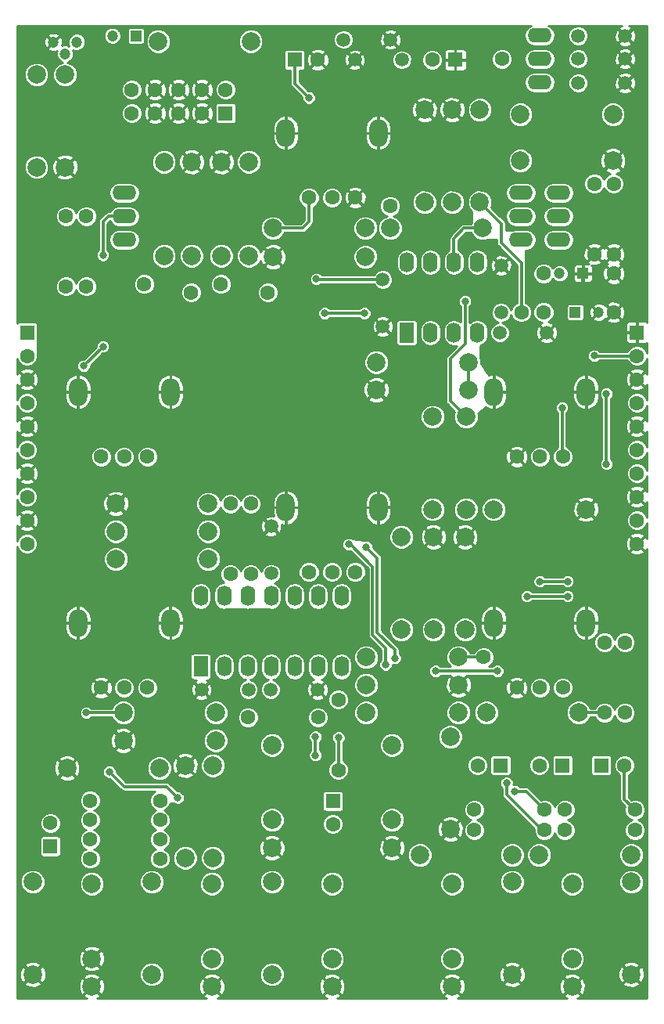
<source format=gbl>
G04 #@! TF.FileFunction,Copper,L2,Bot,Signal*
%FSLAX46Y46*%
G04 Gerber Fmt 4.6, Leading zero omitted, Abs format (unit mm)*
G04 Created by KiCad (PCBNEW (2016-08-20 BZR 7083)-product) date Sat Sep 29 14:41:50 2018*
%MOMM*%
%LPD*%
G01*
G04 APERTURE LIST*
%ADD10C,0.100000*%
%ADD11R,1.600000X1.600000*%
%ADD12C,1.600000*%
%ADD13C,1.500000*%
%ADD14R,1.600000X2.200000*%
%ADD15O,1.600000X2.200000*%
%ADD16C,2.000000*%
%ADD17O,2.000000X3.000000*%
%ADD18O,2.600000X1.600000*%
%ADD19C,1.200000*%
%ADD20R,1.200000X1.200000*%
%ADD21C,5.000000*%
%ADD22C,0.800000*%
%ADD23C,0.300000*%
%ADD24C,0.250000*%
G04 APERTURE END LIST*
D10*
D11*
X30450000Y101900000D03*
D12*
X32950000Y101900000D03*
D11*
X47850000Y101900000D03*
D12*
X45350000Y101900000D03*
D13*
X35760000Y104100000D03*
X40840000Y104100000D03*
X36960000Y101900000D03*
X42040000Y101900000D03*
X27860000Y33800000D03*
X32940000Y33800000D03*
X27900000Y51440000D03*
X27900000Y46360000D03*
X40000000Y78140000D03*
X40000000Y73060000D03*
X57740000Y72400000D03*
X52660000Y72400000D03*
D14*
X20280000Y36290000D03*
D15*
X22820000Y36290000D03*
X25360000Y36290000D03*
X27900000Y36290000D03*
X30440000Y36290000D03*
X32980000Y36290000D03*
X35520000Y36290000D03*
X35520000Y43910000D03*
X32980000Y43910000D03*
X30440000Y43910000D03*
X27900000Y43910000D03*
X25360000Y43910000D03*
X22820000Y43910000D03*
X20280000Y43910000D03*
D14*
X42590000Y72390000D03*
D15*
X45130000Y72390000D03*
X47670000Y72390000D03*
X50210000Y72390000D03*
X50210000Y80010000D03*
X47670000Y80010000D03*
X45130000Y80010000D03*
X42590000Y80010000D03*
D16*
X16300000Y80720000D03*
X16300000Y90880000D03*
X25500000Y80720000D03*
X25500000Y90880000D03*
D17*
X39500000Y94000000D03*
X29500000Y94000000D03*
D12*
X37000000Y87000000D03*
X34500000Y87000000D03*
X32000000Y87000000D03*
D17*
X17000000Y66000000D03*
X7000000Y66000000D03*
D12*
X14500000Y59000000D03*
X12000000Y59000000D03*
X9500000Y59000000D03*
D17*
X62000000Y66000000D03*
X52000000Y66000000D03*
D12*
X59500000Y59000000D03*
X57000000Y59000000D03*
X54500000Y59000000D03*
D17*
X39500000Y53500000D03*
X29500000Y53500000D03*
D12*
X37000000Y46500000D03*
X34500000Y46500000D03*
X32000000Y46500000D03*
D18*
X12000000Y82460000D03*
X12000000Y87540000D03*
X12000000Y85000000D03*
D19*
X10730000Y104500000D03*
D20*
X13270000Y104500000D03*
D16*
X19300000Y80720000D03*
X19300000Y90880000D03*
X22500000Y90880000D03*
X22500000Y80720000D03*
D12*
X62900000Y88500000D03*
X62900000Y80900000D03*
X65000000Y80900000D03*
X65000000Y88500000D03*
X14150000Y77650000D03*
X19250000Y76750000D03*
X22450000Y77650000D03*
X27550000Y76750000D03*
D19*
X5600000Y102565000D03*
X4330000Y103835000D03*
X6870000Y103835000D03*
D11*
X22980000Y96130000D03*
D12*
X22980000Y98670000D03*
X20440000Y96130000D03*
X20440000Y98670000D03*
X17900000Y96130000D03*
X17900000Y98670000D03*
X15360000Y96130000D03*
X15360000Y98670000D03*
X12820000Y96130000D03*
X12820000Y98670000D03*
D16*
X28000000Y19700000D03*
X28000000Y27800000D03*
X28000000Y16700000D03*
X41000000Y19700000D03*
X41000000Y27800000D03*
X41000000Y16700000D03*
X8500000Y4700000D03*
X8500000Y12800000D03*
X8500000Y1700000D03*
X21500000Y4700000D03*
X21500000Y12800000D03*
X21500000Y1700000D03*
X34500000Y4700000D03*
X34500000Y12800000D03*
X34500000Y1700000D03*
X47500000Y4700000D03*
X47500000Y12800000D03*
X47500000Y1700000D03*
X60500000Y4700000D03*
X60500000Y12800000D03*
X60500000Y1700000D03*
D11*
X34600000Y21750000D03*
D12*
X34600000Y19250000D03*
D11*
X52750000Y25600000D03*
D12*
X50250000Y25600000D03*
D13*
X66240000Y104500000D03*
X61160000Y104500000D03*
X25440000Y33800000D03*
X20360000Y33800000D03*
X61160000Y99400000D03*
X66240000Y99400000D03*
X61160000Y102000000D03*
X66240000Y102000000D03*
X52800000Y74560000D03*
X52800000Y79640000D03*
D11*
X63650000Y25600000D03*
D12*
X66150000Y25600000D03*
D11*
X59450000Y25600000D03*
D12*
X56950000Y25600000D03*
X50900000Y37300000D03*
X52900000Y102000000D03*
X55000000Y74600000D03*
X40800000Y86100000D03*
X57400000Y78800000D03*
X65000000Y78800000D03*
D19*
X59130000Y78800000D03*
D20*
X61670000Y78800000D03*
D12*
X25700000Y46300000D03*
X25700000Y53900000D03*
X23500000Y53900000D03*
X23500000Y46300000D03*
D19*
X63370000Y74600000D03*
D20*
X60830000Y74600000D03*
D12*
X65000000Y74600000D03*
X57400000Y74600000D03*
X15900000Y17600000D03*
X8300000Y17600000D03*
X8300000Y15500000D03*
X15900000Y15500000D03*
X5700000Y85000000D03*
X5700000Y77400000D03*
X7900000Y77400000D03*
X7900000Y85000000D03*
X64000000Y31300000D03*
X64000000Y38900000D03*
X15900000Y19700000D03*
X8300000Y19700000D03*
X66200000Y38900000D03*
X66200000Y31300000D03*
X35200000Y32700000D03*
X35200000Y25100000D03*
X8300000Y21800000D03*
X15900000Y21800000D03*
X25400000Y30800000D03*
X33000000Y30800000D03*
X67300000Y20800000D03*
X59700000Y20800000D03*
X49900000Y20800000D03*
X57500000Y20800000D03*
X59700000Y18600000D03*
X67300000Y18600000D03*
X57500000Y18600000D03*
X49900000Y18600000D03*
D11*
X4000000Y16850000D03*
D12*
X4000000Y19350000D03*
D17*
X17000000Y41000000D03*
X7000000Y41000000D03*
D12*
X14500000Y34000000D03*
X12000000Y34000000D03*
X9500000Y34000000D03*
D17*
X62000000Y41000000D03*
X52000000Y41000000D03*
D12*
X59500000Y34000000D03*
X57000000Y34000000D03*
X54500000Y34000000D03*
D18*
X57000000Y99460000D03*
X57000000Y104540000D03*
X57000000Y102000000D03*
X59032000Y87540000D03*
X54968000Y87540000D03*
X54968000Y82460000D03*
X59032000Y82460000D03*
X59032000Y85000000D03*
X54968000Y85000000D03*
D12*
X1500000Y49570000D03*
X1500000Y52110000D03*
X1500000Y54650000D03*
X1500000Y57190000D03*
X1500000Y59730000D03*
X1500000Y62270000D03*
X1500000Y64810000D03*
X1500000Y67350000D03*
D11*
X1500000Y72430000D03*
D12*
X1500000Y69890000D03*
X67500000Y49570000D03*
X67500000Y52110000D03*
X67500000Y54650000D03*
X67500000Y57190000D03*
X67500000Y59730000D03*
X67500000Y62270000D03*
X67500000Y64810000D03*
X67500000Y67350000D03*
D11*
X67500000Y72430000D03*
D12*
X67500000Y69890000D03*
D21*
X40500000Y62000000D03*
D16*
X2100000Y3000000D03*
X2100000Y13000000D03*
X11100000Y47900000D03*
X21100000Y47900000D03*
X11100000Y53900000D03*
X21100000Y53900000D03*
X21100000Y50900000D03*
X11100000Y50900000D03*
X45400000Y63300000D03*
X45400000Y53300000D03*
X49000000Y53300000D03*
X49000000Y63300000D03*
X62000000Y53300000D03*
X52000000Y53300000D03*
X28000000Y3000000D03*
X28000000Y13000000D03*
X15000000Y13000000D03*
X15000000Y3000000D03*
X2500000Y90300000D03*
X2500000Y100300000D03*
X5600000Y90300000D03*
X5600000Y100300000D03*
X48900000Y50300000D03*
X48900000Y40300000D03*
X15700000Y103900000D03*
X25700000Y103900000D03*
X51200000Y31300000D03*
X61200000Y31300000D03*
X18600000Y25600000D03*
X18600000Y15600000D03*
X47300000Y18700000D03*
X47300000Y28700000D03*
X48200000Y31300000D03*
X38200000Y31300000D03*
X21600000Y15600000D03*
X21600000Y25600000D03*
X48200000Y34300000D03*
X38200000Y34300000D03*
X38200000Y37300000D03*
X48200000Y37300000D03*
X28100000Y83700000D03*
X38100000Y83700000D03*
X28100000Y80600000D03*
X38100000Y80600000D03*
X11900000Y28300000D03*
X21900000Y28300000D03*
X64900000Y96000000D03*
X54900000Y96000000D03*
X5800000Y25300000D03*
X15800000Y25300000D03*
X21900000Y31300000D03*
X11900000Y31300000D03*
X50500000Y96500000D03*
X50500000Y86500000D03*
X45500000Y50300000D03*
X45500000Y40300000D03*
X39300000Y66200000D03*
X49300000Y66200000D03*
X42000000Y40300000D03*
X42000000Y50300000D03*
X49300000Y69200000D03*
X39300000Y69200000D03*
X66900000Y3000000D03*
X66900000Y13000000D03*
X54000000Y3000000D03*
X54000000Y13000000D03*
X64900000Y91000000D03*
X54900000Y91000000D03*
X47500000Y96500000D03*
X47500000Y86500000D03*
X66900000Y15900000D03*
X56900000Y15900000D03*
X54000000Y15900000D03*
X44000000Y15900000D03*
X40800000Y83700000D03*
X50800000Y83700000D03*
X44500000Y96500000D03*
X44500000Y86500000D03*
D22*
X35000000Y58000000D03*
X57100000Y52900000D03*
X51500000Y69500000D03*
X12900000Y36700000D03*
X13000000Y49100000D03*
X37300000Y42800000D03*
X40600000Y42800000D03*
X47300000Y42500000D03*
X25600000Y38400000D03*
X30000000Y41700000D03*
X32000000Y38200000D03*
X37700000Y40500000D03*
X46400000Y38700000D03*
X43100000Y38700000D03*
X42200000Y32900000D03*
X2000000Y47100000D03*
X13100000Y60700000D03*
X32700000Y83700000D03*
X36400000Y81800000D03*
X46300000Y81500000D03*
X44800000Y84400000D03*
X58200000Y97400000D03*
X61600000Y86200000D03*
X56100000Y77200000D03*
X50500000Y75600000D03*
X47200000Y55600000D03*
X61700000Y59500000D03*
X15400000Y35300000D03*
X57200000Y50900000D03*
X49900000Y45300000D03*
X43500000Y45300000D03*
X67500000Y34900000D03*
X66700000Y43100000D03*
X63100000Y48200000D03*
X61400000Y33400000D03*
X57100000Y36100000D03*
X64300000Y33400000D03*
X59200000Y48700000D03*
X40700000Y45300000D03*
X47400000Y25100000D03*
X42100000Y29500000D03*
X57200000Y27500000D03*
X65100000Y29900000D03*
X63200000Y15800000D03*
X65400000Y20400000D03*
X59200000Y31600000D03*
X61900000Y27500000D03*
X58000000Y22400000D03*
X64900000Y23900000D03*
X52600000Y17500000D03*
X52600000Y20400000D03*
X55100000Y18900000D03*
X58600000Y17000000D03*
X64500000Y9100000D03*
X56800000Y10100000D03*
X40900000Y10600000D03*
X17300000Y12100000D03*
X24400000Y10800000D03*
X32300000Y10900000D03*
X29500000Y5300000D03*
X38400000Y20100000D03*
X19800000Y18600000D03*
X18900000Y20900000D03*
X23600000Y21500000D03*
X30600000Y26700000D03*
X10900000Y22700000D03*
X15600000Y29200000D03*
X3500000Y11700000D03*
X11100000Y13300000D03*
X14100000Y21100000D03*
X10000000Y15200000D03*
X26600000Y5000000D03*
X19200000Y7300000D03*
X1500000Y35400000D03*
X1500000Y22100000D03*
X4400000Y33400000D03*
X6600000Y34500000D03*
X6400000Y45900000D03*
X5700000Y52100000D03*
X10000000Y40200000D03*
X8400000Y47400000D03*
X6200000Y57200000D03*
X19600000Y45800000D03*
X18600000Y50600000D03*
X22300000Y55800000D03*
X31300000Y57300000D03*
X8300000Y81700000D03*
X3800000Y78700000D03*
X29900000Y71300000D03*
X23500000Y79200000D03*
X19600000Y71300000D03*
X17200000Y78700000D03*
X10900000Y69800000D03*
X11700000Y80800000D03*
X48800000Y78000000D03*
X44400000Y75600000D03*
X43700000Y77900000D03*
X37000000Y76800000D03*
X40200000Y81300000D03*
X52400000Y87700000D03*
X56900000Y88800000D03*
X17100000Y85700000D03*
X11300000Y91900000D03*
X14400000Y85700000D03*
X22600000Y82900000D03*
X1300000Y75200000D03*
X1400000Y88600000D03*
X8500000Y71700000D03*
X3500000Y73800000D03*
X32900000Y98800000D03*
X52500000Y98200000D03*
X54900000Y103600000D03*
X29100000Y104100000D03*
X24800000Y96700000D03*
X26700000Y102100000D03*
X13900000Y102900000D03*
X7500000Y102000000D03*
X2000000Y96200000D03*
X45700000Y35800000D03*
X52400000Y35800000D03*
X55600000Y43900000D03*
X60000000Y43900000D03*
X59400000Y64300000D03*
X64200000Y65800000D03*
X64200000Y58200000D03*
X57000000Y45500000D03*
X60000000Y45500000D03*
X10400000Y24900000D03*
X17800000Y22100000D03*
X7900000Y31300000D03*
X48900000Y75800000D03*
X9700000Y80800000D03*
X9700000Y70900000D03*
X7600000Y68800000D03*
X40300000Y36500000D03*
X36300000Y49500000D03*
X53400000Y23700000D03*
X32700000Y26700000D03*
X32700000Y28700000D03*
X32800000Y78200000D03*
X32000000Y97800000D03*
X41300000Y37200000D03*
X35200000Y28600000D03*
X38200000Y49200000D03*
X54300000Y22800000D03*
X62900000Y69900000D03*
X38000000Y74500000D03*
X33700000Y74500000D03*
D23*
X57200000Y50900000D02*
X57100000Y51000000D01*
X57100000Y51000000D02*
X57100000Y52900000D01*
X17000000Y41000000D02*
X17000000Y45100000D01*
X17000000Y45100000D02*
X13000000Y49100000D01*
X37300000Y42800000D02*
X37300000Y40900000D01*
X19100000Y41000000D02*
X17000000Y41000000D01*
X20100000Y40000000D02*
X19100000Y41000000D01*
X24000000Y40000000D02*
X20100000Y40000000D01*
X25600000Y38400000D02*
X24000000Y40000000D01*
X32000000Y39700000D02*
X30000000Y41700000D01*
X32000000Y38200000D02*
X32000000Y39700000D01*
X37300000Y40900000D02*
X37700000Y40500000D01*
X43100000Y38700000D02*
X43100000Y33800000D01*
X47300000Y39600000D02*
X46400000Y38700000D01*
X47300000Y42500000D02*
X47300000Y39600000D01*
X43100000Y33800000D02*
X42200000Y32900000D01*
X50500000Y41000000D02*
X49000000Y42500000D01*
X49000000Y42500000D02*
X47300000Y42500000D01*
X50500000Y41000000D02*
X52000000Y41000000D01*
X7000000Y41000000D02*
X3900000Y41000000D01*
X2000000Y42900000D02*
X2000000Y47100000D01*
X3900000Y41000000D02*
X2000000Y42900000D01*
X7000000Y66000000D02*
X9700000Y66000000D01*
X13100000Y62600000D02*
X13100000Y60700000D01*
X9700000Y66000000D02*
X13100000Y62600000D01*
X32700000Y83700000D02*
X34600000Y81800000D01*
X34600000Y81800000D02*
X36400000Y81800000D01*
X46300000Y82900000D02*
X46300000Y81500000D01*
X44800000Y84400000D02*
X46300000Y82900000D01*
X48200000Y34300000D02*
X47300000Y35200000D01*
X47300000Y35200000D02*
X46700000Y35200000D01*
X48200000Y34300000D02*
X49100000Y35200000D01*
X49100000Y35200000D02*
X49700000Y35200000D01*
X64900000Y91000000D02*
X58500000Y97400000D01*
X58500000Y97400000D02*
X58200000Y97400000D01*
X61670000Y78800000D02*
X61670000Y77770000D01*
X61100000Y77200000D02*
X56100000Y77200000D01*
X61670000Y77770000D02*
X61100000Y77200000D01*
X52800000Y79640000D02*
X50500000Y77340000D01*
X50500000Y77340000D02*
X50500000Y75600000D01*
X41000000Y53500000D02*
X39500000Y53500000D01*
X43100000Y55600000D02*
X41000000Y53500000D01*
X47200000Y55600000D02*
X43100000Y55600000D01*
X20360000Y33800000D02*
X18860000Y35300000D01*
X18860000Y35300000D02*
X15400000Y35300000D01*
X40700000Y45300000D02*
X43500000Y45300000D01*
X57200000Y50700000D02*
X57200000Y50900000D01*
X49900000Y45300000D02*
X43500000Y45300000D01*
X63100000Y48200000D02*
X62600000Y48700000D01*
X66000000Y33400000D02*
X67500000Y34900000D01*
X66700000Y43100000D02*
X66700000Y44600000D01*
X66700000Y44600000D02*
X63100000Y48200000D01*
X64300000Y33400000D02*
X61400000Y33400000D01*
X60400000Y36100000D02*
X61400000Y35100000D01*
X61400000Y35100000D02*
X61400000Y33400000D01*
X56600000Y36100000D02*
X54500000Y34000000D01*
X56600000Y36100000D02*
X57100000Y36100000D01*
X57100000Y36100000D02*
X60400000Y36100000D01*
X64300000Y33400000D02*
X66000000Y33400000D01*
X62600000Y48700000D02*
X59200000Y48700000D01*
X59200000Y48700000D02*
X57200000Y50700000D01*
X46500000Y25100000D02*
X47400000Y25100000D01*
X42100000Y29500000D02*
X46500000Y25100000D01*
X61900000Y27500000D02*
X57200000Y27500000D01*
X61900000Y27500000D02*
X62700000Y27500000D01*
X62700000Y27500000D02*
X65100000Y29900000D01*
X65400000Y20400000D02*
X64900000Y20900000D01*
X61900000Y24600000D02*
X61900000Y27500000D01*
X59700000Y22400000D02*
X61900000Y24600000D01*
X58000000Y22400000D02*
X59700000Y22400000D01*
X64900000Y20900000D02*
X64900000Y23900000D01*
X52600000Y20400000D02*
X54100000Y18900000D01*
X52600000Y17500000D02*
X52600000Y20400000D01*
X54100000Y18900000D02*
X55100000Y18900000D01*
X63200000Y15800000D02*
X62000000Y17000000D01*
X62000000Y17000000D02*
X58600000Y17000000D01*
X64500000Y9100000D02*
X63200000Y10400000D01*
X63200000Y10400000D02*
X63200000Y15800000D01*
X54000000Y3000000D02*
X56800000Y5800000D01*
X56800000Y5800000D02*
X56800000Y10100000D01*
X18600000Y10800000D02*
X17300000Y12100000D01*
X24400000Y10800000D02*
X18600000Y10800000D01*
X29500000Y8100000D02*
X32300000Y10900000D01*
X29500000Y5300000D02*
X29500000Y8100000D01*
X28000000Y16700000D02*
X29000000Y15700000D01*
X34000000Y15700000D02*
X38400000Y20100000D01*
X29000000Y15700000D02*
X34000000Y15700000D01*
X23600000Y21500000D02*
X25400000Y21500000D01*
X19800000Y24400000D02*
X19800000Y21800000D01*
X19800000Y21800000D02*
X18900000Y20900000D01*
X18600000Y25600000D02*
X19800000Y24400000D01*
X25400000Y21500000D02*
X30600000Y26700000D01*
X5800000Y25300000D02*
X7600000Y23500000D01*
X10600000Y22700000D02*
X10900000Y22700000D01*
X9800000Y23500000D02*
X10600000Y22700000D01*
X7600000Y23500000D02*
X9800000Y23500000D01*
X20360000Y33800000D02*
X15760000Y29200000D01*
X15760000Y29200000D02*
X15600000Y29200000D01*
X11100000Y13300000D02*
X10000000Y14400000D01*
X3500000Y4400000D02*
X3500000Y11700000D01*
X2100000Y3000000D02*
X3500000Y4400000D01*
X10000000Y14400000D02*
X10000000Y15200000D01*
X8500000Y4700000D02*
X11100000Y7300000D01*
X11100000Y7300000D02*
X19200000Y7300000D01*
X5800000Y25300000D02*
X2600000Y22100000D01*
X2600000Y22100000D02*
X1500000Y22100000D01*
X5500000Y33400000D02*
X4400000Y33400000D01*
X6600000Y34500000D02*
X5500000Y33400000D01*
X1500000Y57190000D02*
X5700000Y52990000D01*
X5700000Y52990000D02*
X5700000Y52100000D01*
X11100000Y53900000D02*
X8400000Y51200000D01*
X8400000Y51200000D02*
X8400000Y47400000D01*
X11100000Y53900000D02*
X14400000Y50600000D01*
X14400000Y50600000D02*
X18600000Y50600000D01*
X29900000Y71300000D02*
X29900000Y58700000D01*
X13000000Y55800000D02*
X11100000Y53900000D01*
X22300000Y55800000D02*
X13000000Y55800000D01*
X29900000Y58700000D02*
X31300000Y57300000D01*
X8300000Y81700000D02*
X8300000Y80100000D01*
X29900000Y78800000D02*
X28100000Y80600000D01*
X29900000Y71300000D02*
X29900000Y78800000D01*
X24500000Y78200000D02*
X23500000Y79200000D01*
X24500000Y76200000D02*
X24500000Y78200000D01*
X19600000Y71300000D02*
X24500000Y76200000D01*
X17200000Y76100000D02*
X17200000Y78700000D01*
X10900000Y69800000D02*
X17200000Y76100000D01*
X10500000Y79600000D02*
X11700000Y80800000D01*
X8800000Y79600000D02*
X10500000Y79600000D01*
X8300000Y80100000D02*
X8800000Y79600000D01*
X51160000Y78000000D02*
X48800000Y78000000D01*
X44400000Y75600000D02*
X43700000Y76300000D01*
X43700000Y76300000D02*
X43700000Y77900000D01*
X52800000Y79640000D02*
X51160000Y78000000D01*
X47500000Y96500000D02*
X52400000Y91600000D01*
X52400000Y91600000D02*
X52400000Y87700000D01*
X17100000Y85700000D02*
X19900000Y82900000D01*
X11300000Y91900000D02*
X14400000Y88800000D01*
X14400000Y88800000D02*
X14400000Y85700000D01*
X17100000Y85700000D02*
X14400000Y85700000D01*
X19900000Y82900000D02*
X22600000Y82900000D01*
X1300000Y75200000D02*
X1300000Y88500000D01*
X1300000Y88500000D02*
X1400000Y88600000D01*
X1300000Y75200000D02*
X2100000Y75200000D01*
X2000000Y78700000D02*
X1300000Y78000000D01*
X1300000Y78000000D02*
X1300000Y75200000D01*
X5600000Y90300000D02*
X3800000Y88500000D01*
X3800000Y88500000D02*
X3800000Y78700000D01*
X3800000Y78700000D02*
X2000000Y78700000D01*
X2100000Y75200000D02*
X3500000Y73800000D01*
X36960000Y101900000D02*
X33860000Y98800000D01*
X33860000Y98800000D02*
X32900000Y98800000D01*
X47500000Y96500000D02*
X49200000Y98200000D01*
X49200000Y98200000D02*
X52500000Y98200000D01*
X32950000Y101900000D02*
X30750000Y104100000D01*
X30750000Y104100000D02*
X29100000Y104100000D01*
X5600000Y90300000D02*
X2000000Y93900000D01*
X24800000Y100200000D02*
X24800000Y96700000D01*
X26700000Y102100000D02*
X24800000Y100200000D01*
X8400000Y102900000D02*
X13900000Y102900000D01*
X7500000Y102000000D02*
X8400000Y102900000D01*
X2000000Y93900000D02*
X2000000Y96200000D01*
X52400000Y35800000D02*
X45700000Y35800000D01*
X50500000Y86500000D02*
X52800000Y84200000D01*
X55000000Y79900000D02*
X55000000Y74600000D01*
X52800000Y82100000D02*
X55000000Y79900000D01*
X52800000Y84200000D02*
X52800000Y82100000D01*
X60000000Y43900000D02*
X55600000Y43900000D01*
X67300000Y20800000D02*
X66150000Y21950000D01*
X66150000Y21950000D02*
X66150000Y25600000D01*
X59400000Y64300000D02*
X59400000Y59100000D01*
X49300000Y66200000D02*
X49300000Y69200000D01*
X50800000Y83700000D02*
X48800000Y83700000D01*
X47670000Y82570000D02*
X47670000Y80010000D01*
X48800000Y83700000D02*
X47670000Y82570000D01*
X64000000Y31300000D02*
X61200000Y31300000D01*
X64200000Y65800000D02*
X64200000Y58200000D01*
X57000000Y45500000D02*
X60000000Y45500000D01*
X48200000Y37300000D02*
X50900000Y37300000D01*
X16600000Y23300000D02*
X12000000Y23300000D01*
X17800000Y22100000D02*
X16600000Y23300000D01*
X12000000Y23300000D02*
X10400000Y24900000D01*
X11900000Y31300000D02*
X7900000Y31300000D01*
X49000000Y63300000D02*
X47300000Y65000000D01*
X48900000Y71200000D02*
X48900000Y75800000D01*
X47300000Y69600000D02*
X48900000Y71200000D01*
X47300000Y65000000D02*
X47300000Y69600000D01*
X10300000Y85000000D02*
X12000000Y85000000D01*
X9700000Y84400000D02*
X10300000Y85000000D01*
X9700000Y80800000D02*
X9700000Y84400000D01*
X7600000Y68800000D02*
X9700000Y70900000D01*
X36300000Y49500000D02*
X36500000Y49500000D01*
X38900000Y47100000D02*
X38900000Y39700000D01*
X36500000Y49500000D02*
X38900000Y47100000D01*
X40300000Y36500000D02*
X40300000Y38300000D01*
X40300000Y38300000D02*
X38900000Y39700000D01*
X57500000Y18600000D02*
X57200000Y18600000D01*
X57200000Y18600000D02*
X53400000Y22400000D01*
X53400000Y22400000D02*
X53400000Y23700000D01*
X32700000Y26700000D02*
X32700000Y28700000D01*
X40000000Y78140000D02*
X32860000Y78140000D01*
X32860000Y78140000D02*
X32800000Y78200000D01*
X30450000Y99350000D02*
X32000000Y97800000D01*
X30450000Y99350000D02*
X30450000Y101900000D01*
X35200000Y25100000D02*
X35200000Y28600000D01*
X39400002Y47999998D02*
X38200000Y49200000D01*
X39400002Y39999998D02*
X39400002Y47999998D01*
X41300000Y38100000D02*
X39400002Y39999998D01*
X41300000Y37200000D02*
X41300000Y38100000D01*
X57500000Y20800000D02*
X55500000Y22800000D01*
X55500000Y22800000D02*
X54300000Y22800000D01*
X62910000Y69890000D02*
X67500000Y69890000D01*
X38000000Y74500000D02*
X33700000Y74500000D01*
X28100000Y83700000D02*
X31300000Y83700000D01*
X32000000Y84400000D02*
X32000000Y87000000D01*
X31300000Y83700000D02*
X32000000Y84400000D01*
D24*
G36*
X56029600Y105597842D02*
X55658136Y105349637D01*
X55409931Y104978173D01*
X55322773Y104540000D01*
X55409931Y104101827D01*
X55658136Y103730363D01*
X56029600Y103482158D01*
X56467773Y103395000D01*
X57532227Y103395000D01*
X57970400Y103482158D01*
X58341864Y103730363D01*
X58590069Y104101827D01*
X58626135Y104283147D01*
X60064811Y104283147D01*
X60231163Y103880543D01*
X60538923Y103572246D01*
X60941236Y103405191D01*
X61376853Y103404811D01*
X61779457Y103571163D01*
X61919064Y103710527D01*
X65485882Y103710527D01*
X65556200Y103516298D01*
X65984698Y103329499D01*
X66452063Y103320898D01*
X66887143Y103491805D01*
X66923800Y103516298D01*
X66994118Y103710527D01*
X66240000Y104464645D01*
X65485882Y103710527D01*
X61919064Y103710527D01*
X62087754Y103878923D01*
X62254809Y104281236D01*
X62254814Y104287937D01*
X65060898Y104287937D01*
X65231805Y103852857D01*
X65256298Y103816200D01*
X65450527Y103745882D01*
X66204645Y104500000D01*
X66275355Y104500000D01*
X67029473Y103745882D01*
X67223702Y103816200D01*
X67410501Y104244698D01*
X67419102Y104712063D01*
X67248195Y105147143D01*
X67223702Y105183800D01*
X67029473Y105254118D01*
X66275355Y104500000D01*
X66204645Y104500000D01*
X65450527Y105254118D01*
X65256298Y105183800D01*
X65069499Y104755302D01*
X65060898Y104287937D01*
X62254814Y104287937D01*
X62255189Y104716853D01*
X62088837Y105119457D01*
X61781077Y105427754D01*
X61378764Y105594809D01*
X60943147Y105595189D01*
X60540543Y105428837D01*
X60232246Y105121077D01*
X60065191Y104718764D01*
X60064811Y104283147D01*
X58626135Y104283147D01*
X58677227Y104540000D01*
X58590069Y104978173D01*
X58341864Y105349637D01*
X57970400Y105597842D01*
X57934414Y105605000D01*
X65839295Y105605000D01*
X65592857Y105508195D01*
X65556200Y105483702D01*
X65485882Y105289473D01*
X66240000Y104535355D01*
X66994118Y105289473D01*
X66923800Y105483702D01*
X66645555Y105605000D01*
X68605000Y105605000D01*
X68605000Y73526041D01*
X68540743Y73590298D01*
X68384538Y73655000D01*
X67631250Y73655000D01*
X67525000Y73548750D01*
X67525000Y72455000D01*
X67545000Y72455000D01*
X67545000Y72405000D01*
X67525000Y72405000D01*
X67525000Y71311250D01*
X67631250Y71205000D01*
X68384538Y71205000D01*
X68540743Y71269702D01*
X68605000Y71333959D01*
X68605000Y70214042D01*
X68471250Y70537743D01*
X68149437Y70860118D01*
X67728754Y71034801D01*
X67273245Y71035198D01*
X66852257Y70861250D01*
X66529882Y70539437D01*
X66465754Y70385000D01*
X63468516Y70385000D01*
X63322559Y70531212D01*
X63048840Y70644870D01*
X62752461Y70645129D01*
X62478543Y70531948D01*
X62268788Y70322559D01*
X62155130Y70048840D01*
X62154871Y69752461D01*
X62268052Y69478543D01*
X62477441Y69268788D01*
X62751160Y69155130D01*
X63047539Y69154871D01*
X63321457Y69268052D01*
X63448627Y69395000D01*
X66465638Y69395000D01*
X66528750Y69242257D01*
X66850563Y68919882D01*
X67271246Y68745199D01*
X67726755Y68744802D01*
X68147743Y68918750D01*
X68470118Y69240563D01*
X68605000Y69565395D01*
X68605000Y67887684D01*
X68551671Y68023785D01*
X68524954Y68063771D01*
X68325530Y68140175D01*
X67535355Y67350000D01*
X68325530Y66559825D01*
X68524954Y66636229D01*
X68605000Y66819421D01*
X68605000Y65134042D01*
X68471250Y65457743D01*
X68149437Y65780118D01*
X67728754Y65954801D01*
X67273245Y65955198D01*
X66852257Y65781250D01*
X66529882Y65459437D01*
X66355199Y65038754D01*
X66354802Y64583245D01*
X66528750Y64162257D01*
X66850563Y63839882D01*
X67271246Y63665199D01*
X67726755Y63664802D01*
X68147743Y63838750D01*
X68470118Y64160563D01*
X68605000Y64485395D01*
X68605000Y62807684D01*
X68551671Y62943785D01*
X68524954Y62983771D01*
X68325530Y63060175D01*
X67535355Y62270000D01*
X68325530Y61479825D01*
X68524954Y61556229D01*
X68605000Y61739421D01*
X68605000Y60054042D01*
X68471250Y60377743D01*
X68149437Y60700118D01*
X67728754Y60874801D01*
X67273245Y60875198D01*
X66852257Y60701250D01*
X66529882Y60379437D01*
X66355199Y59958754D01*
X66354802Y59503245D01*
X66528750Y59082257D01*
X66850563Y58759882D01*
X67271246Y58585199D01*
X67726755Y58584802D01*
X68147743Y58758750D01*
X68470118Y59080563D01*
X68605000Y59405395D01*
X68605000Y57514042D01*
X68471250Y57837743D01*
X68149437Y58160118D01*
X67728754Y58334801D01*
X67273245Y58335198D01*
X66852257Y58161250D01*
X66529882Y57839437D01*
X66355199Y57418754D01*
X66354802Y56963245D01*
X66528750Y56542257D01*
X66850563Y56219882D01*
X67271246Y56045199D01*
X67726755Y56044802D01*
X68147743Y56218750D01*
X68470118Y56540563D01*
X68605000Y56865395D01*
X68605000Y55187684D01*
X68551671Y55323785D01*
X68524954Y55363771D01*
X68325530Y55440175D01*
X67535355Y54650000D01*
X68325530Y53859825D01*
X68524954Y53936229D01*
X68605000Y54119421D01*
X68605000Y52434042D01*
X68471250Y52757743D01*
X68149437Y53080118D01*
X67728754Y53254801D01*
X67273245Y53255198D01*
X66852257Y53081250D01*
X66529882Y52759437D01*
X66355199Y52338754D01*
X66354802Y51883245D01*
X66528750Y51462257D01*
X66850563Y51139882D01*
X67271246Y50965199D01*
X67726755Y50964802D01*
X68147743Y51138750D01*
X68470118Y51460563D01*
X68605000Y51785395D01*
X68605000Y50107684D01*
X68551671Y50243785D01*
X68524954Y50283771D01*
X68325530Y50360175D01*
X67535355Y49570000D01*
X68325530Y48779825D01*
X68524954Y48856229D01*
X68605000Y49039421D01*
X68605000Y395000D01*
X61075951Y395000D01*
X61280351Y474429D01*
X61333651Y510045D01*
X61434396Y730249D01*
X60500000Y1664645D01*
X59565604Y730249D01*
X59666349Y510045D01*
X59927634Y395000D01*
X48075951Y395000D01*
X48280351Y474429D01*
X48333651Y510045D01*
X48434396Y730249D01*
X47500000Y1664645D01*
X46565604Y730249D01*
X46666349Y510045D01*
X46927634Y395000D01*
X35075951Y395000D01*
X35280351Y474429D01*
X35333651Y510045D01*
X35434396Y730249D01*
X34500000Y1664645D01*
X33565604Y730249D01*
X33666349Y510045D01*
X33927634Y395000D01*
X22075951Y395000D01*
X22280351Y474429D01*
X22333651Y510045D01*
X22434396Y730249D01*
X21500000Y1664645D01*
X20565604Y730249D01*
X20666349Y510045D01*
X20927634Y395000D01*
X9075951Y395000D01*
X9280351Y474429D01*
X9333651Y510045D01*
X9434396Y730249D01*
X8500000Y1664645D01*
X7565604Y730249D01*
X7666349Y510045D01*
X7927634Y395000D01*
X395000Y395000D01*
X395000Y1448055D01*
X7069093Y1448055D01*
X7274429Y919649D01*
X7310045Y866349D01*
X7530249Y765604D01*
X8464645Y1700000D01*
X8535355Y1700000D01*
X9469751Y765604D01*
X9689955Y866349D01*
X9918400Y1385183D01*
X9919787Y1448055D01*
X20069093Y1448055D01*
X20274429Y919649D01*
X20310045Y866349D01*
X20530249Y765604D01*
X21464645Y1700000D01*
X21535355Y1700000D01*
X22469751Y765604D01*
X22689955Y866349D01*
X22918400Y1385183D01*
X22919787Y1448055D01*
X33069093Y1448055D01*
X33274429Y919649D01*
X33310045Y866349D01*
X33530249Y765604D01*
X34464645Y1700000D01*
X34535355Y1700000D01*
X35469751Y765604D01*
X35689955Y866349D01*
X35918400Y1385183D01*
X35919787Y1448055D01*
X46069093Y1448055D01*
X46274429Y919649D01*
X46310045Y866349D01*
X46530249Y765604D01*
X47464645Y1700000D01*
X47535355Y1700000D01*
X48469751Y765604D01*
X48689955Y866349D01*
X48918400Y1385183D01*
X48919787Y1448055D01*
X59069093Y1448055D01*
X59274429Y919649D01*
X59310045Y866349D01*
X59530249Y765604D01*
X60464645Y1700000D01*
X60535355Y1700000D01*
X61469751Y765604D01*
X61689955Y866349D01*
X61918400Y1385183D01*
X61930907Y1951945D01*
X61900479Y2030249D01*
X65965604Y2030249D01*
X66066349Y1810045D01*
X66585183Y1581600D01*
X67151945Y1569093D01*
X67680351Y1774429D01*
X67733651Y1810045D01*
X67834396Y2030249D01*
X66900000Y2964645D01*
X65965604Y2030249D01*
X61900479Y2030249D01*
X61725571Y2480351D01*
X61689955Y2533651D01*
X61469751Y2634396D01*
X60535355Y1700000D01*
X60464645Y1700000D01*
X59530249Y2634396D01*
X59310045Y2533651D01*
X59081600Y2014817D01*
X59069093Y1448055D01*
X48919787Y1448055D01*
X48930907Y1951945D01*
X48900479Y2030249D01*
X53065604Y2030249D01*
X53166349Y1810045D01*
X53685183Y1581600D01*
X54251945Y1569093D01*
X54780351Y1774429D01*
X54833651Y1810045D01*
X54934396Y2030249D01*
X54000000Y2964645D01*
X53065604Y2030249D01*
X48900479Y2030249D01*
X48725571Y2480351D01*
X48689955Y2533651D01*
X48469751Y2634396D01*
X47535355Y1700000D01*
X47464645Y1700000D01*
X46530249Y2634396D01*
X46310045Y2533651D01*
X46081600Y2014817D01*
X46069093Y1448055D01*
X35919787Y1448055D01*
X35930907Y1951945D01*
X35725571Y2480351D01*
X35689955Y2533651D01*
X35469751Y2634396D01*
X34535355Y1700000D01*
X34464645Y1700000D01*
X33530249Y2634396D01*
X33310045Y2533651D01*
X33081600Y2014817D01*
X33069093Y1448055D01*
X22919787Y1448055D01*
X22930907Y1951945D01*
X22725571Y2480351D01*
X22689955Y2533651D01*
X22469751Y2634396D01*
X21535355Y1700000D01*
X21464645Y1700000D01*
X20530249Y2634396D01*
X20310045Y2533651D01*
X20081600Y2014817D01*
X20069093Y1448055D01*
X9919787Y1448055D01*
X9930907Y1951945D01*
X9725571Y2480351D01*
X9689955Y2533651D01*
X9469751Y2634396D01*
X8535355Y1700000D01*
X8464645Y1700000D01*
X7530249Y2634396D01*
X7310045Y2533651D01*
X7081600Y2014817D01*
X7069093Y1448055D01*
X395000Y1448055D01*
X395000Y2030249D01*
X1165604Y2030249D01*
X1266349Y1810045D01*
X1785183Y1581600D01*
X2351945Y1569093D01*
X2880351Y1774429D01*
X2933651Y1810045D01*
X3034396Y2030249D01*
X2100000Y2964645D01*
X1165604Y2030249D01*
X395000Y2030249D01*
X395000Y2748055D01*
X669093Y2748055D01*
X874429Y2219649D01*
X910045Y2166349D01*
X1130249Y2065604D01*
X2064645Y3000000D01*
X2135355Y3000000D01*
X3069751Y2065604D01*
X3289955Y2166349D01*
X3511605Y2669751D01*
X7565604Y2669751D01*
X8500000Y1735355D01*
X9434396Y2669751D01*
X9405168Y2733637D01*
X13654767Y2733637D01*
X13859100Y2239114D01*
X14237124Y1860429D01*
X14731289Y1655234D01*
X15266363Y1654767D01*
X15760886Y1859100D01*
X16139571Y2237124D01*
X16319213Y2669751D01*
X20565604Y2669751D01*
X21500000Y1735355D01*
X22434396Y2669751D01*
X22405168Y2733637D01*
X26654767Y2733637D01*
X26859100Y2239114D01*
X27237124Y1860429D01*
X27731289Y1655234D01*
X28266363Y1654767D01*
X28760886Y1859100D01*
X29139571Y2237124D01*
X29319213Y2669751D01*
X33565604Y2669751D01*
X34500000Y1735355D01*
X35434396Y2669751D01*
X46565604Y2669751D01*
X47500000Y1735355D01*
X48434396Y2669751D01*
X48398572Y2748055D01*
X52569093Y2748055D01*
X52774429Y2219649D01*
X52810045Y2166349D01*
X53030249Y2065604D01*
X53964645Y3000000D01*
X54035355Y3000000D01*
X54969751Y2065604D01*
X55189955Y2166349D01*
X55411605Y2669751D01*
X59565604Y2669751D01*
X60500000Y1735355D01*
X61434396Y2669751D01*
X61398572Y2748055D01*
X65469093Y2748055D01*
X65674429Y2219649D01*
X65710045Y2166349D01*
X65930249Y2065604D01*
X66864645Y3000000D01*
X66935355Y3000000D01*
X67869751Y2065604D01*
X68089955Y2166349D01*
X68318400Y2685183D01*
X68330907Y3251945D01*
X68125571Y3780351D01*
X68089955Y3833651D01*
X67869751Y3934396D01*
X66935355Y3000000D01*
X66864645Y3000000D01*
X65930249Y3934396D01*
X65710045Y3833651D01*
X65481600Y3314817D01*
X65469093Y2748055D01*
X61398572Y2748055D01*
X61333651Y2889955D01*
X60814817Y3118400D01*
X60248055Y3130907D01*
X59719649Y2925571D01*
X59666349Y2889955D01*
X59565604Y2669751D01*
X55411605Y2669751D01*
X55418400Y2685183D01*
X55430907Y3251945D01*
X55225571Y3780351D01*
X55189955Y3833651D01*
X54969751Y3934396D01*
X54035355Y3000000D01*
X53964645Y3000000D01*
X53030249Y3934396D01*
X52810045Y3833651D01*
X52581600Y3314817D01*
X52569093Y2748055D01*
X48398572Y2748055D01*
X48333651Y2889955D01*
X47814817Y3118400D01*
X47248055Y3130907D01*
X46719649Y2925571D01*
X46666349Y2889955D01*
X46565604Y2669751D01*
X35434396Y2669751D01*
X35333651Y2889955D01*
X34814817Y3118400D01*
X34248055Y3130907D01*
X33719649Y2925571D01*
X33666349Y2889955D01*
X33565604Y2669751D01*
X29319213Y2669751D01*
X29344766Y2731289D01*
X29345233Y3266363D01*
X29140900Y3760886D01*
X28762876Y4139571D01*
X28268711Y4344766D01*
X27733637Y4345233D01*
X27239114Y4140900D01*
X26860429Y3762876D01*
X26655234Y3268711D01*
X26654767Y2733637D01*
X22405168Y2733637D01*
X22333651Y2889955D01*
X21814817Y3118400D01*
X21248055Y3130907D01*
X20719649Y2925571D01*
X20666349Y2889955D01*
X20565604Y2669751D01*
X16319213Y2669751D01*
X16344766Y2731289D01*
X16345233Y3266363D01*
X16140900Y3760886D01*
X15762876Y4139571D01*
X15268711Y4344766D01*
X14733637Y4345233D01*
X14239114Y4140900D01*
X13860429Y3762876D01*
X13655234Y3268711D01*
X13654767Y2733637D01*
X9405168Y2733637D01*
X9333651Y2889955D01*
X8814817Y3118400D01*
X8248055Y3130907D01*
X7719649Y2925571D01*
X7666349Y2889955D01*
X7565604Y2669751D01*
X3511605Y2669751D01*
X3518400Y2685183D01*
X3530907Y3251945D01*
X3345041Y3730249D01*
X7565604Y3730249D01*
X7666349Y3510045D01*
X8185183Y3281600D01*
X8751945Y3269093D01*
X9280351Y3474429D01*
X9333651Y3510045D01*
X9434396Y3730249D01*
X8500000Y4664645D01*
X7565604Y3730249D01*
X3345041Y3730249D01*
X3325571Y3780351D01*
X3289955Y3833651D01*
X3069751Y3934396D01*
X2135355Y3000000D01*
X2064645Y3000000D01*
X1130249Y3934396D01*
X910045Y3833651D01*
X681600Y3314817D01*
X669093Y2748055D01*
X395000Y2748055D01*
X395000Y3969751D01*
X1165604Y3969751D01*
X2100000Y3035355D01*
X3034396Y3969751D01*
X2933651Y4189955D01*
X2414817Y4418400D01*
X1848055Y4430907D01*
X1319649Y4225571D01*
X1266349Y4189955D01*
X1165604Y3969751D01*
X395000Y3969751D01*
X395000Y4448055D01*
X7069093Y4448055D01*
X7274429Y3919649D01*
X7310045Y3866349D01*
X7530249Y3765604D01*
X8464645Y4700000D01*
X8535355Y4700000D01*
X9469751Y3765604D01*
X9689955Y3866349D01*
X9918400Y4385183D01*
X9919469Y4433637D01*
X20154767Y4433637D01*
X20359100Y3939114D01*
X20737124Y3560429D01*
X21231289Y3355234D01*
X21766363Y3354767D01*
X22260886Y3559100D01*
X22639571Y3937124D01*
X22844766Y4431289D01*
X22844768Y4433637D01*
X33154767Y4433637D01*
X33359100Y3939114D01*
X33737124Y3560429D01*
X34231289Y3355234D01*
X34766363Y3354767D01*
X35260886Y3559100D01*
X35639571Y3937124D01*
X35844766Y4431289D01*
X35844768Y4433637D01*
X46154767Y4433637D01*
X46359100Y3939114D01*
X46737124Y3560429D01*
X47231289Y3355234D01*
X47766363Y3354767D01*
X48260886Y3559100D01*
X48639571Y3937124D01*
X48653118Y3969751D01*
X53065604Y3969751D01*
X54000000Y3035355D01*
X54934396Y3969751D01*
X54833651Y4189955D01*
X54314817Y4418400D01*
X53748055Y4430907D01*
X53219649Y4225571D01*
X53166349Y4189955D01*
X53065604Y3969751D01*
X48653118Y3969751D01*
X48844766Y4431289D01*
X48844768Y4433637D01*
X59154767Y4433637D01*
X59359100Y3939114D01*
X59737124Y3560429D01*
X60231289Y3355234D01*
X60766363Y3354767D01*
X61260886Y3559100D01*
X61639571Y3937124D01*
X61653118Y3969751D01*
X65965604Y3969751D01*
X66900000Y3035355D01*
X67834396Y3969751D01*
X67733651Y4189955D01*
X67214817Y4418400D01*
X66648055Y4430907D01*
X66119649Y4225571D01*
X66066349Y4189955D01*
X65965604Y3969751D01*
X61653118Y3969751D01*
X61844766Y4431289D01*
X61845233Y4966363D01*
X61640900Y5460886D01*
X61262876Y5839571D01*
X60768711Y6044766D01*
X60233637Y6045233D01*
X59739114Y5840900D01*
X59360429Y5462876D01*
X59155234Y4968711D01*
X59154767Y4433637D01*
X48844768Y4433637D01*
X48845233Y4966363D01*
X48640900Y5460886D01*
X48262876Y5839571D01*
X47768711Y6044766D01*
X47233637Y6045233D01*
X46739114Y5840900D01*
X46360429Y5462876D01*
X46155234Y4968711D01*
X46154767Y4433637D01*
X35844768Y4433637D01*
X35845233Y4966363D01*
X35640900Y5460886D01*
X35262876Y5839571D01*
X34768711Y6044766D01*
X34233637Y6045233D01*
X33739114Y5840900D01*
X33360429Y5462876D01*
X33155234Y4968711D01*
X33154767Y4433637D01*
X22844768Y4433637D01*
X22845233Y4966363D01*
X22640900Y5460886D01*
X22262876Y5839571D01*
X21768711Y6044766D01*
X21233637Y6045233D01*
X20739114Y5840900D01*
X20360429Y5462876D01*
X20155234Y4968711D01*
X20154767Y4433637D01*
X9919469Y4433637D01*
X9930907Y4951945D01*
X9725571Y5480351D01*
X9689955Y5533651D01*
X9469751Y5634396D01*
X8535355Y4700000D01*
X8464645Y4700000D01*
X7530249Y5634396D01*
X7310045Y5533651D01*
X7081600Y5014817D01*
X7069093Y4448055D01*
X395000Y4448055D01*
X395000Y5669751D01*
X7565604Y5669751D01*
X8500000Y4735355D01*
X9434396Y5669751D01*
X9333651Y5889955D01*
X8814817Y6118400D01*
X8248055Y6130907D01*
X7719649Y5925571D01*
X7666349Y5889955D01*
X7565604Y5669751D01*
X395000Y5669751D01*
X395000Y12733637D01*
X754767Y12733637D01*
X959100Y12239114D01*
X1337124Y11860429D01*
X1831289Y11655234D01*
X2366363Y11654767D01*
X2860886Y11859100D01*
X3239571Y12237124D01*
X3362693Y12533637D01*
X7154767Y12533637D01*
X7359100Y12039114D01*
X7737124Y11660429D01*
X8231289Y11455234D01*
X8766363Y11454767D01*
X9260886Y11659100D01*
X9639571Y12037124D01*
X9844766Y12531289D01*
X9844942Y12733637D01*
X13654767Y12733637D01*
X13859100Y12239114D01*
X14237124Y11860429D01*
X14731289Y11655234D01*
X15266363Y11654767D01*
X15760886Y11859100D01*
X16139571Y12237124D01*
X16262693Y12533637D01*
X20154767Y12533637D01*
X20359100Y12039114D01*
X20737124Y11660429D01*
X21231289Y11455234D01*
X21766363Y11454767D01*
X22260886Y11659100D01*
X22639571Y12037124D01*
X22844766Y12531289D01*
X22844942Y12733637D01*
X26654767Y12733637D01*
X26859100Y12239114D01*
X27237124Y11860429D01*
X27731289Y11655234D01*
X28266363Y11654767D01*
X28760886Y11859100D01*
X29139571Y12237124D01*
X29262693Y12533637D01*
X33154767Y12533637D01*
X33359100Y12039114D01*
X33737124Y11660429D01*
X34231289Y11455234D01*
X34766363Y11454767D01*
X35260886Y11659100D01*
X35639571Y12037124D01*
X35844766Y12531289D01*
X35844768Y12533637D01*
X46154767Y12533637D01*
X46359100Y12039114D01*
X46737124Y11660429D01*
X47231289Y11455234D01*
X47766363Y11454767D01*
X48260886Y11659100D01*
X48639571Y12037124D01*
X48844766Y12531289D01*
X48844942Y12733637D01*
X52654767Y12733637D01*
X52859100Y12239114D01*
X53237124Y11860429D01*
X53731289Y11655234D01*
X54266363Y11654767D01*
X54760886Y11859100D01*
X55139571Y12237124D01*
X55262693Y12533637D01*
X59154767Y12533637D01*
X59359100Y12039114D01*
X59737124Y11660429D01*
X60231289Y11455234D01*
X60766363Y11454767D01*
X61260886Y11659100D01*
X61639571Y12037124D01*
X61844766Y12531289D01*
X61844942Y12733637D01*
X65554767Y12733637D01*
X65759100Y12239114D01*
X66137124Y11860429D01*
X66631289Y11655234D01*
X67166363Y11654767D01*
X67660886Y11859100D01*
X68039571Y12237124D01*
X68244766Y12731289D01*
X68245233Y13266363D01*
X68040900Y13760886D01*
X67662876Y14139571D01*
X67168711Y14344766D01*
X66633637Y14345233D01*
X66139114Y14140900D01*
X65760429Y13762876D01*
X65555234Y13268711D01*
X65554767Y12733637D01*
X61844942Y12733637D01*
X61845233Y13066363D01*
X61640900Y13560886D01*
X61262876Y13939571D01*
X60768711Y14144766D01*
X60233637Y14145233D01*
X59739114Y13940900D01*
X59360429Y13562876D01*
X59155234Y13068711D01*
X59154767Y12533637D01*
X55262693Y12533637D01*
X55344766Y12731289D01*
X55345233Y13266363D01*
X55140900Y13760886D01*
X54762876Y14139571D01*
X54268711Y14344766D01*
X53733637Y14345233D01*
X53239114Y14140900D01*
X52860429Y13762876D01*
X52655234Y13268711D01*
X52654767Y12733637D01*
X48844942Y12733637D01*
X48845233Y13066363D01*
X48640900Y13560886D01*
X48262876Y13939571D01*
X47768711Y14144766D01*
X47233637Y14145233D01*
X46739114Y13940900D01*
X46360429Y13562876D01*
X46155234Y13068711D01*
X46154767Y12533637D01*
X35844768Y12533637D01*
X35845233Y13066363D01*
X35640900Y13560886D01*
X35262876Y13939571D01*
X34768711Y14144766D01*
X34233637Y14145233D01*
X33739114Y13940900D01*
X33360429Y13562876D01*
X33155234Y13068711D01*
X33154767Y12533637D01*
X29262693Y12533637D01*
X29344766Y12731289D01*
X29345233Y13266363D01*
X29140900Y13760886D01*
X28762876Y14139571D01*
X28268711Y14344766D01*
X27733637Y14345233D01*
X27239114Y14140900D01*
X26860429Y13762876D01*
X26655234Y13268711D01*
X26654767Y12733637D01*
X22844942Y12733637D01*
X22845233Y13066363D01*
X22640900Y13560886D01*
X22262876Y13939571D01*
X21768711Y14144766D01*
X21233637Y14145233D01*
X20739114Y13940900D01*
X20360429Y13562876D01*
X20155234Y13068711D01*
X20154767Y12533637D01*
X16262693Y12533637D01*
X16344766Y12731289D01*
X16345233Y13266363D01*
X16140900Y13760886D01*
X15762876Y14139571D01*
X15268711Y14344766D01*
X14733637Y14345233D01*
X14239114Y14140900D01*
X13860429Y13762876D01*
X13655234Y13268711D01*
X13654767Y12733637D01*
X9844942Y12733637D01*
X9845233Y13066363D01*
X9640900Y13560886D01*
X9262876Y13939571D01*
X8768711Y14144766D01*
X8233637Y14145233D01*
X7739114Y13940900D01*
X7360429Y13562876D01*
X7155234Y13068711D01*
X7154767Y12533637D01*
X3362693Y12533637D01*
X3444766Y12731289D01*
X3445233Y13266363D01*
X3240900Y13760886D01*
X2862876Y14139571D01*
X2368711Y14344766D01*
X1833637Y14345233D01*
X1339114Y14140900D01*
X960429Y13762876D01*
X755234Y13268711D01*
X754767Y12733637D01*
X395000Y12733637D01*
X395000Y17650000D01*
X2848242Y17650000D01*
X2848242Y16050000D01*
X2875018Y15915388D01*
X2951270Y15801270D01*
X3065388Y15725018D01*
X3200000Y15698242D01*
X4800000Y15698242D01*
X4934612Y15725018D01*
X5048730Y15801270D01*
X5124982Y15915388D01*
X5151758Y16050000D01*
X5151758Y17650000D01*
X5124982Y17784612D01*
X5048730Y17898730D01*
X4934612Y17974982D01*
X4800000Y18001758D01*
X3200000Y18001758D01*
X3065388Y17974982D01*
X2951270Y17898730D01*
X2875018Y17784612D01*
X2848242Y17650000D01*
X395000Y17650000D01*
X395000Y19123245D01*
X2854802Y19123245D01*
X3028750Y18702257D01*
X3350563Y18379882D01*
X3771246Y18205199D01*
X4226755Y18204802D01*
X4647743Y18378750D01*
X4970118Y18700563D01*
X5144801Y19121246D01*
X5145198Y19576755D01*
X4971250Y19997743D01*
X4649437Y20320118D01*
X4228754Y20494801D01*
X3773245Y20495198D01*
X3352257Y20321250D01*
X3029882Y19999437D01*
X2855199Y19578754D01*
X2854802Y19123245D01*
X395000Y19123245D01*
X395000Y21573245D01*
X7154802Y21573245D01*
X7328750Y21152257D01*
X7650563Y20829882D01*
X7842894Y20750019D01*
X7652257Y20671250D01*
X7329882Y20349437D01*
X7155199Y19928754D01*
X7154802Y19473245D01*
X7328750Y19052257D01*
X7650563Y18729882D01*
X7842894Y18650019D01*
X7652257Y18571250D01*
X7329882Y18249437D01*
X7155199Y17828754D01*
X7154802Y17373245D01*
X7328750Y16952257D01*
X7650563Y16629882D01*
X7842894Y16550019D01*
X7652257Y16471250D01*
X7329882Y16149437D01*
X7155199Y15728754D01*
X7154802Y15273245D01*
X7328750Y14852257D01*
X7650563Y14529882D01*
X8071246Y14355199D01*
X8526755Y14354802D01*
X8947743Y14528750D01*
X9270118Y14850563D01*
X9444801Y15271246D01*
X9445198Y15726755D01*
X9271250Y16147743D01*
X8949437Y16470118D01*
X8757106Y16549981D01*
X8947743Y16628750D01*
X9270118Y16950563D01*
X9444801Y17371246D01*
X9445198Y17826755D01*
X9271250Y18247743D01*
X8949437Y18570118D01*
X8757106Y18649981D01*
X8947743Y18728750D01*
X9270118Y19050563D01*
X9444801Y19471246D01*
X9445198Y19926755D01*
X9271250Y20347743D01*
X8949437Y20670118D01*
X8757106Y20749981D01*
X8947743Y20828750D01*
X9270118Y21150563D01*
X9444801Y21571246D01*
X9445198Y22026755D01*
X9271250Y22447743D01*
X8949437Y22770118D01*
X8528754Y22944801D01*
X8073245Y22945198D01*
X7652257Y22771250D01*
X7329882Y22449437D01*
X7155199Y22028754D01*
X7154802Y21573245D01*
X395000Y21573245D01*
X395000Y24330249D01*
X4865604Y24330249D01*
X4966349Y24110045D01*
X5485183Y23881600D01*
X6051945Y23869093D01*
X6580351Y24074429D01*
X6633651Y24110045D01*
X6734396Y24330249D01*
X5800000Y25264645D01*
X4865604Y24330249D01*
X395000Y24330249D01*
X395000Y25048055D01*
X4369093Y25048055D01*
X4574429Y24519649D01*
X4610045Y24466349D01*
X4830249Y24365604D01*
X5764645Y25300000D01*
X5835355Y25300000D01*
X6769751Y24365604D01*
X6989955Y24466349D01*
X7115931Y24752461D01*
X9654871Y24752461D01*
X9768052Y24478543D01*
X9977441Y24268788D01*
X10251160Y24155130D01*
X10445003Y24154961D01*
X11649982Y22949982D01*
X11810572Y22842680D01*
X12000000Y22805000D01*
X15333939Y22805000D01*
X15252257Y22771250D01*
X14929882Y22449437D01*
X14755199Y22028754D01*
X14754802Y21573245D01*
X14928750Y21152257D01*
X15250563Y20829882D01*
X15442894Y20750019D01*
X15252257Y20671250D01*
X14929882Y20349437D01*
X14755199Y19928754D01*
X14754802Y19473245D01*
X14928750Y19052257D01*
X15250563Y18729882D01*
X15442894Y18650019D01*
X15252257Y18571250D01*
X14929882Y18249437D01*
X14755199Y17828754D01*
X14754802Y17373245D01*
X14928750Y16952257D01*
X15250563Y16629882D01*
X15442894Y16550019D01*
X15252257Y16471250D01*
X14929882Y16149437D01*
X14755199Y15728754D01*
X14754802Y15273245D01*
X14928750Y14852257D01*
X15250563Y14529882D01*
X15671246Y14355199D01*
X16126755Y14354802D01*
X16547743Y14528750D01*
X16870118Y14850563D01*
X17044801Y15271246D01*
X17044855Y15333637D01*
X17254767Y15333637D01*
X17459100Y14839114D01*
X17837124Y14460429D01*
X18331289Y14255234D01*
X18866363Y14254767D01*
X19360886Y14459100D01*
X19739571Y14837124D01*
X19944766Y15331289D01*
X19944768Y15333637D01*
X20254767Y15333637D01*
X20459100Y14839114D01*
X20837124Y14460429D01*
X21331289Y14255234D01*
X21866363Y14254767D01*
X22360886Y14459100D01*
X22739571Y14837124D01*
X22944766Y15331289D01*
X22945114Y15730249D01*
X27065604Y15730249D01*
X27166349Y15510045D01*
X27685183Y15281600D01*
X28251945Y15269093D01*
X28780351Y15474429D01*
X28833651Y15510045D01*
X28934396Y15730249D01*
X40065604Y15730249D01*
X40166349Y15510045D01*
X40685183Y15281600D01*
X41251945Y15269093D01*
X41780351Y15474429D01*
X41833651Y15510045D01*
X41890195Y15633637D01*
X42654767Y15633637D01*
X42859100Y15139114D01*
X43237124Y14760429D01*
X43731289Y14555234D01*
X44266363Y14554767D01*
X44760886Y14759100D01*
X45139571Y15137124D01*
X45344766Y15631289D01*
X45344768Y15633637D01*
X52654767Y15633637D01*
X52859100Y15139114D01*
X53237124Y14760429D01*
X53731289Y14555234D01*
X54266363Y14554767D01*
X54760886Y14759100D01*
X55139571Y15137124D01*
X55344766Y15631289D01*
X55344768Y15633637D01*
X55554767Y15633637D01*
X55759100Y15139114D01*
X56137124Y14760429D01*
X56631289Y14555234D01*
X57166363Y14554767D01*
X57660886Y14759100D01*
X58039571Y15137124D01*
X58244766Y15631289D01*
X58244768Y15633637D01*
X65554767Y15633637D01*
X65759100Y15139114D01*
X66137124Y14760429D01*
X66631289Y14555234D01*
X67166363Y14554767D01*
X67660886Y14759100D01*
X68039571Y15137124D01*
X68244766Y15631289D01*
X68245233Y16166363D01*
X68040900Y16660886D01*
X67662876Y17039571D01*
X67168711Y17244766D01*
X66633637Y17245233D01*
X66139114Y17040900D01*
X65760429Y16662876D01*
X65555234Y16168711D01*
X65554767Y15633637D01*
X58244768Y15633637D01*
X58245233Y16166363D01*
X58040900Y16660886D01*
X57662876Y17039571D01*
X57168711Y17244766D01*
X56633637Y17245233D01*
X56139114Y17040900D01*
X55760429Y16662876D01*
X55555234Y16168711D01*
X55554767Y15633637D01*
X55344768Y15633637D01*
X55345233Y16166363D01*
X55140900Y16660886D01*
X54762876Y17039571D01*
X54268711Y17244766D01*
X53733637Y17245233D01*
X53239114Y17040900D01*
X52860429Y16662876D01*
X52655234Y16168711D01*
X52654767Y15633637D01*
X45344768Y15633637D01*
X45345233Y16166363D01*
X45140900Y16660886D01*
X44762876Y17039571D01*
X44268711Y17244766D01*
X43733637Y17245233D01*
X43239114Y17040900D01*
X42860429Y16662876D01*
X42655234Y16168711D01*
X42654767Y15633637D01*
X41890195Y15633637D01*
X41934396Y15730249D01*
X41000000Y16664645D01*
X40065604Y15730249D01*
X28934396Y15730249D01*
X28000000Y16664645D01*
X27065604Y15730249D01*
X22945114Y15730249D01*
X22945233Y15866363D01*
X22740900Y16360886D01*
X22653884Y16448055D01*
X26569093Y16448055D01*
X26774429Y15919649D01*
X26810045Y15866349D01*
X27030249Y15765604D01*
X27964645Y16700000D01*
X28035355Y16700000D01*
X28969751Y15765604D01*
X29189955Y15866349D01*
X29418400Y16385183D01*
X29419787Y16448055D01*
X39569093Y16448055D01*
X39774429Y15919649D01*
X39810045Y15866349D01*
X40030249Y15765604D01*
X40964645Y16700000D01*
X41035355Y16700000D01*
X41969751Y15765604D01*
X42189955Y15866349D01*
X42418400Y16385183D01*
X42430907Y16951945D01*
X42225571Y17480351D01*
X42189955Y17533651D01*
X41969751Y17634396D01*
X41035355Y16700000D01*
X40964645Y16700000D01*
X40030249Y17634396D01*
X39810045Y17533651D01*
X39581600Y17014817D01*
X39569093Y16448055D01*
X29419787Y16448055D01*
X29430907Y16951945D01*
X29225571Y17480351D01*
X29189955Y17533651D01*
X28969751Y17634396D01*
X28035355Y16700000D01*
X27964645Y16700000D01*
X27030249Y17634396D01*
X26810045Y17533651D01*
X26581600Y17014817D01*
X26569093Y16448055D01*
X22653884Y16448055D01*
X22362876Y16739571D01*
X21868711Y16944766D01*
X21333637Y16945233D01*
X20839114Y16740900D01*
X20460429Y16362876D01*
X20255234Y15868711D01*
X20254767Y15333637D01*
X19944768Y15333637D01*
X19945233Y15866363D01*
X19740900Y16360886D01*
X19362876Y16739571D01*
X18868711Y16944766D01*
X18333637Y16945233D01*
X17839114Y16740900D01*
X17460429Y16362876D01*
X17255234Y15868711D01*
X17254767Y15333637D01*
X17044855Y15333637D01*
X17045198Y15726755D01*
X16871250Y16147743D01*
X16549437Y16470118D01*
X16357106Y16549981D01*
X16547743Y16628750D01*
X16870118Y16950563D01*
X17044801Y17371246D01*
X17045061Y17669751D01*
X27065604Y17669751D01*
X28000000Y16735355D01*
X28934396Y17669751D01*
X40065604Y17669751D01*
X41000000Y16735355D01*
X41934396Y17669751D01*
X41906718Y17730249D01*
X46365604Y17730249D01*
X46466349Y17510045D01*
X46985183Y17281600D01*
X47551945Y17269093D01*
X48080351Y17474429D01*
X48133651Y17510045D01*
X48234396Y17730249D01*
X47300000Y18664645D01*
X46365604Y17730249D01*
X41906718Y17730249D01*
X41833651Y17889955D01*
X41314817Y18118400D01*
X40748055Y18130907D01*
X40219649Y17925571D01*
X40166349Y17889955D01*
X40065604Y17669751D01*
X28934396Y17669751D01*
X28833651Y17889955D01*
X28314817Y18118400D01*
X27748055Y18130907D01*
X27219649Y17925571D01*
X27166349Y17889955D01*
X27065604Y17669751D01*
X17045061Y17669751D01*
X17045198Y17826755D01*
X16871250Y18247743D01*
X16549437Y18570118D01*
X16357106Y18649981D01*
X16547743Y18728750D01*
X16870118Y19050563D01*
X17029184Y19433637D01*
X26654767Y19433637D01*
X26859100Y18939114D01*
X27237124Y18560429D01*
X27731289Y18355234D01*
X28266363Y18354767D01*
X28760886Y18559100D01*
X29139571Y18937124D01*
X29175331Y19023245D01*
X33454802Y19023245D01*
X33628750Y18602257D01*
X33950563Y18279882D01*
X34371246Y18105199D01*
X34826755Y18104802D01*
X35247743Y18278750D01*
X35570118Y18600563D01*
X35744801Y19021246D01*
X35745160Y19433637D01*
X39654767Y19433637D01*
X39859100Y18939114D01*
X40237124Y18560429D01*
X40731289Y18355234D01*
X41266363Y18354767D01*
X41492136Y18448055D01*
X45869093Y18448055D01*
X46074429Y17919649D01*
X46110045Y17866349D01*
X46330249Y17765604D01*
X47264645Y18700000D01*
X47335355Y18700000D01*
X48269751Y17765604D01*
X48489955Y17866349D01*
X48718400Y18385183D01*
X48730907Y18951945D01*
X48525571Y19480351D01*
X48489955Y19533651D01*
X48269751Y19634396D01*
X47335355Y18700000D01*
X47264645Y18700000D01*
X46330249Y19634396D01*
X46110045Y19533651D01*
X45881600Y19014817D01*
X45869093Y18448055D01*
X41492136Y18448055D01*
X41760886Y18559100D01*
X42139571Y18937124D01*
X42344766Y19431289D01*
X42344974Y19669751D01*
X46365604Y19669751D01*
X47300000Y18735355D01*
X48234396Y19669751D01*
X48133651Y19889955D01*
X47614817Y20118400D01*
X47048055Y20130907D01*
X46519649Y19925571D01*
X46466349Y19889955D01*
X46365604Y19669751D01*
X42344974Y19669751D01*
X42345233Y19966363D01*
X42140900Y20460886D01*
X42028738Y20573245D01*
X48754802Y20573245D01*
X48928750Y20152257D01*
X49250563Y19829882D01*
X49563605Y19699896D01*
X49252257Y19571250D01*
X48929882Y19249437D01*
X48755199Y18828754D01*
X48754802Y18373245D01*
X48928750Y17952257D01*
X49250563Y17629882D01*
X49671246Y17455199D01*
X50126755Y17454802D01*
X50547743Y17628750D01*
X50870118Y17950563D01*
X51044801Y18371246D01*
X51045198Y18826755D01*
X50871250Y19247743D01*
X50549437Y19570118D01*
X50236395Y19700104D01*
X50547743Y19828750D01*
X50870118Y20150563D01*
X51044801Y20571246D01*
X51045198Y21026755D01*
X50871250Y21447743D01*
X50549437Y21770118D01*
X50128754Y21944801D01*
X49673245Y21945198D01*
X49252257Y21771250D01*
X48929882Y21449437D01*
X48755199Y21028754D01*
X48754802Y20573245D01*
X42028738Y20573245D01*
X41762876Y20839571D01*
X41268711Y21044766D01*
X40733637Y21045233D01*
X40239114Y20840900D01*
X39860429Y20462876D01*
X39655234Y19968711D01*
X39654767Y19433637D01*
X35745160Y19433637D01*
X35745198Y19476755D01*
X35571250Y19897743D01*
X35249437Y20220118D01*
X34828754Y20394801D01*
X34373245Y20395198D01*
X33952257Y20221250D01*
X33629882Y19899437D01*
X33455199Y19478754D01*
X33454802Y19023245D01*
X29175331Y19023245D01*
X29344766Y19431289D01*
X29345233Y19966363D01*
X29140900Y20460886D01*
X28762876Y20839571D01*
X28268711Y21044766D01*
X27733637Y21045233D01*
X27239114Y20840900D01*
X26860429Y20462876D01*
X26655234Y19968711D01*
X26654767Y19433637D01*
X17029184Y19433637D01*
X17044801Y19471246D01*
X17045198Y19926755D01*
X16871250Y20347743D01*
X16549437Y20670118D01*
X16357106Y20749981D01*
X16547743Y20828750D01*
X16870118Y21150563D01*
X17032302Y21541146D01*
X17335474Y21510829D01*
X17377441Y21468788D01*
X17651160Y21355130D01*
X17947539Y21354871D01*
X18221457Y21468052D01*
X18431212Y21677441D01*
X18544870Y21951160D01*
X18545129Y22247539D01*
X18431948Y22521457D01*
X18403455Y22550000D01*
X33448242Y22550000D01*
X33448242Y20950000D01*
X33475018Y20815388D01*
X33551270Y20701270D01*
X33665388Y20625018D01*
X33800000Y20598242D01*
X35400000Y20598242D01*
X35534612Y20625018D01*
X35648730Y20701270D01*
X35724982Y20815388D01*
X35751758Y20950000D01*
X35751758Y22550000D01*
X35724982Y22684612D01*
X35648730Y22798730D01*
X35534612Y22874982D01*
X35400000Y22901758D01*
X33800000Y22901758D01*
X33665388Y22874982D01*
X33551270Y22798730D01*
X33475018Y22684612D01*
X33448242Y22550000D01*
X18403455Y22550000D01*
X18222559Y22731212D01*
X17948840Y22844870D01*
X17754997Y22845039D01*
X17047575Y23552461D01*
X52654871Y23552461D01*
X52768052Y23278543D01*
X52905000Y23141356D01*
X52905000Y22400000D01*
X52942680Y22210572D01*
X53049982Y22049982D01*
X56355126Y18744838D01*
X56354802Y18373245D01*
X56528750Y17952257D01*
X56850563Y17629882D01*
X57271246Y17455199D01*
X57726755Y17454802D01*
X58147743Y17628750D01*
X58470118Y17950563D01*
X58600104Y18263605D01*
X58728750Y17952257D01*
X59050563Y17629882D01*
X59471246Y17455199D01*
X59926755Y17454802D01*
X60347743Y17628750D01*
X60670118Y17950563D01*
X60844801Y18371246D01*
X60845198Y18826755D01*
X60671250Y19247743D01*
X60349437Y19570118D01*
X60036395Y19700104D01*
X60347743Y19828750D01*
X60670118Y20150563D01*
X60844801Y20571246D01*
X60845198Y21026755D01*
X60671250Y21447743D01*
X60349437Y21770118D01*
X59928754Y21944801D01*
X59473245Y21945198D01*
X59052257Y21771250D01*
X58729882Y21449437D01*
X58599896Y21136395D01*
X58471250Y21447743D01*
X58149437Y21770118D01*
X57728754Y21944801D01*
X57273245Y21945198D01*
X57118696Y21881340D01*
X55850018Y23150018D01*
X55689428Y23257320D01*
X55500000Y23295000D01*
X54858533Y23295000D01*
X54722559Y23431212D01*
X54448840Y23544870D01*
X54152461Y23545129D01*
X54140275Y23540094D01*
X54144870Y23551160D01*
X54145129Y23847539D01*
X54031948Y24121457D01*
X53822559Y24331212D01*
X53548840Y24444870D01*
X53252461Y24445129D01*
X52978543Y24331948D01*
X52768788Y24122559D01*
X52655130Y23848840D01*
X52654871Y23552461D01*
X17047575Y23552461D01*
X16950018Y23650018D01*
X16789428Y23757320D01*
X16600000Y23795000D01*
X12205036Y23795000D01*
X11144961Y24855075D01*
X11145116Y25033637D01*
X14454767Y25033637D01*
X14659100Y24539114D01*
X15037124Y24160429D01*
X15531289Y23955234D01*
X16066363Y23954767D01*
X16560886Y24159100D01*
X16939571Y24537124D01*
X16978239Y24630249D01*
X17665604Y24630249D01*
X17766349Y24410045D01*
X18285183Y24181600D01*
X18851945Y24169093D01*
X19380351Y24374429D01*
X19433651Y24410045D01*
X19534396Y24630249D01*
X18600000Y25564645D01*
X17665604Y24630249D01*
X16978239Y24630249D01*
X17144766Y25031289D01*
X17145042Y25348055D01*
X17169093Y25348055D01*
X17374429Y24819649D01*
X17410045Y24766349D01*
X17630249Y24665604D01*
X18564645Y25600000D01*
X18635355Y25600000D01*
X19569751Y24665604D01*
X19789955Y24766349D01*
X20018400Y25285183D01*
X20019469Y25333637D01*
X20254767Y25333637D01*
X20459100Y24839114D01*
X20837124Y24460429D01*
X21331289Y24255234D01*
X21866363Y24254767D01*
X22360886Y24459100D01*
X22739571Y24837124D01*
X22754569Y24873245D01*
X34054802Y24873245D01*
X34228750Y24452257D01*
X34550563Y24129882D01*
X34971246Y23955199D01*
X35426755Y23954802D01*
X35847743Y24128750D01*
X36170118Y24450563D01*
X36344801Y24871246D01*
X36345198Y25326755D01*
X36325989Y25373245D01*
X49104802Y25373245D01*
X49278750Y24952257D01*
X49600563Y24629882D01*
X50021246Y24455199D01*
X50476755Y24454802D01*
X50897743Y24628750D01*
X51220118Y24950563D01*
X51394801Y25371246D01*
X51395198Y25826755D01*
X51221250Y26247743D01*
X51069259Y26400000D01*
X51598242Y26400000D01*
X51598242Y24800000D01*
X51625018Y24665388D01*
X51701270Y24551270D01*
X51815388Y24475018D01*
X51950000Y24448242D01*
X53550000Y24448242D01*
X53684612Y24475018D01*
X53798730Y24551270D01*
X53874982Y24665388D01*
X53901758Y24800000D01*
X53901758Y25373245D01*
X55804802Y25373245D01*
X55978750Y24952257D01*
X56300563Y24629882D01*
X56721246Y24455199D01*
X57176755Y24454802D01*
X57597743Y24628750D01*
X57920118Y24950563D01*
X58094801Y25371246D01*
X58095198Y25826755D01*
X57921250Y26247743D01*
X57769259Y26400000D01*
X58298242Y26400000D01*
X58298242Y24800000D01*
X58325018Y24665388D01*
X58401270Y24551270D01*
X58515388Y24475018D01*
X58650000Y24448242D01*
X60250000Y24448242D01*
X60384612Y24475018D01*
X60498730Y24551270D01*
X60574982Y24665388D01*
X60601758Y24800000D01*
X60601758Y26400000D01*
X62498242Y26400000D01*
X62498242Y24800000D01*
X62525018Y24665388D01*
X62601270Y24551270D01*
X62715388Y24475018D01*
X62850000Y24448242D01*
X64450000Y24448242D01*
X64584612Y24475018D01*
X64698730Y24551270D01*
X64774982Y24665388D01*
X64801758Y24800000D01*
X64801758Y25373245D01*
X65004802Y25373245D01*
X65178750Y24952257D01*
X65500563Y24629882D01*
X65655000Y24565754D01*
X65655000Y21950000D01*
X65692680Y21760572D01*
X65799982Y21599982D01*
X66218578Y21181386D01*
X66155199Y21028754D01*
X66154802Y20573245D01*
X66328750Y20152257D01*
X66650563Y19829882D01*
X66963605Y19699896D01*
X66652257Y19571250D01*
X66329882Y19249437D01*
X66155199Y18828754D01*
X66154802Y18373245D01*
X66328750Y17952257D01*
X66650563Y17629882D01*
X67071246Y17455199D01*
X67526755Y17454802D01*
X67947743Y17628750D01*
X68270118Y17950563D01*
X68444801Y18371246D01*
X68445198Y18826755D01*
X68271250Y19247743D01*
X67949437Y19570118D01*
X67636395Y19700104D01*
X67947743Y19828750D01*
X68270118Y20150563D01*
X68444801Y20571246D01*
X68445198Y21026755D01*
X68271250Y21447743D01*
X67949437Y21770118D01*
X67528754Y21944801D01*
X67073245Y21945198D01*
X66918696Y21881340D01*
X66645000Y22155036D01*
X66645000Y24565638D01*
X66797743Y24628750D01*
X67120118Y24950563D01*
X67294801Y25371246D01*
X67295198Y25826755D01*
X67121250Y26247743D01*
X66799437Y26570118D01*
X66378754Y26744801D01*
X65923245Y26745198D01*
X65502257Y26571250D01*
X65179882Y26249437D01*
X65005199Y25828754D01*
X65004802Y25373245D01*
X64801758Y25373245D01*
X64801758Y26400000D01*
X64774982Y26534612D01*
X64698730Y26648730D01*
X64584612Y26724982D01*
X64450000Y26751758D01*
X62850000Y26751758D01*
X62715388Y26724982D01*
X62601270Y26648730D01*
X62525018Y26534612D01*
X62498242Y26400000D01*
X60601758Y26400000D01*
X60574982Y26534612D01*
X60498730Y26648730D01*
X60384612Y26724982D01*
X60250000Y26751758D01*
X58650000Y26751758D01*
X58515388Y26724982D01*
X58401270Y26648730D01*
X58325018Y26534612D01*
X58298242Y26400000D01*
X57769259Y26400000D01*
X57599437Y26570118D01*
X57178754Y26744801D01*
X56723245Y26745198D01*
X56302257Y26571250D01*
X55979882Y26249437D01*
X55805199Y25828754D01*
X55804802Y25373245D01*
X53901758Y25373245D01*
X53901758Y26400000D01*
X53874982Y26534612D01*
X53798730Y26648730D01*
X53684612Y26724982D01*
X53550000Y26751758D01*
X51950000Y26751758D01*
X51815388Y26724982D01*
X51701270Y26648730D01*
X51625018Y26534612D01*
X51598242Y26400000D01*
X51069259Y26400000D01*
X50899437Y26570118D01*
X50478754Y26744801D01*
X50023245Y26745198D01*
X49602257Y26571250D01*
X49279882Y26249437D01*
X49105199Y25828754D01*
X49104802Y25373245D01*
X36325989Y25373245D01*
X36171250Y25747743D01*
X35849437Y26070118D01*
X35695000Y26134246D01*
X35695000Y27533637D01*
X39654767Y27533637D01*
X39859100Y27039114D01*
X40237124Y26660429D01*
X40731289Y26455234D01*
X41266363Y26454767D01*
X41760886Y26659100D01*
X42139571Y27037124D01*
X42344766Y27531289D01*
X42345233Y28066363D01*
X42193479Y28433637D01*
X45954767Y28433637D01*
X46159100Y27939114D01*
X46537124Y27560429D01*
X47031289Y27355234D01*
X47566363Y27354767D01*
X48060886Y27559100D01*
X48439571Y27937124D01*
X48644766Y28431289D01*
X48645233Y28966363D01*
X48440900Y29460886D01*
X48062876Y29839571D01*
X47568711Y30044766D01*
X47033637Y30045233D01*
X46539114Y29840900D01*
X46160429Y29462876D01*
X45955234Y28968711D01*
X45954767Y28433637D01*
X42193479Y28433637D01*
X42140900Y28560886D01*
X41762876Y28939571D01*
X41268711Y29144766D01*
X40733637Y29145233D01*
X40239114Y28940900D01*
X39860429Y28562876D01*
X39655234Y28068711D01*
X39654767Y27533637D01*
X35695000Y27533637D01*
X35695000Y28041467D01*
X35831212Y28177441D01*
X35944870Y28451160D01*
X35945129Y28747539D01*
X35831948Y29021457D01*
X35622559Y29231212D01*
X35348840Y29344870D01*
X35052461Y29345129D01*
X34778543Y29231948D01*
X34568788Y29022559D01*
X34455130Y28748840D01*
X34454871Y28452461D01*
X34568052Y28178543D01*
X34705000Y28041356D01*
X34705000Y26134362D01*
X34552257Y26071250D01*
X34229882Y25749437D01*
X34055199Y25328754D01*
X34054802Y24873245D01*
X22754569Y24873245D01*
X22944766Y25331289D01*
X22945233Y25866363D01*
X22740900Y26360886D01*
X22362876Y26739571D01*
X21868711Y26944766D01*
X21333637Y26945233D01*
X20839114Y26740900D01*
X20460429Y26362876D01*
X20255234Y25868711D01*
X20254767Y25333637D01*
X20019469Y25333637D01*
X20030907Y25851945D01*
X19825571Y26380351D01*
X19789955Y26433651D01*
X19569751Y26534396D01*
X18635355Y25600000D01*
X18564645Y25600000D01*
X17630249Y26534396D01*
X17410045Y26433651D01*
X17181600Y25914817D01*
X17169093Y25348055D01*
X17145042Y25348055D01*
X17145233Y25566363D01*
X16940900Y26060886D01*
X16562876Y26439571D01*
X16249368Y26569751D01*
X17665604Y26569751D01*
X18600000Y25635355D01*
X19534396Y26569751D01*
X19433651Y26789955D01*
X18914817Y27018400D01*
X18348055Y27030907D01*
X17819649Y26825571D01*
X17766349Y26789955D01*
X17665604Y26569751D01*
X16249368Y26569751D01*
X16068711Y26644766D01*
X15533637Y26645233D01*
X15039114Y26440900D01*
X14660429Y26062876D01*
X14455234Y25568711D01*
X14454767Y25033637D01*
X11145116Y25033637D01*
X11145129Y25047539D01*
X11031948Y25321457D01*
X10822559Y25531212D01*
X10548840Y25644870D01*
X10252461Y25645129D01*
X9978543Y25531948D01*
X9768788Y25322559D01*
X9655130Y25048840D01*
X9654871Y24752461D01*
X7115931Y24752461D01*
X7218400Y24985183D01*
X7230907Y25551945D01*
X7025571Y26080351D01*
X6989955Y26133651D01*
X6769751Y26234396D01*
X5835355Y25300000D01*
X5764645Y25300000D01*
X4830249Y26234396D01*
X4610045Y26133651D01*
X4381600Y25614817D01*
X4369093Y25048055D01*
X395000Y25048055D01*
X395000Y26269751D01*
X4865604Y26269751D01*
X5800000Y25335355D01*
X6734396Y26269751D01*
X6633651Y26489955D01*
X6114817Y26718400D01*
X5548055Y26730907D01*
X5019649Y26525571D01*
X4966349Y26489955D01*
X4865604Y26269751D01*
X395000Y26269751D01*
X395000Y27330249D01*
X10965604Y27330249D01*
X11066349Y27110045D01*
X11585183Y26881600D01*
X12151945Y26869093D01*
X12680351Y27074429D01*
X12733651Y27110045D01*
X12834396Y27330249D01*
X11900000Y28264645D01*
X10965604Y27330249D01*
X395000Y27330249D01*
X395000Y28048055D01*
X10469093Y28048055D01*
X10674429Y27519649D01*
X10710045Y27466349D01*
X10930249Y27365604D01*
X11864645Y28300000D01*
X11935355Y28300000D01*
X12869751Y27365604D01*
X13089955Y27466349D01*
X13318400Y27985183D01*
X13319469Y28033637D01*
X20554767Y28033637D01*
X20759100Y27539114D01*
X21137124Y27160429D01*
X21631289Y26955234D01*
X22166363Y26954767D01*
X22660886Y27159100D01*
X23036077Y27533637D01*
X26654767Y27533637D01*
X26859100Y27039114D01*
X27237124Y26660429D01*
X27731289Y26455234D01*
X28266363Y26454767D01*
X28760886Y26659100D01*
X29139571Y27037124D01*
X29344766Y27531289D01*
X29345233Y28066363D01*
X29144382Y28552461D01*
X31954871Y28552461D01*
X32068052Y28278543D01*
X32205000Y28141356D01*
X32205000Y27258533D01*
X32068788Y27122559D01*
X31955130Y26848840D01*
X31954871Y26552461D01*
X32068052Y26278543D01*
X32277441Y26068788D01*
X32551160Y25955130D01*
X32847539Y25954871D01*
X33121457Y26068052D01*
X33331212Y26277441D01*
X33444870Y26551160D01*
X33445129Y26847539D01*
X33331948Y27121457D01*
X33195000Y27258644D01*
X33195000Y28141467D01*
X33331212Y28277441D01*
X33444870Y28551160D01*
X33445129Y28847539D01*
X33331948Y29121457D01*
X33122559Y29331212D01*
X32848840Y29444870D01*
X32552461Y29445129D01*
X32278543Y29331948D01*
X32068788Y29122559D01*
X31955130Y28848840D01*
X31954871Y28552461D01*
X29144382Y28552461D01*
X29140900Y28560886D01*
X28762876Y28939571D01*
X28268711Y29144766D01*
X27733637Y29145233D01*
X27239114Y28940900D01*
X26860429Y28562876D01*
X26655234Y28068711D01*
X26654767Y27533637D01*
X23036077Y27533637D01*
X23039571Y27537124D01*
X23244766Y28031289D01*
X23245233Y28566363D01*
X23040900Y29060886D01*
X22662876Y29439571D01*
X22168711Y29644766D01*
X21633637Y29645233D01*
X21139114Y29440900D01*
X20760429Y29062876D01*
X20555234Y28568711D01*
X20554767Y28033637D01*
X13319469Y28033637D01*
X13330907Y28551945D01*
X13125571Y29080351D01*
X13089955Y29133651D01*
X12869751Y29234396D01*
X11935355Y28300000D01*
X11864645Y28300000D01*
X10930249Y29234396D01*
X10710045Y29133651D01*
X10481600Y28614817D01*
X10469093Y28048055D01*
X395000Y28048055D01*
X395000Y29269751D01*
X10965604Y29269751D01*
X11900000Y28335355D01*
X12834396Y29269751D01*
X12733651Y29489955D01*
X12214817Y29718400D01*
X11648055Y29730907D01*
X11119649Y29525571D01*
X11066349Y29489955D01*
X10965604Y29269751D01*
X395000Y29269751D01*
X395000Y31152461D01*
X7154871Y31152461D01*
X7268052Y30878543D01*
X7477441Y30668788D01*
X7751160Y30555130D01*
X8047539Y30554871D01*
X8321457Y30668052D01*
X8458644Y30805000D01*
X10649238Y30805000D01*
X10759100Y30539114D01*
X11137124Y30160429D01*
X11631289Y29955234D01*
X12166363Y29954767D01*
X12660886Y30159100D01*
X13039571Y30537124D01*
X13244766Y31031289D01*
X13244768Y31033637D01*
X20554767Y31033637D01*
X20759100Y30539114D01*
X21137124Y30160429D01*
X21631289Y29955234D01*
X22166363Y29954767D01*
X22660886Y30159100D01*
X23039571Y30537124D01*
X23054569Y30573245D01*
X24254802Y30573245D01*
X24428750Y30152257D01*
X24750563Y29829882D01*
X25171246Y29655199D01*
X25626755Y29654802D01*
X26047743Y29828750D01*
X26370118Y30150563D01*
X26544801Y30571246D01*
X26544802Y30573245D01*
X31854802Y30573245D01*
X32028750Y30152257D01*
X32350563Y29829882D01*
X32771246Y29655199D01*
X33226755Y29654802D01*
X33647743Y29828750D01*
X33970118Y30150563D01*
X34144801Y30571246D01*
X34145198Y31026755D01*
X34142355Y31033637D01*
X36854767Y31033637D01*
X37059100Y30539114D01*
X37437124Y30160429D01*
X37931289Y29955234D01*
X38466363Y29954767D01*
X38960886Y30159100D01*
X39339571Y30537124D01*
X39544766Y31031289D01*
X39544768Y31033637D01*
X46854767Y31033637D01*
X47059100Y30539114D01*
X47437124Y30160429D01*
X47931289Y29955234D01*
X48466363Y29954767D01*
X48960886Y30159100D01*
X49339571Y30537124D01*
X49544766Y31031289D01*
X49544768Y31033637D01*
X49854767Y31033637D01*
X50059100Y30539114D01*
X50437124Y30160429D01*
X50931289Y29955234D01*
X51466363Y29954767D01*
X51960886Y30159100D01*
X52339571Y30537124D01*
X52544766Y31031289D01*
X52544768Y31033637D01*
X59854767Y31033637D01*
X60059100Y30539114D01*
X60437124Y30160429D01*
X60931289Y29955234D01*
X61466363Y29954767D01*
X61960886Y30159100D01*
X62339571Y30537124D01*
X62450803Y30805000D01*
X62965638Y30805000D01*
X63028750Y30652257D01*
X63350563Y30329882D01*
X63771246Y30155199D01*
X64226755Y30154802D01*
X64647743Y30328750D01*
X64970118Y30650563D01*
X65100104Y30963605D01*
X65228750Y30652257D01*
X65550563Y30329882D01*
X65971246Y30155199D01*
X66426755Y30154802D01*
X66847743Y30328750D01*
X67170118Y30650563D01*
X67344801Y31071246D01*
X67345198Y31526755D01*
X67171250Y31947743D01*
X66849437Y32270118D01*
X66428754Y32444801D01*
X65973245Y32445198D01*
X65552257Y32271250D01*
X65229882Y31949437D01*
X65099896Y31636395D01*
X64971250Y31947743D01*
X64649437Y32270118D01*
X64228754Y32444801D01*
X63773245Y32445198D01*
X63352257Y32271250D01*
X63029882Y31949437D01*
X62965754Y31795000D01*
X62450762Y31795000D01*
X62340900Y32060886D01*
X61962876Y32439571D01*
X61468711Y32644766D01*
X60933637Y32645233D01*
X60439114Y32440900D01*
X60060429Y32062876D01*
X59855234Y31568711D01*
X59854767Y31033637D01*
X52544768Y31033637D01*
X52545233Y31566363D01*
X52340900Y32060886D01*
X51962876Y32439571D01*
X51468711Y32644766D01*
X50933637Y32645233D01*
X50439114Y32440900D01*
X50060429Y32062876D01*
X49855234Y31568711D01*
X49854767Y31033637D01*
X49544768Y31033637D01*
X49545233Y31566363D01*
X49340900Y32060886D01*
X48962876Y32439571D01*
X48468711Y32644766D01*
X47933637Y32645233D01*
X47439114Y32440900D01*
X47060429Y32062876D01*
X46855234Y31568711D01*
X46854767Y31033637D01*
X39544768Y31033637D01*
X39545233Y31566363D01*
X39340900Y32060886D01*
X38962876Y32439571D01*
X38468711Y32644766D01*
X37933637Y32645233D01*
X37439114Y32440900D01*
X37060429Y32062876D01*
X36855234Y31568711D01*
X36854767Y31033637D01*
X34142355Y31033637D01*
X33971250Y31447743D01*
X33649437Y31770118D01*
X33228754Y31944801D01*
X32773245Y31945198D01*
X32352257Y31771250D01*
X32029882Y31449437D01*
X31855199Y31028754D01*
X31854802Y30573245D01*
X26544802Y30573245D01*
X26545198Y31026755D01*
X26371250Y31447743D01*
X26049437Y31770118D01*
X25628754Y31944801D01*
X25173245Y31945198D01*
X24752257Y31771250D01*
X24429882Y31449437D01*
X24255199Y31028754D01*
X24254802Y30573245D01*
X23054569Y30573245D01*
X23244766Y31031289D01*
X23245233Y31566363D01*
X23040900Y32060886D01*
X22662876Y32439571D01*
X22581780Y32473245D01*
X34054802Y32473245D01*
X34228750Y32052257D01*
X34550563Y31729882D01*
X34971246Y31555199D01*
X35426755Y31554802D01*
X35847743Y31728750D01*
X36170118Y32050563D01*
X36344801Y32471246D01*
X36345198Y32926755D01*
X36171250Y33347743D01*
X35849437Y33670118D01*
X35428754Y33844801D01*
X34973245Y33845198D01*
X34552257Y33671250D01*
X34229882Y33349437D01*
X34055199Y32928754D01*
X34054802Y32473245D01*
X22581780Y32473245D01*
X22168711Y32644766D01*
X21633637Y32645233D01*
X21139114Y32440900D01*
X20760429Y32062876D01*
X20555234Y31568711D01*
X20554767Y31033637D01*
X13244768Y31033637D01*
X13245233Y31566363D01*
X13040900Y32060886D01*
X12662876Y32439571D01*
X12168711Y32644766D01*
X11633637Y32645233D01*
X11139114Y32440900D01*
X10760429Y32062876D01*
X10649197Y31795000D01*
X8458533Y31795000D01*
X8322559Y31931212D01*
X8048840Y32044870D01*
X7752461Y32045129D01*
X7478543Y31931948D01*
X7268788Y31722559D01*
X7155130Y31448840D01*
X7154871Y31152461D01*
X395000Y31152461D01*
X395000Y33174470D01*
X8709825Y33174470D01*
X8786229Y32975046D01*
X9232795Y32779918D01*
X9720040Y32770536D01*
X10173785Y32948329D01*
X10213771Y32975046D01*
X10290175Y33174470D01*
X9500000Y33964645D01*
X8709825Y33174470D01*
X395000Y33174470D01*
X395000Y33779960D01*
X8270536Y33779960D01*
X8448329Y33326215D01*
X8475046Y33286229D01*
X8674470Y33209825D01*
X9464645Y34000000D01*
X9535355Y34000000D01*
X10325530Y33209825D01*
X10524954Y33286229D01*
X10720082Y33732795D01*
X10720860Y33773245D01*
X10854802Y33773245D01*
X11028750Y33352257D01*
X11350563Y33029882D01*
X11771246Y32855199D01*
X12226755Y32854802D01*
X12647743Y33028750D01*
X12970118Y33350563D01*
X13144801Y33771246D01*
X13144802Y33773245D01*
X13354802Y33773245D01*
X13528750Y33352257D01*
X13850563Y33029882D01*
X14271246Y32855199D01*
X14726755Y32854802D01*
X15103639Y33010527D01*
X19605882Y33010527D01*
X19676200Y32816298D01*
X20104698Y32629499D01*
X20572063Y32620898D01*
X21007143Y32791805D01*
X21043800Y32816298D01*
X21114118Y33010527D01*
X20360000Y33764645D01*
X19605882Y33010527D01*
X15103639Y33010527D01*
X15147743Y33028750D01*
X15470118Y33350563D01*
X15568684Y33587937D01*
X19180898Y33587937D01*
X19351805Y33152857D01*
X19376298Y33116200D01*
X19570527Y33045882D01*
X20324645Y33800000D01*
X20395355Y33800000D01*
X21149473Y33045882D01*
X21343702Y33116200D01*
X21530501Y33544698D01*
X21539102Y34012063D01*
X21368195Y34447143D01*
X21343702Y34483800D01*
X21149473Y34554118D01*
X20395355Y33800000D01*
X20324645Y33800000D01*
X19570527Y34554118D01*
X19376298Y34483800D01*
X19189499Y34055302D01*
X19180898Y33587937D01*
X15568684Y33587937D01*
X15644801Y33771246D01*
X15645198Y34226755D01*
X15471250Y34647743D01*
X15149437Y34970118D01*
X14728754Y35144801D01*
X14273245Y35145198D01*
X13852257Y34971250D01*
X13529882Y34649437D01*
X13355199Y34228754D01*
X13354802Y33773245D01*
X13144802Y33773245D01*
X13145198Y34226755D01*
X12971250Y34647743D01*
X12649437Y34970118D01*
X12228754Y35144801D01*
X11773245Y35145198D01*
X11352257Y34971250D01*
X11029882Y34649437D01*
X10855199Y34228754D01*
X10854802Y33773245D01*
X10720860Y33773245D01*
X10729464Y34220040D01*
X10551671Y34673785D01*
X10524954Y34713771D01*
X10325530Y34790175D01*
X9535355Y34000000D01*
X9464645Y34000000D01*
X8674470Y34790175D01*
X8475046Y34713771D01*
X8279918Y34267205D01*
X8270536Y33779960D01*
X395000Y33779960D01*
X395000Y34825530D01*
X8709825Y34825530D01*
X9500000Y34035355D01*
X10290175Y34825530D01*
X10213771Y35024954D01*
X9767205Y35220082D01*
X9279960Y35229464D01*
X8826215Y35051671D01*
X8786229Y35024954D01*
X8709825Y34825530D01*
X395000Y34825530D01*
X395000Y37390000D01*
X19128242Y37390000D01*
X19128242Y35190000D01*
X19155018Y35055388D01*
X19231270Y34941270D01*
X19345388Y34865018D01*
X19480000Y34838242D01*
X19789348Y34838242D01*
X19712857Y34808195D01*
X19676200Y34783702D01*
X19605882Y34589473D01*
X20360000Y33835355D01*
X21114118Y34589473D01*
X21043800Y34783702D01*
X20918691Y34838242D01*
X21080000Y34838242D01*
X21214612Y34865018D01*
X21328730Y34941270D01*
X21404982Y35055388D01*
X21431758Y35190000D01*
X21431758Y36618309D01*
X21675000Y36618309D01*
X21675000Y35961691D01*
X21762158Y35523518D01*
X22010363Y35152054D01*
X22381827Y34903849D01*
X22820000Y34816691D01*
X23258173Y34903849D01*
X23629637Y35152054D01*
X23877842Y35523518D01*
X23965000Y35961691D01*
X23965000Y36618309D01*
X24215000Y36618309D01*
X24215000Y35961691D01*
X24302158Y35523518D01*
X24550363Y35152054D01*
X24921827Y34903849D01*
X25139376Y34860576D01*
X24820543Y34728837D01*
X24512246Y34421077D01*
X24345191Y34018764D01*
X24344811Y33583147D01*
X24511163Y33180543D01*
X24818923Y32872246D01*
X25221236Y32705191D01*
X25656853Y32704811D01*
X26059457Y32871163D01*
X26367754Y33178923D01*
X26534809Y33581236D01*
X26535189Y34016853D01*
X26368837Y34419457D01*
X26061077Y34727754D01*
X25689197Y34882172D01*
X25798173Y34903849D01*
X26169637Y35152054D01*
X26417842Y35523518D01*
X26505000Y35961691D01*
X26505000Y36618309D01*
X26755000Y36618309D01*
X26755000Y35961691D01*
X26842158Y35523518D01*
X27090363Y35152054D01*
X27461827Y34903849D01*
X27598372Y34876688D01*
X27240543Y34728837D01*
X26932246Y34421077D01*
X26765191Y34018764D01*
X26764811Y33583147D01*
X26931163Y33180543D01*
X27238923Y32872246D01*
X27641236Y32705191D01*
X28076853Y32704811D01*
X28479457Y32871163D01*
X28619064Y33010527D01*
X32185882Y33010527D01*
X32256200Y32816298D01*
X32684698Y32629499D01*
X33152063Y32620898D01*
X33587143Y32791805D01*
X33623800Y32816298D01*
X33694118Y33010527D01*
X32940000Y33764645D01*
X32185882Y33010527D01*
X28619064Y33010527D01*
X28787754Y33178923D01*
X28954809Y33581236D01*
X28954814Y33587937D01*
X31760898Y33587937D01*
X31931805Y33152857D01*
X31956298Y33116200D01*
X32150527Y33045882D01*
X32904645Y33800000D01*
X32975355Y33800000D01*
X33729473Y33045882D01*
X33923702Y33116200D01*
X34110501Y33544698D01*
X34119102Y34012063D01*
X34110628Y34033637D01*
X36854767Y34033637D01*
X37059100Y33539114D01*
X37437124Y33160429D01*
X37931289Y32955234D01*
X38466363Y32954767D01*
X38960886Y33159100D01*
X39132334Y33330249D01*
X47265604Y33330249D01*
X47366349Y33110045D01*
X47885183Y32881600D01*
X48451945Y32869093D01*
X48980351Y33074429D01*
X49033651Y33110045D01*
X49063125Y33174470D01*
X53709825Y33174470D01*
X53786229Y32975046D01*
X54232795Y32779918D01*
X54720040Y32770536D01*
X55173785Y32948329D01*
X55213771Y32975046D01*
X55290175Y33174470D01*
X54500000Y33964645D01*
X53709825Y33174470D01*
X49063125Y33174470D01*
X49134396Y33330249D01*
X48200000Y34264645D01*
X47265604Y33330249D01*
X39132334Y33330249D01*
X39339571Y33537124D01*
X39544766Y34031289D01*
X39545233Y34566363D01*
X39340900Y35060886D01*
X38962876Y35439571D01*
X38468711Y35644766D01*
X37933637Y35645233D01*
X37439114Y35440900D01*
X37060429Y35062876D01*
X36855234Y34568711D01*
X36854767Y34033637D01*
X34110628Y34033637D01*
X33948195Y34447143D01*
X33923702Y34483800D01*
X33729473Y34554118D01*
X32975355Y33800000D01*
X32904645Y33800000D01*
X32150527Y34554118D01*
X31956298Y34483800D01*
X31769499Y34055302D01*
X31760898Y33587937D01*
X28954814Y33587937D01*
X28955189Y34016853D01*
X28788837Y34419457D01*
X28481077Y34727754D01*
X28148063Y34866034D01*
X28338173Y34903849D01*
X28709637Y35152054D01*
X28957842Y35523518D01*
X29045000Y35961691D01*
X29045000Y36618309D01*
X29295000Y36618309D01*
X29295000Y35961691D01*
X29382158Y35523518D01*
X29630363Y35152054D01*
X30001827Y34903849D01*
X30440000Y34816691D01*
X30878173Y34903849D01*
X31249637Y35152054D01*
X31497842Y35523518D01*
X31585000Y35961691D01*
X31585000Y36618309D01*
X31835000Y36618309D01*
X31835000Y35961691D01*
X31922158Y35523518D01*
X32170363Y35152054D01*
X32539805Y34905200D01*
X32292857Y34808195D01*
X32256200Y34783702D01*
X32185882Y34589473D01*
X32940000Y33835355D01*
X33694118Y34589473D01*
X33623800Y34783702D01*
X33370121Y34894291D01*
X33418173Y34903849D01*
X33789637Y35152054D01*
X34037842Y35523518D01*
X34125000Y35961691D01*
X34125000Y36618309D01*
X34375000Y36618309D01*
X34375000Y35961691D01*
X34462158Y35523518D01*
X34710363Y35152054D01*
X35081827Y34903849D01*
X35520000Y34816691D01*
X35958173Y34903849D01*
X36329637Y35152054D01*
X36577842Y35523518D01*
X36603490Y35652461D01*
X44954871Y35652461D01*
X45068052Y35378543D01*
X45277441Y35168788D01*
X45551160Y35055130D01*
X45847539Y35054871D01*
X46121457Y35168052D01*
X46258644Y35305000D01*
X47159641Y35305000D01*
X47230246Y35234395D01*
X47010045Y35133651D01*
X46781600Y34614817D01*
X46769093Y34048055D01*
X46974429Y33519649D01*
X47010045Y33466349D01*
X47230249Y33365604D01*
X48164645Y34300000D01*
X48150503Y34314142D01*
X48185858Y34349497D01*
X48200000Y34335355D01*
X48214143Y34349497D01*
X48249498Y34314142D01*
X48235355Y34300000D01*
X49169751Y33365604D01*
X49389955Y33466349D01*
X49528039Y33779960D01*
X53270536Y33779960D01*
X53448329Y33326215D01*
X53475046Y33286229D01*
X53674470Y33209825D01*
X54464645Y34000000D01*
X54535355Y34000000D01*
X55325530Y33209825D01*
X55524954Y33286229D01*
X55720082Y33732795D01*
X55720860Y33773245D01*
X55854802Y33773245D01*
X56028750Y33352257D01*
X56350563Y33029882D01*
X56771246Y32855199D01*
X57226755Y32854802D01*
X57647743Y33028750D01*
X57970118Y33350563D01*
X58144801Y33771246D01*
X58144802Y33773245D01*
X58354802Y33773245D01*
X58528750Y33352257D01*
X58850563Y33029882D01*
X59271246Y32855199D01*
X59726755Y32854802D01*
X60147743Y33028750D01*
X60470118Y33350563D01*
X60644801Y33771246D01*
X60645198Y34226755D01*
X60471250Y34647743D01*
X60149437Y34970118D01*
X59728754Y35144801D01*
X59273245Y35145198D01*
X58852257Y34971250D01*
X58529882Y34649437D01*
X58355199Y34228754D01*
X58354802Y33773245D01*
X58144802Y33773245D01*
X58145198Y34226755D01*
X57971250Y34647743D01*
X57649437Y34970118D01*
X57228754Y35144801D01*
X56773245Y35145198D01*
X56352257Y34971250D01*
X56029882Y34649437D01*
X55855199Y34228754D01*
X55854802Y33773245D01*
X55720860Y33773245D01*
X55729464Y34220040D01*
X55551671Y34673785D01*
X55524954Y34713771D01*
X55325530Y34790175D01*
X54535355Y34000000D01*
X54464645Y34000000D01*
X53674470Y34790175D01*
X53475046Y34713771D01*
X53279918Y34267205D01*
X53270536Y33779960D01*
X49528039Y33779960D01*
X49618400Y33985183D01*
X49630907Y34551945D01*
X49524594Y34825530D01*
X53709825Y34825530D01*
X54500000Y34035355D01*
X55290175Y34825530D01*
X55213771Y35024954D01*
X54767205Y35220082D01*
X54279960Y35229464D01*
X53826215Y35051671D01*
X53786229Y35024954D01*
X53709825Y34825530D01*
X49524594Y34825530D01*
X49425571Y35080351D01*
X49389955Y35133651D01*
X49169754Y35234395D01*
X49240359Y35305000D01*
X51841467Y35305000D01*
X51977441Y35168788D01*
X52251160Y35055130D01*
X52547539Y35054871D01*
X52821457Y35168052D01*
X53031212Y35377441D01*
X53144870Y35651160D01*
X53145129Y35947539D01*
X53031948Y36221457D01*
X52822559Y36431212D01*
X52548840Y36544870D01*
X52252461Y36545129D01*
X51978543Y36431948D01*
X51841356Y36295000D01*
X51466061Y36295000D01*
X51547743Y36328750D01*
X51870118Y36650563D01*
X52044801Y37071246D01*
X52045198Y37526755D01*
X51871250Y37947743D01*
X51549437Y38270118D01*
X51128754Y38444801D01*
X50673245Y38445198D01*
X50252257Y38271250D01*
X49929882Y37949437D01*
X49865754Y37795000D01*
X49450762Y37795000D01*
X49340900Y38060886D01*
X48962876Y38439571D01*
X48468711Y38644766D01*
X47933637Y38645233D01*
X47439114Y38440900D01*
X47060429Y38062876D01*
X46855234Y37568711D01*
X46854767Y37033637D01*
X47059100Y36539114D01*
X47302788Y36295000D01*
X46258533Y36295000D01*
X46122559Y36431212D01*
X45848840Y36544870D01*
X45552461Y36545129D01*
X45278543Y36431948D01*
X45068788Y36222559D01*
X44955130Y35948840D01*
X44954871Y35652461D01*
X36603490Y35652461D01*
X36665000Y35961691D01*
X36665000Y36618309D01*
X36582387Y37033637D01*
X36854767Y37033637D01*
X37059100Y36539114D01*
X37437124Y36160429D01*
X37931289Y35955234D01*
X38466363Y35954767D01*
X38960886Y36159100D01*
X39339571Y36537124D01*
X39544766Y37031289D01*
X39545233Y37566363D01*
X39340900Y38060886D01*
X38962876Y38439571D01*
X38468711Y38644766D01*
X37933637Y38645233D01*
X37439114Y38440900D01*
X37060429Y38062876D01*
X36855234Y37568711D01*
X36854767Y37033637D01*
X36582387Y37033637D01*
X36577842Y37056482D01*
X36329637Y37427946D01*
X35958173Y37676151D01*
X35520000Y37763309D01*
X35081827Y37676151D01*
X34710363Y37427946D01*
X34462158Y37056482D01*
X34375000Y36618309D01*
X34125000Y36618309D01*
X34037842Y37056482D01*
X33789637Y37427946D01*
X33418173Y37676151D01*
X32980000Y37763309D01*
X32541827Y37676151D01*
X32170363Y37427946D01*
X31922158Y37056482D01*
X31835000Y36618309D01*
X31585000Y36618309D01*
X31497842Y37056482D01*
X31249637Y37427946D01*
X30878173Y37676151D01*
X30440000Y37763309D01*
X30001827Y37676151D01*
X29630363Y37427946D01*
X29382158Y37056482D01*
X29295000Y36618309D01*
X29045000Y36618309D01*
X28957842Y37056482D01*
X28709637Y37427946D01*
X28338173Y37676151D01*
X27900000Y37763309D01*
X27461827Y37676151D01*
X27090363Y37427946D01*
X26842158Y37056482D01*
X26755000Y36618309D01*
X26505000Y36618309D01*
X26417842Y37056482D01*
X26169637Y37427946D01*
X25798173Y37676151D01*
X25360000Y37763309D01*
X24921827Y37676151D01*
X24550363Y37427946D01*
X24302158Y37056482D01*
X24215000Y36618309D01*
X23965000Y36618309D01*
X23877842Y37056482D01*
X23629637Y37427946D01*
X23258173Y37676151D01*
X22820000Y37763309D01*
X22381827Y37676151D01*
X22010363Y37427946D01*
X21762158Y37056482D01*
X21675000Y36618309D01*
X21431758Y36618309D01*
X21431758Y37390000D01*
X21404982Y37524612D01*
X21328730Y37638730D01*
X21214612Y37714982D01*
X21080000Y37741758D01*
X19480000Y37741758D01*
X19345388Y37714982D01*
X19231270Y37638730D01*
X19155018Y37524612D01*
X19128242Y37390000D01*
X395000Y37390000D01*
X395000Y40975000D01*
X5575000Y40975000D01*
X5575000Y40475000D01*
X5693039Y39931579D01*
X6010051Y39474695D01*
X6477774Y39173905D01*
X6752423Y39096671D01*
X6975000Y39181487D01*
X6975000Y40975000D01*
X7025000Y40975000D01*
X7025000Y39181487D01*
X7247577Y39096671D01*
X7522226Y39173905D01*
X7989949Y39474695D01*
X8306961Y39931579D01*
X8425000Y40475000D01*
X8425000Y40975000D01*
X15575000Y40975000D01*
X15575000Y40475000D01*
X15693039Y39931579D01*
X16010051Y39474695D01*
X16477774Y39173905D01*
X16752423Y39096671D01*
X16975000Y39181487D01*
X16975000Y40975000D01*
X17025000Y40975000D01*
X17025000Y39181487D01*
X17247577Y39096671D01*
X17522226Y39173905D01*
X17989949Y39474695D01*
X18306961Y39931579D01*
X18425000Y40475000D01*
X18425000Y40975000D01*
X17025000Y40975000D01*
X16975000Y40975000D01*
X15575000Y40975000D01*
X8425000Y40975000D01*
X7025000Y40975000D01*
X6975000Y40975000D01*
X5575000Y40975000D01*
X395000Y40975000D01*
X395000Y41525000D01*
X5575000Y41525000D01*
X5575000Y41025000D01*
X6975000Y41025000D01*
X6975000Y42818513D01*
X7025000Y42818513D01*
X7025000Y41025000D01*
X8425000Y41025000D01*
X8425000Y41525000D01*
X15575000Y41525000D01*
X15575000Y41025000D01*
X16975000Y41025000D01*
X16975000Y42818513D01*
X17025000Y42818513D01*
X17025000Y41025000D01*
X18425000Y41025000D01*
X18425000Y41525000D01*
X18306961Y42068421D01*
X17989949Y42525305D01*
X17522226Y42826095D01*
X17247577Y42903329D01*
X17025000Y42818513D01*
X16975000Y42818513D01*
X16752423Y42903329D01*
X16477774Y42826095D01*
X16010051Y42525305D01*
X15693039Y42068421D01*
X15575000Y41525000D01*
X8425000Y41525000D01*
X8306961Y42068421D01*
X7989949Y42525305D01*
X7522226Y42826095D01*
X7247577Y42903329D01*
X7025000Y42818513D01*
X6975000Y42818513D01*
X6752423Y42903329D01*
X6477774Y42826095D01*
X6010051Y42525305D01*
X5693039Y42068421D01*
X5575000Y41525000D01*
X395000Y41525000D01*
X395000Y44238309D01*
X19135000Y44238309D01*
X19135000Y43581691D01*
X19222158Y43143518D01*
X19470363Y42772054D01*
X19841827Y42523849D01*
X20280000Y42436691D01*
X20718173Y42523849D01*
X21089637Y42772054D01*
X21337842Y43143518D01*
X21425000Y43581691D01*
X21425000Y44238309D01*
X21675000Y44238309D01*
X21675000Y43581691D01*
X21762158Y43143518D01*
X22010363Y42772054D01*
X22381827Y42523849D01*
X22820000Y42436691D01*
X23012592Y42475000D01*
X25167408Y42475000D01*
X25360000Y42436691D01*
X25552592Y42475000D01*
X27707408Y42475000D01*
X27900000Y42436691D01*
X28338173Y42523849D01*
X28709637Y42772054D01*
X28957842Y43143518D01*
X29045000Y43581691D01*
X29045000Y44238309D01*
X29295000Y44238309D01*
X29295000Y43581691D01*
X29382158Y43143518D01*
X29630363Y42772054D01*
X30001827Y42523849D01*
X30440000Y42436691D01*
X30878173Y42523849D01*
X31249637Y42772054D01*
X31497842Y43143518D01*
X31585000Y43581691D01*
X31585000Y44238309D01*
X31835000Y44238309D01*
X31835000Y43581691D01*
X31922158Y43143518D01*
X32170363Y42772054D01*
X32541827Y42523849D01*
X32980000Y42436691D01*
X33418173Y42523849D01*
X33789637Y42772054D01*
X34037842Y43143518D01*
X34125000Y43581691D01*
X34125000Y44238309D01*
X34375000Y44238309D01*
X34375000Y43581691D01*
X34462158Y43143518D01*
X34710363Y42772054D01*
X35081827Y42523849D01*
X35520000Y42436691D01*
X35958173Y42523849D01*
X36329637Y42772054D01*
X36577842Y43143518D01*
X36665000Y43581691D01*
X36665000Y44238309D01*
X36577842Y44676482D01*
X36329637Y45047946D01*
X35958173Y45296151D01*
X35520000Y45383309D01*
X35081827Y45296151D01*
X34710363Y45047946D01*
X34462158Y44676482D01*
X34375000Y44238309D01*
X34125000Y44238309D01*
X34037842Y44676482D01*
X33789637Y45047946D01*
X33418173Y45296151D01*
X32980000Y45383309D01*
X32541827Y45296151D01*
X32170363Y45047946D01*
X31922158Y44676482D01*
X31835000Y44238309D01*
X31585000Y44238309D01*
X31497842Y44676482D01*
X31249637Y45047946D01*
X30878173Y45296151D01*
X30440000Y45383309D01*
X30001827Y45296151D01*
X29630363Y45047946D01*
X29382158Y44676482D01*
X29295000Y44238309D01*
X29045000Y44238309D01*
X28957842Y44676482D01*
X28709637Y45047946D01*
X28338173Y45296151D01*
X28239975Y45315684D01*
X28519457Y45431163D01*
X28827754Y45738923D01*
X28994809Y46141236D01*
X28994924Y46273245D01*
X30854802Y46273245D01*
X31028750Y45852257D01*
X31350563Y45529882D01*
X31771246Y45355199D01*
X32226755Y45354802D01*
X32647743Y45528750D01*
X32970118Y45850563D01*
X33144801Y46271246D01*
X33144802Y46273245D01*
X33354802Y46273245D01*
X33528750Y45852257D01*
X33850563Y45529882D01*
X34271246Y45355199D01*
X34726755Y45354802D01*
X35147743Y45528750D01*
X35470118Y45850563D01*
X35644801Y46271246D01*
X35644802Y46273245D01*
X35854802Y46273245D01*
X36028750Y45852257D01*
X36350563Y45529882D01*
X36771246Y45355199D01*
X37226755Y45354802D01*
X37647743Y45528750D01*
X37970118Y45850563D01*
X38144801Y46271246D01*
X38145198Y46726755D01*
X37971250Y47147743D01*
X37649437Y47470118D01*
X37228754Y47644801D01*
X36773245Y47645198D01*
X36352257Y47471250D01*
X36029882Y47149437D01*
X35855199Y46728754D01*
X35854802Y46273245D01*
X35644802Y46273245D01*
X35645198Y46726755D01*
X35471250Y47147743D01*
X35149437Y47470118D01*
X34728754Y47644801D01*
X34273245Y47645198D01*
X33852257Y47471250D01*
X33529882Y47149437D01*
X33355199Y46728754D01*
X33354802Y46273245D01*
X33144802Y46273245D01*
X33145198Y46726755D01*
X32971250Y47147743D01*
X32649437Y47470118D01*
X32228754Y47644801D01*
X31773245Y47645198D01*
X31352257Y47471250D01*
X31029882Y47149437D01*
X30855199Y46728754D01*
X30854802Y46273245D01*
X28994924Y46273245D01*
X28995189Y46576853D01*
X28828837Y46979457D01*
X28521077Y47287754D01*
X28118764Y47454809D01*
X27683147Y47455189D01*
X27280543Y47288837D01*
X26972246Y46981077D01*
X26814473Y46601117D01*
X26671250Y46947743D01*
X26349437Y47270118D01*
X25928754Y47444801D01*
X25473245Y47445198D01*
X25052257Y47271250D01*
X24729882Y46949437D01*
X24599896Y46636395D01*
X24471250Y46947743D01*
X24149437Y47270118D01*
X23728754Y47444801D01*
X23273245Y47445198D01*
X22852257Y47271250D01*
X22529882Y46949437D01*
X22355199Y46528754D01*
X22354802Y46073245D01*
X22528750Y45652257D01*
X22801002Y45379530D01*
X22381827Y45296151D01*
X22010363Y45047946D01*
X21762158Y44676482D01*
X21675000Y44238309D01*
X21425000Y44238309D01*
X21337842Y44676482D01*
X21089637Y45047946D01*
X20718173Y45296151D01*
X20280000Y45383309D01*
X19841827Y45296151D01*
X19470363Y45047946D01*
X19222158Y44676482D01*
X19135000Y44238309D01*
X395000Y44238309D01*
X395000Y47633637D01*
X9754767Y47633637D01*
X9959100Y47139114D01*
X10337124Y46760429D01*
X10831289Y46555234D01*
X11366363Y46554767D01*
X11860886Y46759100D01*
X12239571Y47137124D01*
X12444766Y47631289D01*
X12444768Y47633637D01*
X19754767Y47633637D01*
X19959100Y47139114D01*
X20337124Y46760429D01*
X20831289Y46555234D01*
X21366363Y46554767D01*
X21860886Y46759100D01*
X22239571Y47137124D01*
X22444766Y47631289D01*
X22445233Y48166363D01*
X22240900Y48660886D01*
X21862876Y49039571D01*
X21368711Y49244766D01*
X20833637Y49245233D01*
X20339114Y49040900D01*
X19960429Y48662876D01*
X19755234Y48168711D01*
X19754767Y47633637D01*
X12444768Y47633637D01*
X12445233Y48166363D01*
X12240900Y48660886D01*
X11862876Y49039571D01*
X11368711Y49244766D01*
X10833637Y49245233D01*
X10339114Y49040900D01*
X9960429Y48662876D01*
X9755234Y48168711D01*
X9754767Y47633637D01*
X395000Y47633637D01*
X395000Y49245958D01*
X528750Y48922257D01*
X850563Y48599882D01*
X1271246Y48425199D01*
X1726755Y48424802D01*
X2147743Y48598750D01*
X2470118Y48920563D01*
X2644801Y49341246D01*
X2644810Y49352461D01*
X35554871Y49352461D01*
X35668052Y49078543D01*
X35877441Y48868788D01*
X36151160Y48755130D01*
X36447539Y48754871D01*
X36516570Y48783394D01*
X38405000Y46894964D01*
X38405000Y39700000D01*
X38442680Y39510572D01*
X38549982Y39349982D01*
X39805000Y38094964D01*
X39805000Y37058533D01*
X39668788Y36922559D01*
X39555130Y36648840D01*
X39554871Y36352461D01*
X39668052Y36078543D01*
X39877441Y35868788D01*
X40151160Y35755130D01*
X40447539Y35754871D01*
X40721457Y35868052D01*
X40931212Y36077441D01*
X41044870Y36351160D01*
X41044999Y36499212D01*
X41151160Y36455130D01*
X41447539Y36454871D01*
X41721457Y36568052D01*
X41931212Y36777441D01*
X42044870Y37051160D01*
X42045129Y37347539D01*
X41931948Y37621457D01*
X41795000Y37758644D01*
X41795000Y38100000D01*
X41757320Y38289428D01*
X41650018Y38450018D01*
X40066399Y40033637D01*
X40654767Y40033637D01*
X40859100Y39539114D01*
X41237124Y39160429D01*
X41731289Y38955234D01*
X42266363Y38954767D01*
X42760886Y39159100D01*
X43139571Y39537124D01*
X43344766Y40031289D01*
X43344768Y40033637D01*
X44154767Y40033637D01*
X44359100Y39539114D01*
X44737124Y39160429D01*
X45231289Y38955234D01*
X45766363Y38954767D01*
X46260886Y39159100D01*
X46639571Y39537124D01*
X46844766Y40031289D01*
X46844768Y40033637D01*
X47554767Y40033637D01*
X47759100Y39539114D01*
X48137124Y39160429D01*
X48631289Y38955234D01*
X49166363Y38954767D01*
X49660886Y39159100D01*
X50039571Y39537124D01*
X50244766Y40031289D01*
X50245233Y40566363D01*
X50076388Y40975000D01*
X50575000Y40975000D01*
X50575000Y40475000D01*
X50693039Y39931579D01*
X51010051Y39474695D01*
X51477774Y39173905D01*
X51752423Y39096671D01*
X51975000Y39181487D01*
X51975000Y40975000D01*
X52025000Y40975000D01*
X52025000Y39181487D01*
X52247577Y39096671D01*
X52522226Y39173905D01*
X52989949Y39474695D01*
X53306961Y39931579D01*
X53425000Y40475000D01*
X53425000Y40975000D01*
X60575000Y40975000D01*
X60575000Y40475000D01*
X60693039Y39931579D01*
X61010051Y39474695D01*
X61477774Y39173905D01*
X61752423Y39096671D01*
X61975000Y39181487D01*
X61975000Y40975000D01*
X62025000Y40975000D01*
X62025000Y39181487D01*
X62247577Y39096671D01*
X62522226Y39173905D01*
X62989949Y39474695D01*
X63012106Y39506629D01*
X62855199Y39128754D01*
X62854802Y38673245D01*
X63028750Y38252257D01*
X63350563Y37929882D01*
X63771246Y37755199D01*
X64226755Y37754802D01*
X64647743Y37928750D01*
X64970118Y38250563D01*
X65100104Y38563605D01*
X65228750Y38252257D01*
X65550563Y37929882D01*
X65971246Y37755199D01*
X66426755Y37754802D01*
X66847743Y37928750D01*
X67170118Y38250563D01*
X67344801Y38671246D01*
X67345198Y39126755D01*
X67171250Y39547743D01*
X66849437Y39870118D01*
X66428754Y40044801D01*
X65973245Y40045198D01*
X65552257Y39871250D01*
X65229882Y39549437D01*
X65099896Y39236395D01*
X64971250Y39547743D01*
X64649437Y39870118D01*
X64228754Y40044801D01*
X63773245Y40045198D01*
X63352257Y39871250D01*
X63068688Y39588176D01*
X63306961Y39931579D01*
X63425000Y40475000D01*
X63425000Y40975000D01*
X62025000Y40975000D01*
X61975000Y40975000D01*
X60575000Y40975000D01*
X53425000Y40975000D01*
X52025000Y40975000D01*
X51975000Y40975000D01*
X50575000Y40975000D01*
X50076388Y40975000D01*
X50040900Y41060886D01*
X49662876Y41439571D01*
X49457140Y41525000D01*
X50575000Y41525000D01*
X50575000Y41025000D01*
X51975000Y41025000D01*
X51975000Y42818513D01*
X52025000Y42818513D01*
X52025000Y41025000D01*
X53425000Y41025000D01*
X53425000Y41525000D01*
X60575000Y41525000D01*
X60575000Y41025000D01*
X61975000Y41025000D01*
X61975000Y42818513D01*
X62025000Y42818513D01*
X62025000Y41025000D01*
X63425000Y41025000D01*
X63425000Y41525000D01*
X63306961Y42068421D01*
X62989949Y42525305D01*
X62522226Y42826095D01*
X62247577Y42903329D01*
X62025000Y42818513D01*
X61975000Y42818513D01*
X61752423Y42903329D01*
X61477774Y42826095D01*
X61010051Y42525305D01*
X60693039Y42068421D01*
X60575000Y41525000D01*
X53425000Y41525000D01*
X53306961Y42068421D01*
X52989949Y42525305D01*
X52522226Y42826095D01*
X52247577Y42903329D01*
X52025000Y42818513D01*
X51975000Y42818513D01*
X51752423Y42903329D01*
X51477774Y42826095D01*
X51010051Y42525305D01*
X50693039Y42068421D01*
X50575000Y41525000D01*
X49457140Y41525000D01*
X49168711Y41644766D01*
X48633637Y41645233D01*
X48139114Y41440900D01*
X47760429Y41062876D01*
X47555234Y40568711D01*
X47554767Y40033637D01*
X46844768Y40033637D01*
X46845233Y40566363D01*
X46640900Y41060886D01*
X46262876Y41439571D01*
X45768711Y41644766D01*
X45233637Y41645233D01*
X44739114Y41440900D01*
X44360429Y41062876D01*
X44155234Y40568711D01*
X44154767Y40033637D01*
X43344768Y40033637D01*
X43345233Y40566363D01*
X43140900Y41060886D01*
X42762876Y41439571D01*
X42268711Y41644766D01*
X41733637Y41645233D01*
X41239114Y41440900D01*
X40860429Y41062876D01*
X40655234Y40568711D01*
X40654767Y40033637D01*
X40066399Y40033637D01*
X39895002Y40205034D01*
X39895002Y43752461D01*
X54854871Y43752461D01*
X54968052Y43478543D01*
X55177441Y43268788D01*
X55451160Y43155130D01*
X55747539Y43154871D01*
X56021457Y43268052D01*
X56158644Y43405000D01*
X59441467Y43405000D01*
X59577441Y43268788D01*
X59851160Y43155130D01*
X60147539Y43154871D01*
X60421457Y43268052D01*
X60631212Y43477441D01*
X60744870Y43751160D01*
X60745129Y44047539D01*
X60631948Y44321457D01*
X60422559Y44531212D01*
X60148840Y44644870D01*
X59852461Y44645129D01*
X59578543Y44531948D01*
X59441356Y44395000D01*
X56158533Y44395000D01*
X56022559Y44531212D01*
X55748840Y44644870D01*
X55452461Y44645129D01*
X55178543Y44531948D01*
X54968788Y44322559D01*
X54855130Y44048840D01*
X54854871Y43752461D01*
X39895002Y43752461D01*
X39895002Y45352461D01*
X56254871Y45352461D01*
X56368052Y45078543D01*
X56577441Y44868788D01*
X56851160Y44755130D01*
X57147539Y44754871D01*
X57421457Y44868052D01*
X57558644Y45005000D01*
X59441467Y45005000D01*
X59577441Y44868788D01*
X59851160Y44755130D01*
X60147539Y44754871D01*
X60421457Y44868052D01*
X60631212Y45077441D01*
X60744870Y45351160D01*
X60745129Y45647539D01*
X60631948Y45921457D01*
X60422559Y46131212D01*
X60148840Y46244870D01*
X59852461Y46245129D01*
X59578543Y46131948D01*
X59441356Y45995000D01*
X57558533Y45995000D01*
X57422559Y46131212D01*
X57148840Y46244870D01*
X56852461Y46245129D01*
X56578543Y46131948D01*
X56368788Y45922559D01*
X56255130Y45648840D01*
X56254871Y45352461D01*
X39895002Y45352461D01*
X39895002Y47999998D01*
X39857322Y48189426D01*
X39750020Y48350016D01*
X39355566Y48744470D01*
X66709825Y48744470D01*
X66786229Y48545046D01*
X67232795Y48349918D01*
X67720040Y48340536D01*
X68173785Y48518329D01*
X68213771Y48545046D01*
X68290175Y48744470D01*
X67500000Y49534645D01*
X66709825Y48744470D01*
X39355566Y48744470D01*
X38944961Y49155075D01*
X38945129Y49347539D01*
X38831948Y49621457D01*
X38622559Y49831212D01*
X38348840Y49944870D01*
X38052461Y49945129D01*
X38048864Y49943643D01*
X37283917Y50033637D01*
X40654767Y50033637D01*
X40859100Y49539114D01*
X41237124Y49160429D01*
X41731289Y48955234D01*
X42266363Y48954767D01*
X42760886Y49159100D01*
X42932334Y49330249D01*
X44565604Y49330249D01*
X44666349Y49110045D01*
X45185183Y48881600D01*
X45751945Y48869093D01*
X46280351Y49074429D01*
X46333651Y49110045D01*
X46434396Y49330249D01*
X47965604Y49330249D01*
X48066349Y49110045D01*
X48585183Y48881600D01*
X49151945Y48869093D01*
X49680351Y49074429D01*
X49733651Y49110045D01*
X49834396Y49330249D01*
X49814685Y49349960D01*
X66270536Y49349960D01*
X66448329Y48896215D01*
X66475046Y48856229D01*
X66674470Y48779825D01*
X67464645Y49570000D01*
X66674470Y50360175D01*
X66475046Y50283771D01*
X66279918Y49837205D01*
X66270536Y49349960D01*
X49814685Y49349960D01*
X48900000Y50264645D01*
X47965604Y49330249D01*
X46434396Y49330249D01*
X45500000Y50264645D01*
X44565604Y49330249D01*
X42932334Y49330249D01*
X43139571Y49537124D01*
X43344766Y50031289D01*
X43344780Y50048055D01*
X44069093Y50048055D01*
X44274429Y49519649D01*
X44310045Y49466349D01*
X44530249Y49365604D01*
X45464645Y50300000D01*
X45535355Y50300000D01*
X46469751Y49365604D01*
X46689955Y49466349D01*
X46918400Y49985183D01*
X46919787Y50048055D01*
X47469093Y50048055D01*
X47674429Y49519649D01*
X47710045Y49466349D01*
X47930249Y49365604D01*
X48864645Y50300000D01*
X48935355Y50300000D01*
X49869751Y49365604D01*
X50089955Y49466349D01*
X50318400Y49985183D01*
X50327455Y50395530D01*
X66709825Y50395530D01*
X67500000Y49605355D01*
X68290175Y50395530D01*
X68213771Y50594954D01*
X67767205Y50790082D01*
X67279960Y50799464D01*
X66826215Y50621671D01*
X66786229Y50594954D01*
X66709825Y50395530D01*
X50327455Y50395530D01*
X50330907Y50551945D01*
X50125571Y51080351D01*
X50089955Y51133651D01*
X49869751Y51234396D01*
X48935355Y50300000D01*
X48864645Y50300000D01*
X47930249Y51234396D01*
X47710045Y51133651D01*
X47481600Y50614817D01*
X47469093Y50048055D01*
X46919787Y50048055D01*
X46930907Y50551945D01*
X46725571Y51080351D01*
X46689955Y51133651D01*
X46469751Y51234396D01*
X45535355Y50300000D01*
X45464645Y50300000D01*
X44530249Y51234396D01*
X44310045Y51133651D01*
X44081600Y50614817D01*
X44069093Y50048055D01*
X43344780Y50048055D01*
X43345233Y50566363D01*
X43140900Y51060886D01*
X42932400Y51269751D01*
X44565604Y51269751D01*
X45500000Y50335355D01*
X46434396Y51269751D01*
X47965604Y51269751D01*
X48900000Y50335355D01*
X49834396Y51269751D01*
X49733651Y51489955D01*
X49214817Y51718400D01*
X48648055Y51730907D01*
X48119649Y51525571D01*
X48066349Y51489955D01*
X47965604Y51269751D01*
X46434396Y51269751D01*
X46333651Y51489955D01*
X45814817Y51718400D01*
X45248055Y51730907D01*
X44719649Y51525571D01*
X44666349Y51489955D01*
X44565604Y51269751D01*
X42932400Y51269751D01*
X42762876Y51439571D01*
X42268711Y51644766D01*
X41733637Y51645233D01*
X41239114Y51440900D01*
X40860429Y51062876D01*
X40655234Y50568711D01*
X40654767Y50033637D01*
X37283917Y50033637D01*
X36758226Y50095483D01*
X36722559Y50131212D01*
X36448840Y50244870D01*
X36152461Y50245129D01*
X35878543Y50131948D01*
X35668788Y49922559D01*
X35555130Y49648840D01*
X35554871Y49352461D01*
X2644810Y49352461D01*
X2645198Y49796755D01*
X2471250Y50217743D01*
X2149437Y50540118D01*
X1924219Y50633637D01*
X9754767Y50633637D01*
X9959100Y50139114D01*
X10337124Y49760429D01*
X10831289Y49555234D01*
X11366363Y49554767D01*
X11860886Y49759100D01*
X12239571Y50137124D01*
X12444766Y50631289D01*
X12444768Y50633637D01*
X19754767Y50633637D01*
X19959100Y50139114D01*
X20337124Y49760429D01*
X20831289Y49555234D01*
X21366363Y49554767D01*
X21860886Y49759100D01*
X22239571Y50137124D01*
X22444766Y50631289D01*
X22444782Y50650527D01*
X27145882Y50650527D01*
X27216200Y50456298D01*
X27644698Y50269499D01*
X28112063Y50260898D01*
X28547143Y50431805D01*
X28583800Y50456298D01*
X28654118Y50650527D01*
X27900000Y51404645D01*
X27145882Y50650527D01*
X22444782Y50650527D01*
X22445233Y51166363D01*
X22419792Y51227937D01*
X26720898Y51227937D01*
X26891805Y50792857D01*
X26916298Y50756200D01*
X27110527Y50685882D01*
X27864645Y51440000D01*
X27110527Y52194118D01*
X26916298Y52123800D01*
X26729499Y51695302D01*
X26720898Y51227937D01*
X22419792Y51227937D01*
X22240900Y51660886D01*
X21862876Y52039571D01*
X21405541Y52229473D01*
X27145882Y52229473D01*
X27900000Y51475355D01*
X27914143Y51489497D01*
X27949498Y51454142D01*
X27935355Y51440000D01*
X28689473Y50685882D01*
X28883702Y50756200D01*
X29070501Y51184698D01*
X29078980Y51645445D01*
X29252423Y51596671D01*
X29475000Y51681487D01*
X29475000Y53475000D01*
X29525000Y53475000D01*
X29525000Y51681487D01*
X29747577Y51596671D01*
X30022226Y51673905D01*
X30489949Y51974695D01*
X30806961Y52431579D01*
X30925000Y52975000D01*
X30925000Y53475000D01*
X38075000Y53475000D01*
X38075000Y52975000D01*
X38193039Y52431579D01*
X38510051Y51974695D01*
X38977774Y51673905D01*
X39252423Y51596671D01*
X39475000Y51681487D01*
X39475000Y53475000D01*
X39525000Y53475000D01*
X39525000Y51681487D01*
X39747577Y51596671D01*
X40022226Y51673905D01*
X40489949Y51974695D01*
X40806961Y52431579D01*
X40925000Y52975000D01*
X40925000Y53033637D01*
X44054767Y53033637D01*
X44259100Y52539114D01*
X44637124Y52160429D01*
X45131289Y51955234D01*
X45666363Y51954767D01*
X46160886Y52159100D01*
X46539571Y52537124D01*
X46744766Y53031289D01*
X46744768Y53033637D01*
X47654767Y53033637D01*
X47859100Y52539114D01*
X48237124Y52160429D01*
X48731289Y51955234D01*
X49266363Y51954767D01*
X49760886Y52159100D01*
X50139571Y52537124D01*
X50344766Y53031289D01*
X50344768Y53033637D01*
X50654767Y53033637D01*
X50859100Y52539114D01*
X51237124Y52160429D01*
X51731289Y51955234D01*
X52266363Y51954767D01*
X52760886Y52159100D01*
X52932334Y52330249D01*
X61065604Y52330249D01*
X61166349Y52110045D01*
X61685183Y51881600D01*
X62251945Y51869093D01*
X62780351Y52074429D01*
X62833651Y52110045D01*
X62934396Y52330249D01*
X62000000Y53264645D01*
X61065604Y52330249D01*
X52932334Y52330249D01*
X53139571Y52537124D01*
X53344766Y53031289D01*
X53344780Y53048055D01*
X60569093Y53048055D01*
X60774429Y52519649D01*
X60810045Y52466349D01*
X61030249Y52365604D01*
X61964645Y53300000D01*
X62035355Y53300000D01*
X62969751Y52365604D01*
X63189955Y52466349D01*
X63418400Y52985183D01*
X63430907Y53551945D01*
X63325006Y53824470D01*
X66709825Y53824470D01*
X66786229Y53625046D01*
X67232795Y53429918D01*
X67720040Y53420536D01*
X68173785Y53598329D01*
X68213771Y53625046D01*
X68290175Y53824470D01*
X67500000Y54614645D01*
X66709825Y53824470D01*
X63325006Y53824470D01*
X63225571Y54080351D01*
X63189955Y54133651D01*
X62969751Y54234396D01*
X62035355Y53300000D01*
X61964645Y53300000D01*
X61030249Y54234396D01*
X60810045Y54133651D01*
X60581600Y53614817D01*
X60569093Y53048055D01*
X53344780Y53048055D01*
X53345233Y53566363D01*
X53140900Y54060886D01*
X52932400Y54269751D01*
X61065604Y54269751D01*
X62000000Y53335355D01*
X62934396Y54269751D01*
X62861100Y54429960D01*
X66270536Y54429960D01*
X66448329Y53976215D01*
X66475046Y53936229D01*
X66674470Y53859825D01*
X67464645Y54650000D01*
X66674470Y55440175D01*
X66475046Y55363771D01*
X66279918Y54917205D01*
X66270536Y54429960D01*
X62861100Y54429960D01*
X62833651Y54489955D01*
X62314817Y54718400D01*
X61748055Y54730907D01*
X61219649Y54525571D01*
X61166349Y54489955D01*
X61065604Y54269751D01*
X52932400Y54269751D01*
X52762876Y54439571D01*
X52268711Y54644766D01*
X51733637Y54645233D01*
X51239114Y54440900D01*
X50860429Y54062876D01*
X50655234Y53568711D01*
X50654767Y53033637D01*
X50344768Y53033637D01*
X50345233Y53566363D01*
X50140900Y54060886D01*
X49762876Y54439571D01*
X49268711Y54644766D01*
X48733637Y54645233D01*
X48239114Y54440900D01*
X47860429Y54062876D01*
X47655234Y53568711D01*
X47654767Y53033637D01*
X46744768Y53033637D01*
X46745233Y53566363D01*
X46540900Y54060886D01*
X46162876Y54439571D01*
X45668711Y54644766D01*
X45133637Y54645233D01*
X44639114Y54440900D01*
X44260429Y54062876D01*
X44055234Y53568711D01*
X44054767Y53033637D01*
X40925000Y53033637D01*
X40925000Y53475000D01*
X39525000Y53475000D01*
X39475000Y53475000D01*
X38075000Y53475000D01*
X30925000Y53475000D01*
X29525000Y53475000D01*
X29475000Y53475000D01*
X28075000Y53475000D01*
X28075000Y52975000D01*
X28154170Y52610522D01*
X27687937Y52619102D01*
X27252857Y52448195D01*
X27216200Y52423702D01*
X27145882Y52229473D01*
X21405541Y52229473D01*
X21368711Y52244766D01*
X20833637Y52245233D01*
X20339114Y52040900D01*
X19960429Y51662876D01*
X19755234Y51168711D01*
X19754767Y50633637D01*
X12444768Y50633637D01*
X12445233Y51166363D01*
X12240900Y51660886D01*
X11862876Y52039571D01*
X11368711Y52244766D01*
X10833637Y52245233D01*
X10339114Y52040900D01*
X9960429Y51662876D01*
X9755234Y51168711D01*
X9754767Y50633637D01*
X1924219Y50633637D01*
X1728754Y50714801D01*
X1273245Y50715198D01*
X852257Y50541250D01*
X529882Y50219437D01*
X395000Y49894605D01*
X395000Y51284470D01*
X709825Y51284470D01*
X786229Y51085046D01*
X1232795Y50889918D01*
X1720040Y50880536D01*
X2173785Y51058329D01*
X2213771Y51085046D01*
X2290175Y51284470D01*
X1500000Y52074645D01*
X709825Y51284470D01*
X395000Y51284470D01*
X395000Y51572316D01*
X448329Y51436215D01*
X475046Y51396229D01*
X674470Y51319825D01*
X1464645Y52110000D01*
X1535355Y52110000D01*
X2325530Y51319825D01*
X2524954Y51396229D01*
X2720082Y51842795D01*
X2729464Y52330040D01*
X2551671Y52783785D01*
X2524954Y52823771D01*
X2325530Y52900175D01*
X1535355Y52110000D01*
X1464645Y52110000D01*
X674470Y52900175D01*
X475046Y52823771D01*
X395000Y52640579D01*
X395000Y52935530D01*
X709825Y52935530D01*
X1500000Y52145355D01*
X2284894Y52930249D01*
X10165604Y52930249D01*
X10266349Y52710045D01*
X10785183Y52481600D01*
X11351945Y52469093D01*
X11880351Y52674429D01*
X11933651Y52710045D01*
X12034396Y52930249D01*
X11100000Y53864645D01*
X10165604Y52930249D01*
X2284894Y52930249D01*
X2290175Y52935530D01*
X2213771Y53134954D01*
X1767205Y53330082D01*
X1279960Y53339464D01*
X826215Y53161671D01*
X786229Y53134954D01*
X709825Y52935530D01*
X395000Y52935530D01*
X395000Y54325958D01*
X528750Y54002257D01*
X850563Y53679882D01*
X1271246Y53505199D01*
X1726755Y53504802D01*
X2073455Y53648055D01*
X9669093Y53648055D01*
X9874429Y53119649D01*
X9910045Y53066349D01*
X10130249Y52965604D01*
X11064645Y53900000D01*
X11135355Y53900000D01*
X12069751Y52965604D01*
X12289955Y53066349D01*
X12518400Y53585183D01*
X12519469Y53633637D01*
X19754767Y53633637D01*
X19959100Y53139114D01*
X20337124Y52760429D01*
X20831289Y52555234D01*
X21366363Y52554767D01*
X21860886Y52759100D01*
X22239571Y53137124D01*
X22408362Y53543619D01*
X22528750Y53252257D01*
X22850563Y52929882D01*
X23271246Y52755199D01*
X23726755Y52754802D01*
X24147743Y52928750D01*
X24470118Y53250563D01*
X24600104Y53563605D01*
X24728750Y53252257D01*
X25050563Y52929882D01*
X25471246Y52755199D01*
X25926755Y52754802D01*
X26347743Y52928750D01*
X26670118Y53250563D01*
X26844801Y53671246D01*
X26845109Y54025000D01*
X28075000Y54025000D01*
X28075000Y53525000D01*
X29475000Y53525000D01*
X29475000Y55318513D01*
X29525000Y55318513D01*
X29525000Y53525000D01*
X30925000Y53525000D01*
X30925000Y54025000D01*
X38075000Y54025000D01*
X38075000Y53525000D01*
X39475000Y53525000D01*
X39475000Y55318513D01*
X39525000Y55318513D01*
X39525000Y53525000D01*
X40925000Y53525000D01*
X40925000Y54025000D01*
X40806961Y54568421D01*
X40489949Y55025305D01*
X40022226Y55326095D01*
X39747577Y55403329D01*
X39525000Y55318513D01*
X39475000Y55318513D01*
X39252423Y55403329D01*
X38977774Y55326095D01*
X38510051Y55025305D01*
X38193039Y54568421D01*
X38075000Y54025000D01*
X30925000Y54025000D01*
X30806961Y54568421D01*
X30489949Y55025305D01*
X30022226Y55326095D01*
X29747577Y55403329D01*
X29525000Y55318513D01*
X29475000Y55318513D01*
X29252423Y55403329D01*
X28977774Y55326095D01*
X28510051Y55025305D01*
X28193039Y54568421D01*
X28075000Y54025000D01*
X26845109Y54025000D01*
X26845198Y54126755D01*
X26671250Y54547743D01*
X26349437Y54870118D01*
X25928754Y55044801D01*
X25473245Y55045198D01*
X25052257Y54871250D01*
X24729882Y54549437D01*
X24599896Y54236395D01*
X24471250Y54547743D01*
X24149437Y54870118D01*
X23728754Y55044801D01*
X23273245Y55045198D01*
X22852257Y54871250D01*
X22529882Y54549437D01*
X22408116Y54256193D01*
X22240900Y54660886D01*
X21862876Y55039571D01*
X21368711Y55244766D01*
X20833637Y55245233D01*
X20339114Y55040900D01*
X19960429Y54662876D01*
X19755234Y54168711D01*
X19754767Y53633637D01*
X12519469Y53633637D01*
X12530907Y54151945D01*
X12325571Y54680351D01*
X12289955Y54733651D01*
X12069751Y54834396D01*
X11135355Y53900000D01*
X11064645Y53900000D01*
X10130249Y54834396D01*
X9910045Y54733651D01*
X9681600Y54214817D01*
X9669093Y53648055D01*
X2073455Y53648055D01*
X2147743Y53678750D01*
X2470118Y54000563D01*
X2644801Y54421246D01*
X2645191Y54869751D01*
X10165604Y54869751D01*
X11100000Y53935355D01*
X12034396Y54869751D01*
X11933651Y55089955D01*
X11414817Y55318400D01*
X10848055Y55330907D01*
X10319649Y55125571D01*
X10266349Y55089955D01*
X10165604Y54869751D01*
X2645191Y54869751D01*
X2645198Y54876755D01*
X2471250Y55297743D01*
X2293773Y55475530D01*
X66709825Y55475530D01*
X67500000Y54685355D01*
X68290175Y55475530D01*
X68213771Y55674954D01*
X67767205Y55870082D01*
X67279960Y55879464D01*
X66826215Y55701671D01*
X66786229Y55674954D01*
X66709825Y55475530D01*
X2293773Y55475530D01*
X2149437Y55620118D01*
X1728754Y55794801D01*
X1273245Y55795198D01*
X852257Y55621250D01*
X529882Y55299437D01*
X395000Y54974605D01*
X395000Y56364470D01*
X709825Y56364470D01*
X786229Y56165046D01*
X1232795Y55969918D01*
X1720040Y55960536D01*
X2173785Y56138329D01*
X2213771Y56165046D01*
X2290175Y56364470D01*
X1500000Y57154645D01*
X709825Y56364470D01*
X395000Y56364470D01*
X395000Y56652316D01*
X448329Y56516215D01*
X475046Y56476229D01*
X674470Y56399825D01*
X1464645Y57190000D01*
X1535355Y57190000D01*
X2325530Y56399825D01*
X2524954Y56476229D01*
X2720082Y56922795D01*
X2729464Y57410040D01*
X2551671Y57863785D01*
X2524954Y57903771D01*
X2325530Y57980175D01*
X1535355Y57190000D01*
X1464645Y57190000D01*
X674470Y57980175D01*
X475046Y57903771D01*
X395000Y57720579D01*
X395000Y58015530D01*
X709825Y58015530D01*
X1500000Y57225355D01*
X2290175Y58015530D01*
X2213771Y58214954D01*
X1767205Y58410082D01*
X1279960Y58419464D01*
X826215Y58241671D01*
X786229Y58214954D01*
X709825Y58015530D01*
X395000Y58015530D01*
X395000Y59405958D01*
X528750Y59082257D01*
X850563Y58759882D01*
X1271246Y58585199D01*
X1726755Y58584802D01*
X2147743Y58758750D01*
X2162263Y58773245D01*
X8354802Y58773245D01*
X8528750Y58352257D01*
X8850563Y58029882D01*
X9271246Y57855199D01*
X9726755Y57854802D01*
X10147743Y58028750D01*
X10470118Y58350563D01*
X10644801Y58771246D01*
X10644802Y58773245D01*
X10854802Y58773245D01*
X11028750Y58352257D01*
X11350563Y58029882D01*
X11771246Y57855199D01*
X12226755Y57854802D01*
X12647743Y58028750D01*
X12970118Y58350563D01*
X13144801Y58771246D01*
X13144802Y58773245D01*
X13354802Y58773245D01*
X13528750Y58352257D01*
X13850563Y58029882D01*
X14271246Y57855199D01*
X14726755Y57854802D01*
X15147743Y58028750D01*
X15293717Y58174470D01*
X53709825Y58174470D01*
X53786229Y57975046D01*
X54232795Y57779918D01*
X54720040Y57770536D01*
X55173785Y57948329D01*
X55213771Y57975046D01*
X55290175Y58174470D01*
X54500000Y58964645D01*
X53709825Y58174470D01*
X15293717Y58174470D01*
X15470118Y58350563D01*
X15644801Y58771246D01*
X15644808Y58779960D01*
X53270536Y58779960D01*
X53448329Y58326215D01*
X53475046Y58286229D01*
X53674470Y58209825D01*
X54464645Y59000000D01*
X54535355Y59000000D01*
X55325530Y58209825D01*
X55524954Y58286229D01*
X55720082Y58732795D01*
X55720860Y58773245D01*
X55854802Y58773245D01*
X56028750Y58352257D01*
X56350563Y58029882D01*
X56771246Y57855199D01*
X57226755Y57854802D01*
X57647743Y58028750D01*
X57970118Y58350563D01*
X58144801Y58771246D01*
X58144802Y58773245D01*
X58354802Y58773245D01*
X58528750Y58352257D01*
X58850563Y58029882D01*
X59271246Y57855199D01*
X59726755Y57854802D01*
X60147743Y58028750D01*
X60470118Y58350563D01*
X60644801Y58771246D01*
X60645198Y59226755D01*
X60471250Y59647743D01*
X60149437Y59970118D01*
X59895000Y60075770D01*
X59895000Y63741467D01*
X60031212Y63877441D01*
X60144870Y64151160D01*
X60145129Y64447539D01*
X60031948Y64721457D01*
X59822559Y64931212D01*
X59548840Y65044870D01*
X59252461Y65045129D01*
X58978543Y64931948D01*
X58768788Y64722559D01*
X58655130Y64448840D01*
X58654871Y64152461D01*
X58768052Y63878543D01*
X58905000Y63741356D01*
X58905000Y59993043D01*
X58852257Y59971250D01*
X58529882Y59649437D01*
X58355199Y59228754D01*
X58354802Y58773245D01*
X58144802Y58773245D01*
X58145198Y59226755D01*
X57971250Y59647743D01*
X57649437Y59970118D01*
X57228754Y60144801D01*
X56773245Y60145198D01*
X56352257Y59971250D01*
X56029882Y59649437D01*
X55855199Y59228754D01*
X55854802Y58773245D01*
X55720860Y58773245D01*
X55729464Y59220040D01*
X55551671Y59673785D01*
X55524954Y59713771D01*
X55325530Y59790175D01*
X54535355Y59000000D01*
X54464645Y59000000D01*
X53674470Y59790175D01*
X53475046Y59713771D01*
X53279918Y59267205D01*
X53270536Y58779960D01*
X15644808Y58779960D01*
X15645198Y59226755D01*
X15471250Y59647743D01*
X15293773Y59825530D01*
X53709825Y59825530D01*
X54500000Y59035355D01*
X55290175Y59825530D01*
X55213771Y60024954D01*
X54767205Y60220082D01*
X54279960Y60229464D01*
X53826215Y60051671D01*
X53786229Y60024954D01*
X53709825Y59825530D01*
X15293773Y59825530D01*
X15149437Y59970118D01*
X14728754Y60144801D01*
X14273245Y60145198D01*
X13852257Y59971250D01*
X13529882Y59649437D01*
X13355199Y59228754D01*
X13354802Y58773245D01*
X13144802Y58773245D01*
X13145198Y59226755D01*
X12971250Y59647743D01*
X12649437Y59970118D01*
X12228754Y60144801D01*
X11773245Y60145198D01*
X11352257Y59971250D01*
X11029882Y59649437D01*
X10855199Y59228754D01*
X10854802Y58773245D01*
X10644802Y58773245D01*
X10645198Y59226755D01*
X10471250Y59647743D01*
X10149437Y59970118D01*
X9728754Y60144801D01*
X9273245Y60145198D01*
X8852257Y59971250D01*
X8529882Y59649437D01*
X8355199Y59228754D01*
X8354802Y58773245D01*
X2162263Y58773245D01*
X2470118Y59080563D01*
X2644801Y59501246D01*
X2645198Y59956755D01*
X2471250Y60377743D01*
X2149437Y60700118D01*
X1728754Y60874801D01*
X1273245Y60875198D01*
X852257Y60701250D01*
X529882Y60379437D01*
X395000Y60054605D01*
X395000Y61444470D01*
X709825Y61444470D01*
X786229Y61245046D01*
X1232795Y61049918D01*
X1720040Y61040536D01*
X2173785Y61218329D01*
X2213771Y61245046D01*
X2290175Y61444470D01*
X1500000Y62234645D01*
X709825Y61444470D01*
X395000Y61444470D01*
X395000Y61732316D01*
X448329Y61596215D01*
X475046Y61556229D01*
X674470Y61479825D01*
X1464645Y62270000D01*
X1535355Y62270000D01*
X2325530Y61479825D01*
X2524954Y61556229D01*
X2720082Y62002795D01*
X2729464Y62490040D01*
X2551671Y62943785D01*
X2524954Y62983771D01*
X2394798Y63033637D01*
X44054767Y63033637D01*
X44259100Y62539114D01*
X44637124Y62160429D01*
X45131289Y61955234D01*
X45666363Y61954767D01*
X46160886Y62159100D01*
X46539571Y62537124D01*
X46744766Y63031289D01*
X46745233Y63566363D01*
X46540900Y64060886D01*
X46162876Y64439571D01*
X45668711Y64644766D01*
X45133637Y64645233D01*
X44639114Y64440900D01*
X44260429Y64062876D01*
X44055234Y63568711D01*
X44054767Y63033637D01*
X2394798Y63033637D01*
X2325530Y63060175D01*
X1535355Y62270000D01*
X1464645Y62270000D01*
X674470Y63060175D01*
X475046Y62983771D01*
X395000Y62800579D01*
X395000Y63095530D01*
X709825Y63095530D01*
X1500000Y62305355D01*
X2290175Y63095530D01*
X2213771Y63294954D01*
X1767205Y63490082D01*
X1279960Y63499464D01*
X826215Y63321671D01*
X786229Y63294954D01*
X709825Y63095530D01*
X395000Y63095530D01*
X395000Y64485958D01*
X528750Y64162257D01*
X850563Y63839882D01*
X1271246Y63665199D01*
X1726755Y63664802D01*
X2147743Y63838750D01*
X2470118Y64160563D01*
X2644801Y64581246D01*
X2645198Y65036755D01*
X2471250Y65457743D01*
X2149437Y65780118D01*
X1728754Y65954801D01*
X1273245Y65955198D01*
X852257Y65781250D01*
X529882Y65459437D01*
X395000Y65134605D01*
X395000Y65975000D01*
X5575000Y65975000D01*
X5575000Y65475000D01*
X5693039Y64931579D01*
X6010051Y64474695D01*
X6477774Y64173905D01*
X6752423Y64096671D01*
X6975000Y64181487D01*
X6975000Y65975000D01*
X7025000Y65975000D01*
X7025000Y64181487D01*
X7247577Y64096671D01*
X7522226Y64173905D01*
X7989949Y64474695D01*
X8306961Y64931579D01*
X8425000Y65475000D01*
X8425000Y65975000D01*
X15575000Y65975000D01*
X15575000Y65475000D01*
X15693039Y64931579D01*
X16010051Y64474695D01*
X16477774Y64173905D01*
X16752423Y64096671D01*
X16975000Y64181487D01*
X16975000Y65975000D01*
X17025000Y65975000D01*
X17025000Y64181487D01*
X17247577Y64096671D01*
X17522226Y64173905D01*
X17989949Y64474695D01*
X18306961Y64931579D01*
X18371836Y65230249D01*
X38365604Y65230249D01*
X38466349Y65010045D01*
X38985183Y64781600D01*
X39551945Y64769093D01*
X40080351Y64974429D01*
X40133651Y65010045D01*
X40234396Y65230249D01*
X39300000Y66164645D01*
X38365604Y65230249D01*
X18371836Y65230249D01*
X18425000Y65475000D01*
X18425000Y65948055D01*
X37869093Y65948055D01*
X38074429Y65419649D01*
X38110045Y65366349D01*
X38330249Y65265604D01*
X39264645Y66200000D01*
X39335355Y66200000D01*
X40269751Y65265604D01*
X40489955Y65366349D01*
X40718400Y65885183D01*
X40730907Y66451945D01*
X40525571Y66980351D01*
X40489955Y67033651D01*
X40269751Y67134396D01*
X39335355Y66200000D01*
X39264645Y66200000D01*
X38330249Y67134396D01*
X38110045Y67033651D01*
X37881600Y66514817D01*
X37869093Y65948055D01*
X18425000Y65948055D01*
X18425000Y65975000D01*
X17025000Y65975000D01*
X16975000Y65975000D01*
X15575000Y65975000D01*
X8425000Y65975000D01*
X7025000Y65975000D01*
X6975000Y65975000D01*
X5575000Y65975000D01*
X395000Y65975000D01*
X395000Y66524470D01*
X709825Y66524470D01*
X786229Y66325046D01*
X1232795Y66129918D01*
X1720040Y66120536D01*
X2173785Y66298329D01*
X2213771Y66325046D01*
X2290175Y66524470D01*
X2289645Y66525000D01*
X5575000Y66525000D01*
X5575000Y66025000D01*
X6975000Y66025000D01*
X6975000Y67818513D01*
X7025000Y67818513D01*
X7025000Y66025000D01*
X8425000Y66025000D01*
X8425000Y66525000D01*
X15575000Y66525000D01*
X15575000Y66025000D01*
X16975000Y66025000D01*
X16975000Y67818513D01*
X17025000Y67818513D01*
X17025000Y66025000D01*
X18425000Y66025000D01*
X18425000Y66525000D01*
X18306961Y67068421D01*
X18236653Y67169751D01*
X38365604Y67169751D01*
X39300000Y66235355D01*
X40234396Y67169751D01*
X40133651Y67389955D01*
X39614817Y67618400D01*
X39048055Y67630907D01*
X38519649Y67425571D01*
X38466349Y67389955D01*
X38365604Y67169751D01*
X18236653Y67169751D01*
X17989949Y67525305D01*
X17522226Y67826095D01*
X17247577Y67903329D01*
X17025000Y67818513D01*
X16975000Y67818513D01*
X16752423Y67903329D01*
X16477774Y67826095D01*
X16010051Y67525305D01*
X15693039Y67068421D01*
X15575000Y66525000D01*
X8425000Y66525000D01*
X8306961Y67068421D01*
X7989949Y67525305D01*
X7522226Y67826095D01*
X7247577Y67903329D01*
X7025000Y67818513D01*
X6975000Y67818513D01*
X6752423Y67903329D01*
X6477774Y67826095D01*
X6010051Y67525305D01*
X5693039Y67068421D01*
X5575000Y66525000D01*
X2289645Y66525000D01*
X1500000Y67314645D01*
X709825Y66524470D01*
X395000Y66524470D01*
X395000Y66812316D01*
X448329Y66676215D01*
X475046Y66636229D01*
X674470Y66559825D01*
X1464645Y67350000D01*
X1535355Y67350000D01*
X2325530Y66559825D01*
X2524954Y66636229D01*
X2720082Y67082795D01*
X2729464Y67570040D01*
X2551671Y68023785D01*
X2524954Y68063771D01*
X2325530Y68140175D01*
X1535355Y67350000D01*
X1464645Y67350000D01*
X674470Y68140175D01*
X475046Y68063771D01*
X395000Y67880579D01*
X395000Y68175530D01*
X709825Y68175530D01*
X1500000Y67385355D01*
X2290175Y68175530D01*
X2213771Y68374954D01*
X1767205Y68570082D01*
X1279960Y68579464D01*
X826215Y68401671D01*
X786229Y68374954D01*
X709825Y68175530D01*
X395000Y68175530D01*
X395000Y68652461D01*
X6854871Y68652461D01*
X6968052Y68378543D01*
X7177441Y68168788D01*
X7451160Y68055130D01*
X7747539Y68054871D01*
X8021457Y68168052D01*
X8231212Y68377441D01*
X8344870Y68651160D01*
X8345039Y68845003D01*
X8433673Y68933637D01*
X37954767Y68933637D01*
X38159100Y68439114D01*
X38537124Y68060429D01*
X39031289Y67855234D01*
X39566363Y67854767D01*
X40060886Y68059100D01*
X40439571Y68437124D01*
X40644766Y68931289D01*
X40645233Y69466363D01*
X40440900Y69960886D01*
X40062876Y70339571D01*
X39568711Y70544766D01*
X39033637Y70545233D01*
X38539114Y70340900D01*
X38160429Y69962876D01*
X37955234Y69468711D01*
X37954767Y68933637D01*
X8433673Y68933637D01*
X9655075Y70155039D01*
X9847539Y70154871D01*
X10121457Y70268052D01*
X10331212Y70477441D01*
X10444870Y70751160D01*
X10445129Y71047539D01*
X10331948Y71321457D01*
X10122559Y71531212D01*
X9848840Y71644870D01*
X9552461Y71645129D01*
X9278543Y71531948D01*
X9068788Y71322559D01*
X8955130Y71048840D01*
X8954961Y70854997D01*
X7644925Y69544961D01*
X7452461Y69545129D01*
X7178543Y69431948D01*
X6968788Y69222559D01*
X6855130Y68948840D01*
X6854871Y68652461D01*
X395000Y68652461D01*
X395000Y69565958D01*
X528750Y69242257D01*
X850563Y68919882D01*
X1271246Y68745199D01*
X1726755Y68744802D01*
X2147743Y68918750D01*
X2470118Y69240563D01*
X2644801Y69661246D01*
X2645198Y70116755D01*
X2625000Y70165638D01*
X2625000Y71495478D01*
X2651758Y71630000D01*
X2651758Y72270527D01*
X39245882Y72270527D01*
X39316200Y72076298D01*
X39744698Y71889499D01*
X40212063Y71880898D01*
X40647143Y72051805D01*
X40683800Y72076298D01*
X40754118Y72270527D01*
X40000000Y73024645D01*
X39245882Y72270527D01*
X2651758Y72270527D01*
X2651758Y72847937D01*
X38820898Y72847937D01*
X38991805Y72412857D01*
X39016298Y72376200D01*
X39210527Y72305882D01*
X39964645Y73060000D01*
X40035355Y73060000D01*
X40789473Y72305882D01*
X40983702Y72376200D01*
X41170501Y72804698D01*
X41179102Y73272063D01*
X41093493Y73490000D01*
X41438242Y73490000D01*
X41438242Y71290000D01*
X41465018Y71155388D01*
X41541270Y71041270D01*
X41655388Y70965018D01*
X41790000Y70938242D01*
X43390000Y70938242D01*
X43524612Y70965018D01*
X43638730Y71041270D01*
X43714982Y71155388D01*
X43741758Y71290000D01*
X43741758Y72718309D01*
X43985000Y72718309D01*
X43985000Y72061691D01*
X44072158Y71623518D01*
X44320363Y71252054D01*
X44691827Y71003849D01*
X45130000Y70916691D01*
X45568173Y71003849D01*
X45939637Y71252054D01*
X46187842Y71623518D01*
X46275000Y72061691D01*
X46275000Y72718309D01*
X46525000Y72718309D01*
X46525000Y72061691D01*
X46612158Y71623518D01*
X46860363Y71252054D01*
X47231827Y71003849D01*
X47670000Y70916691D01*
X47977900Y70977936D01*
X46949982Y69950018D01*
X46842680Y69789428D01*
X46805000Y69600000D01*
X46805000Y65000000D01*
X46842680Y64810572D01*
X46949982Y64649982D01*
X47765559Y63834405D01*
X47655234Y63568711D01*
X47654767Y63033637D01*
X47859100Y62539114D01*
X48237124Y62160429D01*
X48731289Y61955234D01*
X49266363Y61954767D01*
X49760886Y62159100D01*
X50139571Y62537124D01*
X50344766Y63031289D01*
X50345233Y63566363D01*
X50300342Y63675007D01*
X51143786Y64388691D01*
X51477774Y64173905D01*
X51752423Y64096671D01*
X51975000Y64181487D01*
X51975000Y65975000D01*
X52025000Y65975000D01*
X52025000Y64181487D01*
X52247577Y64096671D01*
X52522226Y64173905D01*
X52989949Y64474695D01*
X53306961Y64931579D01*
X53425000Y65475000D01*
X53425000Y65975000D01*
X60575000Y65975000D01*
X60575000Y65475000D01*
X60693039Y64931579D01*
X61010051Y64474695D01*
X61477774Y64173905D01*
X61752423Y64096671D01*
X61975000Y64181487D01*
X61975000Y65975000D01*
X62025000Y65975000D01*
X62025000Y64181487D01*
X62247577Y64096671D01*
X62522226Y64173905D01*
X62989949Y64474695D01*
X63306961Y64931579D01*
X63425000Y65475000D01*
X63425000Y65652461D01*
X63454871Y65652461D01*
X63568052Y65378543D01*
X63705000Y65241356D01*
X63705000Y58758533D01*
X63568788Y58622559D01*
X63455130Y58348840D01*
X63454871Y58052461D01*
X63568052Y57778543D01*
X63777441Y57568788D01*
X64051160Y57455130D01*
X64347539Y57454871D01*
X64621457Y57568052D01*
X64831212Y57777441D01*
X64944870Y58051160D01*
X64945129Y58347539D01*
X64831948Y58621457D01*
X64695000Y58758644D01*
X64695000Y61444470D01*
X66709825Y61444470D01*
X66786229Y61245046D01*
X67232795Y61049918D01*
X67720040Y61040536D01*
X68173785Y61218329D01*
X68213771Y61245046D01*
X68290175Y61444470D01*
X67500000Y62234645D01*
X66709825Y61444470D01*
X64695000Y61444470D01*
X64695000Y62049960D01*
X66270536Y62049960D01*
X66448329Y61596215D01*
X66475046Y61556229D01*
X66674470Y61479825D01*
X67464645Y62270000D01*
X66674470Y63060175D01*
X66475046Y62983771D01*
X66279918Y62537205D01*
X66270536Y62049960D01*
X64695000Y62049960D01*
X64695000Y63095530D01*
X66709825Y63095530D01*
X67500000Y62305355D01*
X68290175Y63095530D01*
X68213771Y63294954D01*
X67767205Y63490082D01*
X67279960Y63499464D01*
X66826215Y63321671D01*
X66786229Y63294954D01*
X66709825Y63095530D01*
X64695000Y63095530D01*
X64695000Y65241467D01*
X64831212Y65377441D01*
X64944870Y65651160D01*
X64945129Y65947539D01*
X64831948Y66221457D01*
X64622559Y66431212D01*
X64397969Y66524470D01*
X66709825Y66524470D01*
X66786229Y66325046D01*
X67232795Y66129918D01*
X67720040Y66120536D01*
X68173785Y66298329D01*
X68213771Y66325046D01*
X68290175Y66524470D01*
X67500000Y67314645D01*
X66709825Y66524470D01*
X64397969Y66524470D01*
X64348840Y66544870D01*
X64052461Y66545129D01*
X63778543Y66431948D01*
X63568788Y66222559D01*
X63455130Y65948840D01*
X63454871Y65652461D01*
X63425000Y65652461D01*
X63425000Y65975000D01*
X62025000Y65975000D01*
X61975000Y65975000D01*
X60575000Y65975000D01*
X53425000Y65975000D01*
X52025000Y65975000D01*
X51975000Y65975000D01*
X51955000Y65975000D01*
X51955000Y66025000D01*
X51975000Y66025000D01*
X51975000Y67818513D01*
X52025000Y67818513D01*
X52025000Y66025000D01*
X53425000Y66025000D01*
X53425000Y66525000D01*
X60575000Y66525000D01*
X60575000Y66025000D01*
X61975000Y66025000D01*
X61975000Y67818513D01*
X62025000Y67818513D01*
X62025000Y66025000D01*
X63425000Y66025000D01*
X63425000Y66525000D01*
X63306961Y67068421D01*
X63264262Y67129960D01*
X66270536Y67129960D01*
X66448329Y66676215D01*
X66475046Y66636229D01*
X66674470Y66559825D01*
X67464645Y67350000D01*
X66674470Y68140175D01*
X66475046Y68063771D01*
X66279918Y67617205D01*
X66270536Y67129960D01*
X63264262Y67129960D01*
X62989949Y67525305D01*
X62522226Y67826095D01*
X62247577Y67903329D01*
X62025000Y67818513D01*
X61975000Y67818513D01*
X61752423Y67903329D01*
X61477774Y67826095D01*
X61010051Y67525305D01*
X60693039Y67068421D01*
X60575000Y66525000D01*
X53425000Y66525000D01*
X53306961Y67068421D01*
X52989949Y67525305D01*
X52522226Y67826095D01*
X52247577Y67903329D01*
X52025000Y67818513D01*
X51975000Y67818513D01*
X51752423Y67903329D01*
X51493257Y67830449D01*
X51256014Y68175530D01*
X66709825Y68175530D01*
X67500000Y67385355D01*
X68290175Y68175530D01*
X68213771Y68374954D01*
X67767205Y68570082D01*
X67279960Y68579464D01*
X66826215Y68401671D01*
X66786229Y68374954D01*
X66709825Y68175530D01*
X51256014Y68175530D01*
X50644882Y69064449D01*
X50645233Y69466363D01*
X50525000Y69757349D01*
X50525000Y70979348D01*
X50648173Y71003849D01*
X51019637Y71252054D01*
X51267842Y71623518D01*
X51355000Y72061691D01*
X51355000Y72718309D01*
X51267842Y73156482D01*
X51019637Y73527946D01*
X50648173Y73776151D01*
X50210000Y73863309D01*
X49771827Y73776151D01*
X49400363Y73527946D01*
X49395000Y73519920D01*
X49395000Y75241467D01*
X49531212Y75377441D01*
X49644870Y75651160D01*
X49645129Y75947539D01*
X49531948Y76221457D01*
X49322559Y76431212D01*
X49048840Y76544870D01*
X48752461Y76545129D01*
X48478543Y76431948D01*
X48268788Y76222559D01*
X48155130Y75948840D01*
X48154871Y75652461D01*
X48268052Y75378543D01*
X48405000Y75241356D01*
X48405000Y73577817D01*
X48108173Y73776151D01*
X47670000Y73863309D01*
X47231827Y73776151D01*
X46860363Y73527946D01*
X46612158Y73156482D01*
X46525000Y72718309D01*
X46275000Y72718309D01*
X46187842Y73156482D01*
X45939637Y73527946D01*
X45568173Y73776151D01*
X45130000Y73863309D01*
X44691827Y73776151D01*
X44320363Y73527946D01*
X44072158Y73156482D01*
X43985000Y72718309D01*
X43741758Y72718309D01*
X43741758Y73490000D01*
X43714982Y73624612D01*
X43638730Y73738730D01*
X43524612Y73814982D01*
X43390000Y73841758D01*
X41790000Y73841758D01*
X41655388Y73814982D01*
X41541270Y73738730D01*
X41465018Y73624612D01*
X41438242Y73490000D01*
X41093493Y73490000D01*
X41008195Y73707143D01*
X40983702Y73743800D01*
X40789473Y73814118D01*
X40035355Y73060000D01*
X39964645Y73060000D01*
X39210527Y73814118D01*
X39016298Y73743800D01*
X38829499Y73315302D01*
X38820898Y72847937D01*
X2651758Y72847937D01*
X2651758Y73230000D01*
X2624982Y73364612D01*
X2548730Y73478730D01*
X2434612Y73554982D01*
X2300000Y73581758D01*
X700000Y73581758D01*
X565388Y73554982D01*
X451270Y73478730D01*
X395000Y73394517D01*
X395000Y74352461D01*
X32954871Y74352461D01*
X33068052Y74078543D01*
X33277441Y73868788D01*
X33551160Y73755130D01*
X33847539Y73754871D01*
X34121457Y73868052D01*
X34258644Y74005000D01*
X37441467Y74005000D01*
X37577441Y73868788D01*
X37851160Y73755130D01*
X38147539Y73754871D01*
X38376492Y73849473D01*
X39245882Y73849473D01*
X40000000Y73095355D01*
X40754118Y73849473D01*
X40683800Y74043702D01*
X40255302Y74230501D01*
X39787937Y74239102D01*
X39352857Y74068195D01*
X39316200Y74043702D01*
X39245882Y73849473D01*
X38376492Y73849473D01*
X38421457Y73868052D01*
X38631212Y74077441D01*
X38744870Y74351160D01*
X38745129Y74647539D01*
X38631948Y74921457D01*
X38422559Y75131212D01*
X38148840Y75244870D01*
X37852461Y75245129D01*
X37578543Y75131948D01*
X37441356Y74995000D01*
X34258533Y74995000D01*
X34122559Y75131212D01*
X33848840Y75244870D01*
X33552461Y75245129D01*
X33278543Y75131948D01*
X33068788Y74922559D01*
X32955130Y74648840D01*
X32954871Y74352461D01*
X395000Y74352461D01*
X395000Y77173245D01*
X4554802Y77173245D01*
X4728750Y76752257D01*
X5050563Y76429882D01*
X5471246Y76255199D01*
X5926755Y76254802D01*
X6347743Y76428750D01*
X6670118Y76750563D01*
X6800104Y77063605D01*
X6928750Y76752257D01*
X7250563Y76429882D01*
X7671246Y76255199D01*
X8126755Y76254802D01*
X8547743Y76428750D01*
X8870118Y76750563D01*
X9044801Y77171246D01*
X9045020Y77423245D01*
X13004802Y77423245D01*
X13178750Y77002257D01*
X13500563Y76679882D01*
X13921246Y76505199D01*
X14376755Y76504802D01*
X14421390Y76523245D01*
X18104802Y76523245D01*
X18278750Y76102257D01*
X18600563Y75779882D01*
X19021246Y75605199D01*
X19476755Y75604802D01*
X19897743Y75778750D01*
X20220118Y76100563D01*
X20394801Y76521246D01*
X20395198Y76976755D01*
X20221250Y77397743D01*
X20195793Y77423245D01*
X21304802Y77423245D01*
X21478750Y77002257D01*
X21800563Y76679882D01*
X22221246Y76505199D01*
X22676755Y76504802D01*
X22721390Y76523245D01*
X26404802Y76523245D01*
X26578750Y76102257D01*
X26900563Y75779882D01*
X27321246Y75605199D01*
X27776755Y75604802D01*
X28197743Y75778750D01*
X28520118Y76100563D01*
X28694801Y76521246D01*
X28695198Y76976755D01*
X28521250Y77397743D01*
X28199437Y77720118D01*
X27778754Y77894801D01*
X27323245Y77895198D01*
X26902257Y77721250D01*
X26579882Y77399437D01*
X26405199Y76978754D01*
X26404802Y76523245D01*
X22721390Y76523245D01*
X23097743Y76678750D01*
X23420118Y77000563D01*
X23594801Y77421246D01*
X23595198Y77876755D01*
X23522599Y78052461D01*
X32054871Y78052461D01*
X32168052Y77778543D01*
X32377441Y77568788D01*
X32651160Y77455130D01*
X32947539Y77454871D01*
X33221457Y77568052D01*
X33298540Y77645000D01*
X39019739Y77645000D01*
X39071163Y77520543D01*
X39378923Y77212246D01*
X39781236Y77045191D01*
X40216853Y77044811D01*
X40619457Y77211163D01*
X40927754Y77518923D01*
X41094809Y77921236D01*
X41095189Y78356853D01*
X40928837Y78759457D01*
X40621077Y79067754D01*
X40218764Y79234809D01*
X39783147Y79235189D01*
X39380543Y79068837D01*
X39072246Y78761077D01*
X39019894Y78635000D01*
X33418429Y78635000D01*
X33222559Y78831212D01*
X32948840Y78944870D01*
X32652461Y78945129D01*
X32378543Y78831948D01*
X32168788Y78622559D01*
X32055130Y78348840D01*
X32054871Y78052461D01*
X23522599Y78052461D01*
X23421250Y78297743D01*
X23099437Y78620118D01*
X22678754Y78794801D01*
X22223245Y78795198D01*
X21802257Y78621250D01*
X21479882Y78299437D01*
X21305199Y77878754D01*
X21304802Y77423245D01*
X20195793Y77423245D01*
X19899437Y77720118D01*
X19478754Y77894801D01*
X19023245Y77895198D01*
X18602257Y77721250D01*
X18279882Y77399437D01*
X18105199Y76978754D01*
X18104802Y76523245D01*
X14421390Y76523245D01*
X14797743Y76678750D01*
X15120118Y77000563D01*
X15294801Y77421246D01*
X15295198Y77876755D01*
X15121250Y78297743D01*
X14799437Y78620118D01*
X14378754Y78794801D01*
X13923245Y78795198D01*
X13502257Y78621250D01*
X13179882Y78299437D01*
X13005199Y77878754D01*
X13004802Y77423245D01*
X9045020Y77423245D01*
X9045198Y77626755D01*
X8871250Y78047743D01*
X8549437Y78370118D01*
X8128754Y78544801D01*
X7673245Y78545198D01*
X7252257Y78371250D01*
X6929882Y78049437D01*
X6799896Y77736395D01*
X6671250Y78047743D01*
X6349437Y78370118D01*
X5928754Y78544801D01*
X5473245Y78545198D01*
X5052257Y78371250D01*
X4729882Y78049437D01*
X4555199Y77628754D01*
X4554802Y77173245D01*
X395000Y77173245D01*
X395000Y80652461D01*
X8954871Y80652461D01*
X9068052Y80378543D01*
X9277441Y80168788D01*
X9551160Y80055130D01*
X9847539Y80054871D01*
X10121457Y80168052D01*
X10331212Y80377441D01*
X10362851Y80453637D01*
X14954767Y80453637D01*
X15159100Y79959114D01*
X15537124Y79580429D01*
X16031289Y79375234D01*
X16566363Y79374767D01*
X17060886Y79579100D01*
X17439571Y79957124D01*
X17644766Y80451289D01*
X17644768Y80453637D01*
X17954767Y80453637D01*
X18159100Y79959114D01*
X18537124Y79580429D01*
X19031289Y79375234D01*
X19566363Y79374767D01*
X20060886Y79579100D01*
X20439571Y79957124D01*
X20644766Y80451289D01*
X20644768Y80453637D01*
X21154767Y80453637D01*
X21359100Y79959114D01*
X21737124Y79580429D01*
X22231289Y79375234D01*
X22766363Y79374767D01*
X23260886Y79579100D01*
X23639571Y79957124D01*
X23844766Y80451289D01*
X23844768Y80453637D01*
X24154767Y80453637D01*
X24359100Y79959114D01*
X24737124Y79580429D01*
X25231289Y79375234D01*
X25766363Y79374767D01*
X26260886Y79579100D01*
X26312124Y79630249D01*
X27165604Y79630249D01*
X27266349Y79410045D01*
X27785183Y79181600D01*
X28351945Y79169093D01*
X28880351Y79374429D01*
X28933651Y79410045D01*
X29034396Y79630249D01*
X28100000Y80564645D01*
X27165604Y79630249D01*
X26312124Y79630249D01*
X26639571Y79957124D01*
X26733296Y80182838D01*
X26874429Y79819649D01*
X26910045Y79766349D01*
X27130249Y79665604D01*
X28064645Y80600000D01*
X28135355Y80600000D01*
X29069751Y79665604D01*
X29289955Y79766349D01*
X29518400Y80285183D01*
X29519469Y80333637D01*
X36754767Y80333637D01*
X36959100Y79839114D01*
X37337124Y79460429D01*
X37831289Y79255234D01*
X38366363Y79254767D01*
X38860886Y79459100D01*
X39239571Y79837124D01*
X39444766Y80331289D01*
X39444772Y80338309D01*
X41445000Y80338309D01*
X41445000Y79681691D01*
X41532158Y79243518D01*
X41780363Y78872054D01*
X42151827Y78623849D01*
X42590000Y78536691D01*
X43028173Y78623849D01*
X43399637Y78872054D01*
X43647842Y79243518D01*
X43735000Y79681691D01*
X43735000Y80338309D01*
X43985000Y80338309D01*
X43985000Y79681691D01*
X44072158Y79243518D01*
X44320363Y78872054D01*
X44691827Y78623849D01*
X45130000Y78536691D01*
X45568173Y78623849D01*
X45939637Y78872054D01*
X46187842Y79243518D01*
X46275000Y79681691D01*
X46275000Y80338309D01*
X46525000Y80338309D01*
X46525000Y79681691D01*
X46612158Y79243518D01*
X46860363Y78872054D01*
X47231827Y78623849D01*
X47670000Y78536691D01*
X48108173Y78623849D01*
X48479637Y78872054D01*
X48727842Y79243518D01*
X48815000Y79681691D01*
X48815000Y80338309D01*
X49065000Y80338309D01*
X49065000Y79681691D01*
X49152158Y79243518D01*
X49400363Y78872054D01*
X49771827Y78623849D01*
X50210000Y78536691D01*
X50648173Y78623849D01*
X50987419Y78850527D01*
X52045882Y78850527D01*
X52116200Y78656298D01*
X52544698Y78469499D01*
X53012063Y78460898D01*
X53447143Y78631805D01*
X53483800Y78656298D01*
X53554118Y78850527D01*
X52800000Y79604645D01*
X52045882Y78850527D01*
X50987419Y78850527D01*
X51019637Y78872054D01*
X51267842Y79243518D01*
X51304525Y79427937D01*
X51620898Y79427937D01*
X51791805Y78992857D01*
X51816298Y78956200D01*
X52010527Y78885882D01*
X52764645Y79640000D01*
X52835355Y79640000D01*
X53589473Y78885882D01*
X53783702Y78956200D01*
X53970501Y79384698D01*
X53979102Y79852063D01*
X53808195Y80287143D01*
X53783702Y80323800D01*
X53589473Y80394118D01*
X52835355Y79640000D01*
X52764645Y79640000D01*
X52010527Y80394118D01*
X51816298Y80323800D01*
X51629499Y79895302D01*
X51620898Y79427937D01*
X51304525Y79427937D01*
X51355000Y79681691D01*
X51355000Y80338309D01*
X51336867Y80429473D01*
X52045882Y80429473D01*
X52800000Y79675355D01*
X53554118Y80429473D01*
X53483800Y80623702D01*
X53055302Y80810501D01*
X52587937Y80819102D01*
X52152857Y80648195D01*
X52116200Y80623702D01*
X52045882Y80429473D01*
X51336867Y80429473D01*
X51267842Y80776482D01*
X51019637Y81147946D01*
X50648173Y81396151D01*
X50210000Y81483309D01*
X49771827Y81396151D01*
X49400363Y81147946D01*
X49152158Y80776482D01*
X49065000Y80338309D01*
X48815000Y80338309D01*
X48727842Y80776482D01*
X48479637Y81147946D01*
X48165000Y81358180D01*
X48165000Y82364964D01*
X49005036Y83205000D01*
X49549238Y83205000D01*
X49659100Y82939114D01*
X50037124Y82560429D01*
X50531289Y82355234D01*
X51066363Y82354767D01*
X51357349Y82475000D01*
X52305000Y82475000D01*
X52305000Y82100000D01*
X52342680Y81910572D01*
X52449982Y81749982D01*
X54505000Y79694964D01*
X54505000Y75634362D01*
X54352257Y75571250D01*
X54029882Y75249437D01*
X53864494Y74851140D01*
X53728837Y75179457D01*
X53421077Y75487754D01*
X53018764Y75654809D01*
X52583147Y75655189D01*
X52180543Y75488837D01*
X51872246Y75181077D01*
X51705191Y74778764D01*
X51704811Y74343147D01*
X51871163Y73940543D01*
X52178923Y73632246D01*
X52509131Y73495131D01*
X52443147Y73495189D01*
X52040543Y73328837D01*
X51732246Y73021077D01*
X51565191Y72618764D01*
X51564811Y72183147D01*
X51731163Y71780543D01*
X52038923Y71472246D01*
X52441236Y71305191D01*
X52876853Y71304811D01*
X53279457Y71471163D01*
X53419064Y71610527D01*
X56985882Y71610527D01*
X57056200Y71416298D01*
X57484698Y71229499D01*
X57952063Y71220898D01*
X58387143Y71391805D01*
X58423800Y71416298D01*
X58494118Y71610527D01*
X57740000Y72364645D01*
X56985882Y71610527D01*
X53419064Y71610527D01*
X53587754Y71778923D01*
X53754809Y72181236D01*
X53754814Y72187937D01*
X56560898Y72187937D01*
X56731805Y71752857D01*
X56756298Y71716200D01*
X56950527Y71645882D01*
X57704645Y72400000D01*
X57775355Y72400000D01*
X58529473Y71645882D01*
X58723702Y71716200D01*
X58910501Y72144698D01*
X58913336Y72298750D01*
X66275000Y72298750D01*
X66275000Y71545462D01*
X66339702Y71389257D01*
X66459257Y71269702D01*
X66615462Y71205000D01*
X67368750Y71205000D01*
X67475000Y71311250D01*
X67475000Y72405000D01*
X66381250Y72405000D01*
X66275000Y72298750D01*
X58913336Y72298750D01*
X58919102Y72612063D01*
X58748195Y73047143D01*
X58723702Y73083800D01*
X58529473Y73154118D01*
X57775355Y72400000D01*
X57704645Y72400000D01*
X56950527Y73154118D01*
X56756298Y73083800D01*
X56569499Y72655302D01*
X56560898Y72187937D01*
X53754814Y72187937D01*
X53755189Y72616853D01*
X53588837Y73019457D01*
X53281077Y73327754D01*
X52950869Y73464869D01*
X53016853Y73464811D01*
X53419457Y73631163D01*
X53727754Y73938923D01*
X53881385Y74308908D01*
X54028750Y73952257D01*
X54350563Y73629882D01*
X54771246Y73455199D01*
X55226755Y73454802D01*
X55647743Y73628750D01*
X55970118Y73950563D01*
X56144801Y74371246D01*
X56144802Y74373245D01*
X56254802Y74373245D01*
X56428750Y73952257D01*
X56750563Y73629882D01*
X57171246Y73455199D01*
X57212424Y73455163D01*
X57092857Y73408195D01*
X57056200Y73383702D01*
X56985882Y73189473D01*
X57740000Y72435355D01*
X58494118Y73189473D01*
X58448840Y73314538D01*
X66275000Y73314538D01*
X66275000Y72561250D01*
X66381250Y72455000D01*
X67475000Y72455000D01*
X67475000Y73548750D01*
X67368750Y73655000D01*
X66615462Y73655000D01*
X66459257Y73590298D01*
X66339702Y73470743D01*
X66275000Y73314538D01*
X58448840Y73314538D01*
X58423800Y73383702D01*
X57995302Y73570501D01*
X57910544Y73572061D01*
X58047743Y73628750D01*
X58370118Y73950563D01*
X58544801Y74371246D01*
X58545198Y74826755D01*
X58390977Y75200000D01*
X59878242Y75200000D01*
X59878242Y74000000D01*
X59905018Y73865388D01*
X59981270Y73751270D01*
X60095388Y73675018D01*
X60230000Y73648242D01*
X61430000Y73648242D01*
X61564612Y73675018D01*
X61678730Y73751270D01*
X61754982Y73865388D01*
X61781758Y74000000D01*
X61781758Y74411868D01*
X62341992Y74411868D01*
X62492239Y74032787D01*
X62510059Y74006118D01*
X62688704Y73954059D01*
X63334645Y74600000D01*
X62688704Y75245941D01*
X62510059Y75193882D01*
X62348249Y74819591D01*
X62341992Y74411868D01*
X61781758Y74411868D01*
X61781758Y75200000D01*
X61765588Y75281296D01*
X62724059Y75281296D01*
X63370000Y74635355D01*
X63384143Y74649497D01*
X63419498Y74614142D01*
X63405355Y74600000D01*
X63419498Y74585857D01*
X63384143Y74550502D01*
X63370000Y74564645D01*
X62724059Y73918704D01*
X62776118Y73740059D01*
X63150409Y73578249D01*
X63558132Y73571992D01*
X63937213Y73722239D01*
X63963882Y73740059D01*
X63973909Y73774470D01*
X64209825Y73774470D01*
X64286229Y73575046D01*
X64732795Y73379918D01*
X65220040Y73370536D01*
X65673785Y73548329D01*
X65713771Y73575046D01*
X65790175Y73774470D01*
X65000000Y74564645D01*
X64209825Y73774470D01*
X63973909Y73774470D01*
X64003321Y73875396D01*
X64174470Y73809825D01*
X64964645Y74600000D01*
X65035355Y74600000D01*
X65825530Y73809825D01*
X66024954Y73886229D01*
X66220082Y74332795D01*
X66229464Y74820040D01*
X66051671Y75273785D01*
X66024954Y75313771D01*
X65825530Y75390175D01*
X65035355Y74600000D01*
X64964645Y74600000D01*
X64174470Y75390175D01*
X64003321Y75324604D01*
X63973910Y75425530D01*
X64209825Y75425530D01*
X65000000Y74635355D01*
X65790175Y75425530D01*
X65713771Y75624954D01*
X65267205Y75820082D01*
X64779960Y75829464D01*
X64326215Y75651671D01*
X64286229Y75624954D01*
X64209825Y75425530D01*
X63973910Y75425530D01*
X63963882Y75459941D01*
X63589591Y75621751D01*
X63181868Y75628008D01*
X62802787Y75477761D01*
X62776118Y75459941D01*
X62724059Y75281296D01*
X61765588Y75281296D01*
X61754982Y75334612D01*
X61678730Y75448730D01*
X61564612Y75524982D01*
X61430000Y75551758D01*
X60230000Y75551758D01*
X60095388Y75524982D01*
X59981270Y75448730D01*
X59905018Y75334612D01*
X59878242Y75200000D01*
X58390977Y75200000D01*
X58371250Y75247743D01*
X58049437Y75570118D01*
X57628754Y75744801D01*
X57173245Y75745198D01*
X56752257Y75571250D01*
X56429882Y75249437D01*
X56255199Y74828754D01*
X56254802Y74373245D01*
X56144802Y74373245D01*
X56145198Y74826755D01*
X55971250Y75247743D01*
X55649437Y75570118D01*
X55495000Y75634246D01*
X55495000Y78573245D01*
X56254802Y78573245D01*
X56428750Y78152257D01*
X56750563Y77829882D01*
X57171246Y77655199D01*
X57626755Y77654802D01*
X58047743Y77828750D01*
X58370118Y78150563D01*
X58391539Y78202151D01*
X58594001Y77999335D01*
X58941203Y77855164D01*
X59317148Y77854836D01*
X59664600Y77998401D01*
X59930665Y78264001D01*
X60074836Y78611203D01*
X60074886Y78668750D01*
X60645000Y78668750D01*
X60645000Y78115462D01*
X60709702Y77959257D01*
X60829257Y77839702D01*
X60985462Y77775000D01*
X61538750Y77775000D01*
X61645000Y77881250D01*
X61645000Y78775000D01*
X61695000Y78775000D01*
X61695000Y77881250D01*
X61801250Y77775000D01*
X62354538Y77775000D01*
X62510743Y77839702D01*
X62630298Y77959257D01*
X62636599Y77974470D01*
X64209825Y77974470D01*
X64286229Y77775046D01*
X64732795Y77579918D01*
X65220040Y77570536D01*
X65673785Y77748329D01*
X65713771Y77775046D01*
X65790175Y77974470D01*
X65000000Y78764645D01*
X64209825Y77974470D01*
X62636599Y77974470D01*
X62695000Y78115462D01*
X62695000Y78579960D01*
X63770536Y78579960D01*
X63948329Y78126215D01*
X63975046Y78086229D01*
X64174470Y78009825D01*
X64964645Y78800000D01*
X65035355Y78800000D01*
X65825530Y78009825D01*
X66024954Y78086229D01*
X66220082Y78532795D01*
X66229464Y79020040D01*
X66051671Y79473785D01*
X66024954Y79513771D01*
X65825530Y79590175D01*
X65035355Y78800000D01*
X64964645Y78800000D01*
X64174470Y79590175D01*
X63975046Y79513771D01*
X63779918Y79067205D01*
X63770536Y78579960D01*
X62695000Y78579960D01*
X62695000Y78668750D01*
X62588750Y78775000D01*
X61695000Y78775000D01*
X61645000Y78775000D01*
X60751250Y78775000D01*
X60645000Y78668750D01*
X60074886Y78668750D01*
X60075164Y78987148D01*
X59931599Y79334600D01*
X59781924Y79484538D01*
X60645000Y79484538D01*
X60645000Y78931250D01*
X60751250Y78825000D01*
X61645000Y78825000D01*
X61645000Y79718750D01*
X61695000Y79718750D01*
X61695000Y78825000D01*
X62588750Y78825000D01*
X62695000Y78931250D01*
X62695000Y79484538D01*
X62630298Y79640743D01*
X62558784Y79712257D01*
X62632795Y79679918D01*
X63120040Y79670536D01*
X63573785Y79848329D01*
X63613771Y79875046D01*
X63690175Y80074470D01*
X64209825Y80074470D01*
X64286229Y79875046D01*
X64333337Y79854462D01*
X64326215Y79851671D01*
X64286229Y79824954D01*
X64209825Y79625530D01*
X65000000Y78835355D01*
X65790175Y79625530D01*
X65713771Y79824954D01*
X65666663Y79845538D01*
X65673785Y79848329D01*
X65713771Y79875046D01*
X65790175Y80074470D01*
X65000000Y80864645D01*
X64209825Y80074470D01*
X63690175Y80074470D01*
X62900000Y80864645D01*
X62109825Y80074470D01*
X62186229Y79875046D01*
X62300763Y79825000D01*
X61801250Y79825000D01*
X61695000Y79718750D01*
X61645000Y79718750D01*
X61538750Y79825000D01*
X60985462Y79825000D01*
X60829257Y79760298D01*
X60709702Y79640743D01*
X60645000Y79484538D01*
X59781924Y79484538D01*
X59665999Y79600665D01*
X59318797Y79744836D01*
X58942852Y79745164D01*
X58595400Y79601599D01*
X58391699Y79398254D01*
X58371250Y79447743D01*
X58049437Y79770118D01*
X57628754Y79944801D01*
X57173245Y79945198D01*
X56752257Y79771250D01*
X56429882Y79449437D01*
X56255199Y79028754D01*
X56254802Y78573245D01*
X55495000Y78573245D01*
X55495000Y79900000D01*
X55457320Y80089428D01*
X55425000Y80137799D01*
X55425000Y80679960D01*
X61670536Y80679960D01*
X61848329Y80226215D01*
X61875046Y80186229D01*
X62074470Y80109825D01*
X62864645Y80900000D01*
X62935355Y80900000D01*
X63725530Y80109825D01*
X63924954Y80186229D01*
X63945538Y80233337D01*
X63948329Y80226215D01*
X63975046Y80186229D01*
X64174470Y80109825D01*
X64964645Y80900000D01*
X65035355Y80900000D01*
X65825530Y80109825D01*
X66024954Y80186229D01*
X66220082Y80632795D01*
X66229464Y81120040D01*
X66051671Y81573785D01*
X66024954Y81613771D01*
X65825530Y81690175D01*
X65035355Y80900000D01*
X64964645Y80900000D01*
X64174470Y81690175D01*
X63975046Y81613771D01*
X63954462Y81566663D01*
X63951671Y81573785D01*
X63924954Y81613771D01*
X63725530Y81690175D01*
X62935355Y80900000D01*
X62864645Y80900000D01*
X62074470Y81690175D01*
X61875046Y81613771D01*
X61679918Y81167205D01*
X61670536Y80679960D01*
X55425000Y80679960D01*
X55425000Y81315000D01*
X55500227Y81315000D01*
X55938400Y81402158D01*
X56309864Y81650363D01*
X56558069Y82021827D01*
X56645227Y82460000D01*
X57354773Y82460000D01*
X57441931Y82021827D01*
X57690136Y81650363D01*
X58061600Y81402158D01*
X58499773Y81315000D01*
X59564227Y81315000D01*
X60002400Y81402158D01*
X60373864Y81650363D01*
X60424089Y81725530D01*
X62109825Y81725530D01*
X62900000Y80935355D01*
X63690175Y81725530D01*
X64209825Y81725530D01*
X65000000Y80935355D01*
X65790175Y81725530D01*
X65713771Y81924954D01*
X65267205Y82120082D01*
X64779960Y82129464D01*
X64326215Y81951671D01*
X64286229Y81924954D01*
X64209825Y81725530D01*
X63690175Y81725530D01*
X63613771Y81924954D01*
X63167205Y82120082D01*
X62679960Y82129464D01*
X62226215Y81951671D01*
X62186229Y81924954D01*
X62109825Y81725530D01*
X60424089Y81725530D01*
X60622069Y82021827D01*
X60709227Y82460000D01*
X60622069Y82898173D01*
X60373864Y83269637D01*
X60002400Y83517842D01*
X59564227Y83605000D01*
X58499773Y83605000D01*
X58061600Y83517842D01*
X57690136Y83269637D01*
X57441931Y82898173D01*
X57354773Y82460000D01*
X56645227Y82460000D01*
X56558069Y82898173D01*
X56309864Y83269637D01*
X55938400Y83517842D01*
X55500227Y83605000D01*
X54435773Y83605000D01*
X54033586Y83525000D01*
X53295000Y83525000D01*
X53295000Y84200000D01*
X53257320Y84389428D01*
X53150018Y84550018D01*
X52700036Y85000000D01*
X53290773Y85000000D01*
X53377931Y84561827D01*
X53626136Y84190363D01*
X53997600Y83942158D01*
X54435773Y83855000D01*
X55500227Y83855000D01*
X55938400Y83942158D01*
X56309864Y84190363D01*
X56558069Y84561827D01*
X56645227Y85000000D01*
X57354773Y85000000D01*
X57441931Y84561827D01*
X57690136Y84190363D01*
X58061600Y83942158D01*
X58499773Y83855000D01*
X59564227Y83855000D01*
X60002400Y83942158D01*
X60373864Y84190363D01*
X60622069Y84561827D01*
X60709227Y85000000D01*
X60622069Y85438173D01*
X60373864Y85809637D01*
X60002400Y86057842D01*
X59564227Y86145000D01*
X58499773Y86145000D01*
X58061600Y86057842D01*
X57690136Y85809637D01*
X57441931Y85438173D01*
X57354773Y85000000D01*
X56645227Y85000000D01*
X56558069Y85438173D01*
X56309864Y85809637D01*
X55938400Y86057842D01*
X55500227Y86145000D01*
X54435773Y86145000D01*
X53997600Y86057842D01*
X53626136Y85809637D01*
X53377931Y85438173D01*
X53290773Y85000000D01*
X52700036Y85000000D01*
X51734441Y85965595D01*
X51844766Y86231289D01*
X51845233Y86766363D01*
X51640900Y87260886D01*
X51362274Y87540000D01*
X53290773Y87540000D01*
X53377931Y87101827D01*
X53626136Y86730363D01*
X53997600Y86482158D01*
X54435773Y86395000D01*
X55500227Y86395000D01*
X55938400Y86482158D01*
X56309864Y86730363D01*
X56558069Y87101827D01*
X56645227Y87540000D01*
X57354773Y87540000D01*
X57441931Y87101827D01*
X57690136Y86730363D01*
X58061600Y86482158D01*
X58499773Y86395000D01*
X59564227Y86395000D01*
X60002400Y86482158D01*
X60373864Y86730363D01*
X60622069Y87101827D01*
X60709227Y87540000D01*
X60622069Y87978173D01*
X60424908Y88273245D01*
X61754802Y88273245D01*
X61928750Y87852257D01*
X62250563Y87529882D01*
X62671246Y87355199D01*
X63126755Y87354802D01*
X63547743Y87528750D01*
X63870118Y87850563D01*
X63949981Y88042894D01*
X64028750Y87852257D01*
X64350563Y87529882D01*
X64771246Y87355199D01*
X65226755Y87354802D01*
X65647743Y87528750D01*
X65970118Y87850563D01*
X66144801Y88271246D01*
X66145198Y88726755D01*
X65971250Y89147743D01*
X65649437Y89470118D01*
X65285806Y89621111D01*
X65680351Y89774429D01*
X65733651Y89810045D01*
X65834396Y90030249D01*
X64900000Y90964645D01*
X63965604Y90030249D01*
X64066349Y89810045D01*
X64585183Y89581600D01*
X64617594Y89580885D01*
X64352257Y89471250D01*
X64029882Y89149437D01*
X63950019Y88957106D01*
X63871250Y89147743D01*
X63549437Y89470118D01*
X63128754Y89644801D01*
X62673245Y89645198D01*
X62252257Y89471250D01*
X61929882Y89149437D01*
X61755199Y88728754D01*
X61754802Y88273245D01*
X60424908Y88273245D01*
X60373864Y88349637D01*
X60002400Y88597842D01*
X59564227Y88685000D01*
X58499773Y88685000D01*
X58061600Y88597842D01*
X57690136Y88349637D01*
X57441931Y87978173D01*
X57354773Y87540000D01*
X56645227Y87540000D01*
X56558069Y87978173D01*
X56309864Y88349637D01*
X55938400Y88597842D01*
X55500227Y88685000D01*
X54435773Y88685000D01*
X53997600Y88597842D01*
X53626136Y88349637D01*
X53377931Y87978173D01*
X53290773Y87540000D01*
X51362274Y87540000D01*
X51262876Y87639571D01*
X50768711Y87844766D01*
X50233637Y87845233D01*
X49739114Y87640900D01*
X49360429Y87262876D01*
X49155234Y86768711D01*
X49154767Y86233637D01*
X49359100Y85739114D01*
X49575000Y85522836D01*
X49575000Y84300000D01*
X49580764Y84271022D01*
X49549197Y84195000D01*
X48800000Y84195000D01*
X48610572Y84157320D01*
X48449982Y84050018D01*
X47319982Y82920018D01*
X47212680Y82759428D01*
X47175000Y82570000D01*
X47175000Y81358180D01*
X46860363Y81147946D01*
X46612158Y80776482D01*
X46525000Y80338309D01*
X46275000Y80338309D01*
X46187842Y80776482D01*
X45939637Y81147946D01*
X45568173Y81396151D01*
X45130000Y81483309D01*
X44691827Y81396151D01*
X44320363Y81147946D01*
X44072158Y80776482D01*
X43985000Y80338309D01*
X43735000Y80338309D01*
X43647842Y80776482D01*
X43399637Y81147946D01*
X43028173Y81396151D01*
X42590000Y81483309D01*
X42151827Y81396151D01*
X41780363Y81147946D01*
X41532158Y80776482D01*
X41445000Y80338309D01*
X39444772Y80338309D01*
X39445233Y80866363D01*
X39240900Y81360886D01*
X38862876Y81739571D01*
X38368711Y81944766D01*
X37833637Y81945233D01*
X37339114Y81740900D01*
X36960429Y81362876D01*
X36755234Y80868711D01*
X36754767Y80333637D01*
X29519469Y80333637D01*
X29530907Y80851945D01*
X29325571Y81380351D01*
X29289955Y81433651D01*
X29069751Y81534396D01*
X28135355Y80600000D01*
X28064645Y80600000D01*
X27130249Y81534396D01*
X26910045Y81433651D01*
X26781266Y81141174D01*
X26640900Y81480886D01*
X26552191Y81569751D01*
X27165604Y81569751D01*
X28100000Y80635355D01*
X29034396Y81569751D01*
X28933651Y81789955D01*
X28414817Y82018400D01*
X27848055Y82030907D01*
X27319649Y81825571D01*
X27266349Y81789955D01*
X27165604Y81569751D01*
X26552191Y81569751D01*
X26262876Y81859571D01*
X25768711Y82064766D01*
X25233637Y82065233D01*
X24739114Y81860900D01*
X24360429Y81482876D01*
X24155234Y80988711D01*
X24154767Y80453637D01*
X23844768Y80453637D01*
X23845233Y80986363D01*
X23640900Y81480886D01*
X23262876Y81859571D01*
X22768711Y82064766D01*
X22233637Y82065233D01*
X21739114Y81860900D01*
X21360429Y81482876D01*
X21155234Y80988711D01*
X21154767Y80453637D01*
X20644768Y80453637D01*
X20645233Y80986363D01*
X20440900Y81480886D01*
X20062876Y81859571D01*
X19568711Y82064766D01*
X19033637Y82065233D01*
X18539114Y81860900D01*
X18160429Y81482876D01*
X17955234Y80988711D01*
X17954767Y80453637D01*
X17644768Y80453637D01*
X17645233Y80986363D01*
X17440900Y81480886D01*
X17062876Y81859571D01*
X16568711Y82064766D01*
X16033637Y82065233D01*
X15539114Y81860900D01*
X15160429Y81482876D01*
X14955234Y80988711D01*
X14954767Y80453637D01*
X10362851Y80453637D01*
X10444870Y80651160D01*
X10445129Y80947539D01*
X10331948Y81221457D01*
X10195000Y81358644D01*
X10195000Y82460000D01*
X10322773Y82460000D01*
X10409931Y82021827D01*
X10658136Y81650363D01*
X11029600Y81402158D01*
X11467773Y81315000D01*
X12532227Y81315000D01*
X12970400Y81402158D01*
X13341864Y81650363D01*
X13590069Y82021827D01*
X13677227Y82460000D01*
X13590069Y82898173D01*
X13341864Y83269637D01*
X13096422Y83433637D01*
X26754767Y83433637D01*
X26959100Y82939114D01*
X27337124Y82560429D01*
X27831289Y82355234D01*
X28366363Y82354767D01*
X28860886Y82559100D01*
X29239571Y82937124D01*
X29350803Y83205000D01*
X31300000Y83205000D01*
X31489428Y83242680D01*
X31650018Y83349982D01*
X31733673Y83433637D01*
X36754767Y83433637D01*
X36959100Y82939114D01*
X37337124Y82560429D01*
X37831289Y82355234D01*
X38366363Y82354767D01*
X38860886Y82559100D01*
X39239571Y82937124D01*
X39444766Y83431289D01*
X39444768Y83433637D01*
X39454767Y83433637D01*
X39659100Y82939114D01*
X40037124Y82560429D01*
X40531289Y82355234D01*
X41066363Y82354767D01*
X41560886Y82559100D01*
X41939571Y82937124D01*
X42144766Y83431289D01*
X42145233Y83966363D01*
X41940900Y84460886D01*
X41562876Y84839571D01*
X41156381Y85008362D01*
X41447743Y85128750D01*
X41770118Y85450563D01*
X41944801Y85871246D01*
X41945116Y86233637D01*
X43154767Y86233637D01*
X43359100Y85739114D01*
X43737124Y85360429D01*
X44231289Y85155234D01*
X44766363Y85154767D01*
X45260886Y85359100D01*
X45639571Y85737124D01*
X45844766Y86231289D01*
X45844768Y86233637D01*
X46154767Y86233637D01*
X46359100Y85739114D01*
X46737124Y85360429D01*
X47231289Y85155234D01*
X47766363Y85154767D01*
X48260886Y85359100D01*
X48639571Y85737124D01*
X48844766Y86231289D01*
X48845233Y86766363D01*
X48640900Y87260886D01*
X48262876Y87639571D01*
X47768711Y87844766D01*
X47233637Y87845233D01*
X46739114Y87640900D01*
X46360429Y87262876D01*
X46155234Y86768711D01*
X46154767Y86233637D01*
X45844768Y86233637D01*
X45845233Y86766363D01*
X45640900Y87260886D01*
X45262876Y87639571D01*
X44768711Y87844766D01*
X44233637Y87845233D01*
X43739114Y87640900D01*
X43360429Y87262876D01*
X43155234Y86768711D01*
X43154767Y86233637D01*
X41945116Y86233637D01*
X41945198Y86326755D01*
X41771250Y86747743D01*
X41449437Y87070118D01*
X41028754Y87244801D01*
X40573245Y87245198D01*
X40152257Y87071250D01*
X39829882Y86749437D01*
X39655199Y86328754D01*
X39654802Y85873245D01*
X39828750Y85452257D01*
X40150563Y85129882D01*
X40443807Y85008116D01*
X40039114Y84840900D01*
X39660429Y84462876D01*
X39455234Y83968711D01*
X39454767Y83433637D01*
X39444768Y83433637D01*
X39445233Y83966363D01*
X39240900Y84460886D01*
X38862876Y84839571D01*
X38368711Y85044766D01*
X37833637Y85045233D01*
X37339114Y84840900D01*
X36960429Y84462876D01*
X36755234Y83968711D01*
X36754767Y83433637D01*
X31733673Y83433637D01*
X32350018Y84049982D01*
X32457320Y84210571D01*
X32495000Y84400000D01*
X32495000Y85965638D01*
X32647743Y86028750D01*
X32970118Y86350563D01*
X33144801Y86771246D01*
X33144802Y86773245D01*
X33354802Y86773245D01*
X33528750Y86352257D01*
X33850563Y86029882D01*
X34271246Y85855199D01*
X34726755Y85854802D01*
X35147743Y86028750D01*
X35293717Y86174470D01*
X36209825Y86174470D01*
X36286229Y85975046D01*
X36732795Y85779918D01*
X37220040Y85770536D01*
X37673785Y85948329D01*
X37713771Y85975046D01*
X37790175Y86174470D01*
X37000000Y86964645D01*
X36209825Y86174470D01*
X35293717Y86174470D01*
X35470118Y86350563D01*
X35644801Y86771246D01*
X35644808Y86779960D01*
X35770536Y86779960D01*
X35948329Y86326215D01*
X35975046Y86286229D01*
X36174470Y86209825D01*
X36964645Y87000000D01*
X37035355Y87000000D01*
X37825530Y86209825D01*
X38024954Y86286229D01*
X38220082Y86732795D01*
X38229464Y87220040D01*
X38051671Y87673785D01*
X38024954Y87713771D01*
X37825530Y87790175D01*
X37035355Y87000000D01*
X36964645Y87000000D01*
X36174470Y87790175D01*
X35975046Y87713771D01*
X35779918Y87267205D01*
X35770536Y86779960D01*
X35644808Y86779960D01*
X35645198Y87226755D01*
X35471250Y87647743D01*
X35293773Y87825530D01*
X36209825Y87825530D01*
X37000000Y87035355D01*
X37790175Y87825530D01*
X37713771Y88024954D01*
X37267205Y88220082D01*
X36779960Y88229464D01*
X36326215Y88051671D01*
X36286229Y88024954D01*
X36209825Y87825530D01*
X35293773Y87825530D01*
X35149437Y87970118D01*
X34728754Y88144801D01*
X34273245Y88145198D01*
X33852257Y87971250D01*
X33529882Y87649437D01*
X33355199Y87228754D01*
X33354802Y86773245D01*
X33144802Y86773245D01*
X33145198Y87226755D01*
X32971250Y87647743D01*
X32649437Y87970118D01*
X32228754Y88144801D01*
X31773245Y88145198D01*
X31352257Y87971250D01*
X31029882Y87649437D01*
X30855199Y87228754D01*
X30854802Y86773245D01*
X31028750Y86352257D01*
X31350563Y86029882D01*
X31505000Y85965754D01*
X31505000Y84605036D01*
X31094964Y84195000D01*
X29350762Y84195000D01*
X29240900Y84460886D01*
X28862876Y84839571D01*
X28368711Y85044766D01*
X27833637Y85045233D01*
X27339114Y84840900D01*
X26960429Y84462876D01*
X26755234Y83968711D01*
X26754767Y83433637D01*
X13096422Y83433637D01*
X12970400Y83517842D01*
X12532227Y83605000D01*
X11467773Y83605000D01*
X11029600Y83517842D01*
X10658136Y83269637D01*
X10409931Y82898173D01*
X10322773Y82460000D01*
X10195000Y82460000D01*
X10195000Y84194964D01*
X10470787Y84470751D01*
X10658136Y84190363D01*
X11029600Y83942158D01*
X11467773Y83855000D01*
X12532227Y83855000D01*
X12970400Y83942158D01*
X13341864Y84190363D01*
X13590069Y84561827D01*
X13677227Y85000000D01*
X13590069Y85438173D01*
X13341864Y85809637D01*
X12970400Y86057842D01*
X12532227Y86145000D01*
X11467773Y86145000D01*
X11029600Y86057842D01*
X10658136Y85809637D01*
X10447902Y85495000D01*
X10300000Y85495000D01*
X10110572Y85457320D01*
X9949982Y85350018D01*
X9349982Y84750018D01*
X9242680Y84589428D01*
X9205000Y84400000D01*
X9205000Y81358533D01*
X9068788Y81222559D01*
X8955130Y80948840D01*
X8954871Y80652461D01*
X395000Y80652461D01*
X395000Y84773245D01*
X4554802Y84773245D01*
X4728750Y84352257D01*
X5050563Y84029882D01*
X5471246Y83855199D01*
X5926755Y83854802D01*
X6347743Y84028750D01*
X6670118Y84350563D01*
X6800104Y84663605D01*
X6928750Y84352257D01*
X7250563Y84029882D01*
X7671246Y83855199D01*
X8126755Y83854802D01*
X8547743Y84028750D01*
X8870118Y84350563D01*
X9044801Y84771246D01*
X9045198Y85226755D01*
X8871250Y85647743D01*
X8549437Y85970118D01*
X8128754Y86144801D01*
X7673245Y86145198D01*
X7252257Y85971250D01*
X6929882Y85649437D01*
X6799896Y85336395D01*
X6671250Y85647743D01*
X6349437Y85970118D01*
X5928754Y86144801D01*
X5473245Y86145198D01*
X5052257Y85971250D01*
X4729882Y85649437D01*
X4555199Y85228754D01*
X4554802Y84773245D01*
X395000Y84773245D01*
X395000Y87540000D01*
X10322773Y87540000D01*
X10409931Y87101827D01*
X10658136Y86730363D01*
X11029600Y86482158D01*
X11467773Y86395000D01*
X12532227Y86395000D01*
X12970400Y86482158D01*
X13341864Y86730363D01*
X13590069Y87101827D01*
X13677227Y87540000D01*
X13590069Y87978173D01*
X13341864Y88349637D01*
X12970400Y88597842D01*
X12532227Y88685000D01*
X11467773Y88685000D01*
X11029600Y88597842D01*
X10658136Y88349637D01*
X10409931Y87978173D01*
X10322773Y87540000D01*
X395000Y87540000D01*
X395000Y90033637D01*
X1154767Y90033637D01*
X1359100Y89539114D01*
X1737124Y89160429D01*
X2231289Y88955234D01*
X2766363Y88954767D01*
X3260886Y89159100D01*
X3432334Y89330249D01*
X4665604Y89330249D01*
X4766349Y89110045D01*
X5285183Y88881600D01*
X5851945Y88869093D01*
X6380351Y89074429D01*
X6433651Y89110045D01*
X6534396Y89330249D01*
X5600000Y90264645D01*
X4665604Y89330249D01*
X3432334Y89330249D01*
X3639571Y89537124D01*
X3844766Y90031289D01*
X3844780Y90048055D01*
X4169093Y90048055D01*
X4374429Y89519649D01*
X4410045Y89466349D01*
X4630249Y89365604D01*
X5564645Y90300000D01*
X5635355Y90300000D01*
X6569751Y89365604D01*
X6789955Y89466349D01*
X7018400Y89985183D01*
X7030907Y90551945D01*
X7006934Y90613637D01*
X14954767Y90613637D01*
X15159100Y90119114D01*
X15537124Y89740429D01*
X16031289Y89535234D01*
X16566363Y89534767D01*
X17060886Y89739100D01*
X17232334Y89910249D01*
X18365604Y89910249D01*
X18466349Y89690045D01*
X18985183Y89461600D01*
X19551945Y89449093D01*
X20080351Y89654429D01*
X20133651Y89690045D01*
X20234396Y89910249D01*
X21565604Y89910249D01*
X21666349Y89690045D01*
X22185183Y89461600D01*
X22751945Y89449093D01*
X23280351Y89654429D01*
X23333651Y89690045D01*
X23434396Y89910249D01*
X22500000Y90844645D01*
X21565604Y89910249D01*
X20234396Y89910249D01*
X19300000Y90844645D01*
X18365604Y89910249D01*
X17232334Y89910249D01*
X17439571Y90117124D01*
X17644766Y90611289D01*
X17644780Y90628055D01*
X17869093Y90628055D01*
X18074429Y90099649D01*
X18110045Y90046349D01*
X18330249Y89945604D01*
X19264645Y90880000D01*
X19335355Y90880000D01*
X20269751Y89945604D01*
X20489955Y90046349D01*
X20718400Y90565183D01*
X20719787Y90628055D01*
X21069093Y90628055D01*
X21274429Y90099649D01*
X21310045Y90046349D01*
X21530249Y89945604D01*
X22464645Y90880000D01*
X22535355Y90880000D01*
X23469751Y89945604D01*
X23689955Y90046349D01*
X23918400Y90565183D01*
X23919469Y90613637D01*
X24154767Y90613637D01*
X24359100Y90119114D01*
X24737124Y89740429D01*
X25231289Y89535234D01*
X25766363Y89534767D01*
X26260886Y89739100D01*
X26639571Y90117124D01*
X26844766Y90611289D01*
X26844872Y90733637D01*
X53554767Y90733637D01*
X53759100Y90239114D01*
X54137124Y89860429D01*
X54631289Y89655234D01*
X55166363Y89654767D01*
X55660886Y89859100D01*
X56039571Y90237124D01*
X56244766Y90731289D01*
X56244780Y90748055D01*
X63469093Y90748055D01*
X63674429Y90219649D01*
X63710045Y90166349D01*
X63930249Y90065604D01*
X64864645Y91000000D01*
X64935355Y91000000D01*
X65869751Y90065604D01*
X66089955Y90166349D01*
X66318400Y90685183D01*
X66330907Y91251945D01*
X66125571Y91780351D01*
X66089955Y91833651D01*
X65869751Y91934396D01*
X64935355Y91000000D01*
X64864645Y91000000D01*
X63930249Y91934396D01*
X63710045Y91833651D01*
X63481600Y91314817D01*
X63469093Y90748055D01*
X56244780Y90748055D01*
X56245233Y91266363D01*
X56040900Y91760886D01*
X55832400Y91969751D01*
X63965604Y91969751D01*
X64900000Y91035355D01*
X65834396Y91969751D01*
X65733651Y92189955D01*
X65214817Y92418400D01*
X64648055Y92430907D01*
X64119649Y92225571D01*
X64066349Y92189955D01*
X63965604Y91969751D01*
X55832400Y91969751D01*
X55662876Y92139571D01*
X55168711Y92344766D01*
X54633637Y92345233D01*
X54139114Y92140900D01*
X53760429Y91762876D01*
X53555234Y91268711D01*
X53554767Y90733637D01*
X26844872Y90733637D01*
X26845233Y91146363D01*
X26640900Y91640886D01*
X26262876Y92019571D01*
X25768711Y92224766D01*
X25233637Y92225233D01*
X24739114Y92020900D01*
X24360429Y91642876D01*
X24155234Y91148711D01*
X24154767Y90613637D01*
X23919469Y90613637D01*
X23930907Y91131945D01*
X23725571Y91660351D01*
X23689955Y91713651D01*
X23469751Y91814396D01*
X22535355Y90880000D01*
X22464645Y90880000D01*
X21530249Y91814396D01*
X21310045Y91713651D01*
X21081600Y91194817D01*
X21069093Y90628055D01*
X20719787Y90628055D01*
X20730907Y91131945D01*
X20525571Y91660351D01*
X20489955Y91713651D01*
X20269751Y91814396D01*
X19335355Y90880000D01*
X19264645Y90880000D01*
X18330249Y91814396D01*
X18110045Y91713651D01*
X17881600Y91194817D01*
X17869093Y90628055D01*
X17644780Y90628055D01*
X17645233Y91146363D01*
X17440900Y91640886D01*
X17232400Y91849751D01*
X18365604Y91849751D01*
X19300000Y90915355D01*
X20234396Y91849751D01*
X21565604Y91849751D01*
X22500000Y90915355D01*
X23434396Y91849751D01*
X23333651Y92069955D01*
X22814817Y92298400D01*
X22248055Y92310907D01*
X21719649Y92105571D01*
X21666349Y92069955D01*
X21565604Y91849751D01*
X20234396Y91849751D01*
X20133651Y92069955D01*
X19614817Y92298400D01*
X19048055Y92310907D01*
X18519649Y92105571D01*
X18466349Y92069955D01*
X18365604Y91849751D01*
X17232400Y91849751D01*
X17062876Y92019571D01*
X16568711Y92224766D01*
X16033637Y92225233D01*
X15539114Y92020900D01*
X15160429Y91642876D01*
X14955234Y91148711D01*
X14954767Y90613637D01*
X7006934Y90613637D01*
X6825571Y91080351D01*
X6789955Y91133651D01*
X6569751Y91234396D01*
X5635355Y90300000D01*
X5564645Y90300000D01*
X4630249Y91234396D01*
X4410045Y91133651D01*
X4181600Y90614817D01*
X4169093Y90048055D01*
X3844780Y90048055D01*
X3845233Y90566363D01*
X3640900Y91060886D01*
X3432400Y91269751D01*
X4665604Y91269751D01*
X5600000Y90335355D01*
X6534396Y91269751D01*
X6433651Y91489955D01*
X5914817Y91718400D01*
X5348055Y91730907D01*
X4819649Y91525571D01*
X4766349Y91489955D01*
X4665604Y91269751D01*
X3432400Y91269751D01*
X3262876Y91439571D01*
X2768711Y91644766D01*
X2233637Y91645233D01*
X1739114Y91440900D01*
X1360429Y91062876D01*
X1155234Y90568711D01*
X1154767Y90033637D01*
X395000Y90033637D01*
X395000Y93975000D01*
X28075000Y93975000D01*
X28075000Y93475000D01*
X28193039Y92931579D01*
X28510051Y92474695D01*
X28977774Y92173905D01*
X29252423Y92096671D01*
X29475000Y92181487D01*
X29475000Y93975000D01*
X29525000Y93975000D01*
X29525000Y92181487D01*
X29747577Y92096671D01*
X30022226Y92173905D01*
X30489949Y92474695D01*
X30806961Y92931579D01*
X30925000Y93475000D01*
X30925000Y93975000D01*
X38075000Y93975000D01*
X38075000Y93475000D01*
X38193039Y92931579D01*
X38510051Y92474695D01*
X38977774Y92173905D01*
X39252423Y92096671D01*
X39475000Y92181487D01*
X39475000Y93975000D01*
X39525000Y93975000D01*
X39525000Y92181487D01*
X39747577Y92096671D01*
X40022226Y92173905D01*
X40489949Y92474695D01*
X40806961Y92931579D01*
X40925000Y93475000D01*
X40925000Y93975000D01*
X39525000Y93975000D01*
X39475000Y93975000D01*
X38075000Y93975000D01*
X30925000Y93975000D01*
X29525000Y93975000D01*
X29475000Y93975000D01*
X28075000Y93975000D01*
X395000Y93975000D01*
X395000Y94525000D01*
X28075000Y94525000D01*
X28075000Y94025000D01*
X29475000Y94025000D01*
X29475000Y95818513D01*
X29525000Y95818513D01*
X29525000Y94025000D01*
X30925000Y94025000D01*
X30925000Y94525000D01*
X38075000Y94525000D01*
X38075000Y94025000D01*
X39475000Y94025000D01*
X39475000Y95818513D01*
X39525000Y95818513D01*
X39525000Y94025000D01*
X40925000Y94025000D01*
X40925000Y94525000D01*
X40806961Y95068421D01*
X40489949Y95525305D01*
X40482262Y95530249D01*
X43565604Y95530249D01*
X43666349Y95310045D01*
X44185183Y95081600D01*
X44751945Y95069093D01*
X45280351Y95274429D01*
X45333651Y95310045D01*
X45434396Y95530249D01*
X46565604Y95530249D01*
X46666349Y95310045D01*
X47185183Y95081600D01*
X47751945Y95069093D01*
X48280351Y95274429D01*
X48333651Y95310045D01*
X48434396Y95530249D01*
X47500000Y96464645D01*
X46565604Y95530249D01*
X45434396Y95530249D01*
X44500000Y96464645D01*
X43565604Y95530249D01*
X40482262Y95530249D01*
X40022226Y95826095D01*
X39747577Y95903329D01*
X39525000Y95818513D01*
X39475000Y95818513D01*
X39252423Y95903329D01*
X38977774Y95826095D01*
X38510051Y95525305D01*
X38193039Y95068421D01*
X38075000Y94525000D01*
X30925000Y94525000D01*
X30806961Y95068421D01*
X30489949Y95525305D01*
X30022226Y95826095D01*
X29747577Y95903329D01*
X29525000Y95818513D01*
X29475000Y95818513D01*
X29252423Y95903329D01*
X28977774Y95826095D01*
X28510051Y95525305D01*
X28193039Y95068421D01*
X28075000Y94525000D01*
X395000Y94525000D01*
X395000Y95903245D01*
X11674802Y95903245D01*
X11848750Y95482257D01*
X12170563Y95159882D01*
X12591246Y94985199D01*
X13046755Y94984802D01*
X13467743Y95158750D01*
X13613717Y95304470D01*
X14569825Y95304470D01*
X14646229Y95105046D01*
X15092795Y94909918D01*
X15580040Y94900536D01*
X16033785Y95078329D01*
X16073771Y95105046D01*
X16150175Y95304470D01*
X17109825Y95304470D01*
X17186229Y95105046D01*
X17632795Y94909918D01*
X18120040Y94900536D01*
X18573785Y95078329D01*
X18613771Y95105046D01*
X18690175Y95304470D01*
X19649825Y95304470D01*
X19726229Y95105046D01*
X20172795Y94909918D01*
X20660040Y94900536D01*
X21113785Y95078329D01*
X21153771Y95105046D01*
X21230175Y95304470D01*
X20440000Y96094645D01*
X19649825Y95304470D01*
X18690175Y95304470D01*
X17900000Y96094645D01*
X17109825Y95304470D01*
X16150175Y95304470D01*
X15360000Y96094645D01*
X14569825Y95304470D01*
X13613717Y95304470D01*
X13790118Y95480563D01*
X13964801Y95901246D01*
X13964808Y95909960D01*
X14130536Y95909960D01*
X14308329Y95456215D01*
X14335046Y95416229D01*
X14534470Y95339825D01*
X15324645Y96130000D01*
X15395355Y96130000D01*
X16185530Y95339825D01*
X16384954Y95416229D01*
X16580082Y95862795D01*
X16580990Y95909960D01*
X16670536Y95909960D01*
X16848329Y95456215D01*
X16875046Y95416229D01*
X17074470Y95339825D01*
X17864645Y96130000D01*
X17935355Y96130000D01*
X18725530Y95339825D01*
X18924954Y95416229D01*
X19120082Y95862795D01*
X19120990Y95909960D01*
X19210536Y95909960D01*
X19388329Y95456215D01*
X19415046Y95416229D01*
X19614470Y95339825D01*
X20404645Y96130000D01*
X20475355Y96130000D01*
X21265530Y95339825D01*
X21464954Y95416229D01*
X21660082Y95862795D01*
X21669464Y96350040D01*
X21491671Y96803785D01*
X21464954Y96843771D01*
X21265530Y96920175D01*
X20475355Y96130000D01*
X20404645Y96130000D01*
X19614470Y96920175D01*
X19415046Y96843771D01*
X19219918Y96397205D01*
X19210536Y95909960D01*
X19120990Y95909960D01*
X19129464Y96350040D01*
X18951671Y96803785D01*
X18924954Y96843771D01*
X18725530Y96920175D01*
X17935355Y96130000D01*
X17864645Y96130000D01*
X17074470Y96920175D01*
X16875046Y96843771D01*
X16679918Y96397205D01*
X16670536Y95909960D01*
X16580990Y95909960D01*
X16589464Y96350040D01*
X16411671Y96803785D01*
X16384954Y96843771D01*
X16185530Y96920175D01*
X15395355Y96130000D01*
X15324645Y96130000D01*
X14534470Y96920175D01*
X14335046Y96843771D01*
X14139918Y96397205D01*
X14130536Y95909960D01*
X13964808Y95909960D01*
X13965198Y96356755D01*
X13791250Y96777743D01*
X13613773Y96955530D01*
X14569825Y96955530D01*
X15360000Y96165355D01*
X16150175Y96955530D01*
X17109825Y96955530D01*
X17900000Y96165355D01*
X18690175Y96955530D01*
X19649825Y96955530D01*
X20440000Y96165355D01*
X21204645Y96930000D01*
X21828242Y96930000D01*
X21828242Y95330000D01*
X21855018Y95195388D01*
X21931270Y95081270D01*
X22045388Y95005018D01*
X22180000Y94978242D01*
X23780000Y94978242D01*
X23914612Y95005018D01*
X24028730Y95081270D01*
X24104982Y95195388D01*
X24131758Y95330000D01*
X24131758Y96248055D01*
X43069093Y96248055D01*
X43274429Y95719649D01*
X43310045Y95666349D01*
X43530249Y95565604D01*
X44464645Y96500000D01*
X44535355Y96500000D01*
X45469751Y95565604D01*
X45689955Y95666349D01*
X45918400Y96185183D01*
X45919787Y96248055D01*
X46069093Y96248055D01*
X46274429Y95719649D01*
X46310045Y95666349D01*
X46530249Y95565604D01*
X47464645Y96500000D01*
X47535355Y96500000D01*
X48469751Y95565604D01*
X48689955Y95666349D01*
X48918400Y96185183D01*
X48919469Y96233637D01*
X49154767Y96233637D01*
X49359100Y95739114D01*
X49737124Y95360429D01*
X50231289Y95155234D01*
X50766363Y95154767D01*
X51260886Y95359100D01*
X51636077Y95733637D01*
X53554767Y95733637D01*
X53759100Y95239114D01*
X54137124Y94860429D01*
X54631289Y94655234D01*
X55166363Y94654767D01*
X55660886Y94859100D01*
X56039571Y95237124D01*
X56244766Y95731289D01*
X56244768Y95733637D01*
X63554767Y95733637D01*
X63759100Y95239114D01*
X64137124Y94860429D01*
X64631289Y94655234D01*
X65166363Y94654767D01*
X65660886Y94859100D01*
X66039571Y95237124D01*
X66244766Y95731289D01*
X66245233Y96266363D01*
X66040900Y96760886D01*
X65662876Y97139571D01*
X65168711Y97344766D01*
X64633637Y97345233D01*
X64139114Y97140900D01*
X63760429Y96762876D01*
X63555234Y96268711D01*
X63554767Y95733637D01*
X56244768Y95733637D01*
X56245233Y96266363D01*
X56040900Y96760886D01*
X55662876Y97139571D01*
X55168711Y97344766D01*
X54633637Y97345233D01*
X54139114Y97140900D01*
X53760429Y96762876D01*
X53555234Y96268711D01*
X53554767Y95733637D01*
X51636077Y95733637D01*
X51639571Y95737124D01*
X51844766Y96231289D01*
X51845233Y96766363D01*
X51640900Y97260886D01*
X51262876Y97639571D01*
X50768711Y97844766D01*
X50233637Y97845233D01*
X49739114Y97640900D01*
X49360429Y97262876D01*
X49155234Y96768711D01*
X49154767Y96233637D01*
X48919469Y96233637D01*
X48930907Y96751945D01*
X48725571Y97280351D01*
X48689955Y97333651D01*
X48469751Y97434396D01*
X47535355Y96500000D01*
X47464645Y96500000D01*
X46530249Y97434396D01*
X46310045Y97333651D01*
X46081600Y96814817D01*
X46069093Y96248055D01*
X45919787Y96248055D01*
X45930907Y96751945D01*
X45725571Y97280351D01*
X45689955Y97333651D01*
X45469751Y97434396D01*
X44535355Y96500000D01*
X44464645Y96500000D01*
X43530249Y97434396D01*
X43310045Y97333651D01*
X43081600Y96814817D01*
X43069093Y96248055D01*
X24131758Y96248055D01*
X24131758Y96930000D01*
X24104982Y97064612D01*
X24028730Y97178730D01*
X23914612Y97254982D01*
X23780000Y97281758D01*
X22180000Y97281758D01*
X22045388Y97254982D01*
X21931270Y97178730D01*
X21855018Y97064612D01*
X21828242Y96930000D01*
X21204645Y96930000D01*
X21230175Y96955530D01*
X21153771Y97154954D01*
X20707205Y97350082D01*
X20219960Y97359464D01*
X19766215Y97181671D01*
X19726229Y97154954D01*
X19649825Y96955530D01*
X18690175Y96955530D01*
X18613771Y97154954D01*
X18167205Y97350082D01*
X17679960Y97359464D01*
X17226215Y97181671D01*
X17186229Y97154954D01*
X17109825Y96955530D01*
X16150175Y96955530D01*
X16073771Y97154954D01*
X15627205Y97350082D01*
X15139960Y97359464D01*
X14686215Y97181671D01*
X14646229Y97154954D01*
X14569825Y96955530D01*
X13613773Y96955530D01*
X13469437Y97100118D01*
X13048754Y97274801D01*
X12593245Y97275198D01*
X12172257Y97101250D01*
X11849882Y96779437D01*
X11675199Y96358754D01*
X11674802Y95903245D01*
X395000Y95903245D01*
X395000Y98443245D01*
X11674802Y98443245D01*
X11848750Y98022257D01*
X12170563Y97699882D01*
X12591246Y97525199D01*
X13046755Y97524802D01*
X13467743Y97698750D01*
X13613717Y97844470D01*
X14569825Y97844470D01*
X14646229Y97645046D01*
X15092795Y97449918D01*
X15580040Y97440536D01*
X16033785Y97618329D01*
X16073771Y97645046D01*
X16150175Y97844470D01*
X17109825Y97844470D01*
X17186229Y97645046D01*
X17632795Y97449918D01*
X18120040Y97440536D01*
X18573785Y97618329D01*
X18613771Y97645046D01*
X18690175Y97844470D01*
X19649825Y97844470D01*
X19726229Y97645046D01*
X20172795Y97449918D01*
X20660040Y97440536D01*
X21113785Y97618329D01*
X21153771Y97645046D01*
X21230175Y97844470D01*
X20440000Y98634645D01*
X19649825Y97844470D01*
X18690175Y97844470D01*
X17900000Y98634645D01*
X17109825Y97844470D01*
X16150175Y97844470D01*
X15360000Y98634645D01*
X14569825Y97844470D01*
X13613717Y97844470D01*
X13790118Y98020563D01*
X13964801Y98441246D01*
X13964808Y98449960D01*
X14130536Y98449960D01*
X14308329Y97996215D01*
X14335046Y97956229D01*
X14534470Y97879825D01*
X15324645Y98670000D01*
X15395355Y98670000D01*
X16185530Y97879825D01*
X16384954Y97956229D01*
X16580082Y98402795D01*
X16580990Y98449960D01*
X16670536Y98449960D01*
X16848329Y97996215D01*
X16875046Y97956229D01*
X17074470Y97879825D01*
X17864645Y98670000D01*
X17935355Y98670000D01*
X18725530Y97879825D01*
X18924954Y97956229D01*
X19120082Y98402795D01*
X19120990Y98449960D01*
X19210536Y98449960D01*
X19388329Y97996215D01*
X19415046Y97956229D01*
X19614470Y97879825D01*
X20404645Y98670000D01*
X20475355Y98670000D01*
X21265530Y97879825D01*
X21464954Y97956229D01*
X21660082Y98402795D01*
X21660860Y98443245D01*
X21834802Y98443245D01*
X22008750Y98022257D01*
X22330563Y97699882D01*
X22751246Y97525199D01*
X23206755Y97524802D01*
X23627743Y97698750D01*
X23950118Y98020563D01*
X24124801Y98441246D01*
X24125198Y98896755D01*
X23951250Y99317743D01*
X23629437Y99640118D01*
X23208754Y99814801D01*
X22753245Y99815198D01*
X22332257Y99641250D01*
X22009882Y99319437D01*
X21835199Y98898754D01*
X21834802Y98443245D01*
X21660860Y98443245D01*
X21669464Y98890040D01*
X21491671Y99343785D01*
X21464954Y99383771D01*
X21265530Y99460175D01*
X20475355Y98670000D01*
X20404645Y98670000D01*
X19614470Y99460175D01*
X19415046Y99383771D01*
X19219918Y98937205D01*
X19210536Y98449960D01*
X19120990Y98449960D01*
X19129464Y98890040D01*
X18951671Y99343785D01*
X18924954Y99383771D01*
X18725530Y99460175D01*
X17935355Y98670000D01*
X17864645Y98670000D01*
X17074470Y99460175D01*
X16875046Y99383771D01*
X16679918Y98937205D01*
X16670536Y98449960D01*
X16580990Y98449960D01*
X16589464Y98890040D01*
X16411671Y99343785D01*
X16384954Y99383771D01*
X16185530Y99460175D01*
X15395355Y98670000D01*
X15324645Y98670000D01*
X14534470Y99460175D01*
X14335046Y99383771D01*
X14139918Y98937205D01*
X14130536Y98449960D01*
X13964808Y98449960D01*
X13965198Y98896755D01*
X13791250Y99317743D01*
X13613773Y99495530D01*
X14569825Y99495530D01*
X15360000Y98705355D01*
X16150175Y99495530D01*
X17109825Y99495530D01*
X17900000Y98705355D01*
X18690175Y99495530D01*
X19649825Y99495530D01*
X20440000Y98705355D01*
X21230175Y99495530D01*
X21153771Y99694954D01*
X20707205Y99890082D01*
X20219960Y99899464D01*
X19766215Y99721671D01*
X19726229Y99694954D01*
X19649825Y99495530D01*
X18690175Y99495530D01*
X18613771Y99694954D01*
X18167205Y99890082D01*
X17679960Y99899464D01*
X17226215Y99721671D01*
X17186229Y99694954D01*
X17109825Y99495530D01*
X16150175Y99495530D01*
X16073771Y99694954D01*
X15627205Y99890082D01*
X15139960Y99899464D01*
X14686215Y99721671D01*
X14646229Y99694954D01*
X14569825Y99495530D01*
X13613773Y99495530D01*
X13469437Y99640118D01*
X13048754Y99814801D01*
X12593245Y99815198D01*
X12172257Y99641250D01*
X11849882Y99319437D01*
X11675199Y98898754D01*
X11674802Y98443245D01*
X395000Y98443245D01*
X395000Y100033637D01*
X1154767Y100033637D01*
X1359100Y99539114D01*
X1737124Y99160429D01*
X2231289Y98955234D01*
X2766363Y98954767D01*
X3260886Y99159100D01*
X3639571Y99537124D01*
X3844766Y100031289D01*
X3845233Y100566363D01*
X3640900Y101060886D01*
X3262876Y101439571D01*
X2768711Y101644766D01*
X2233637Y101645233D01*
X1739114Y101440900D01*
X1360429Y101062876D01*
X1155234Y100568711D01*
X1154767Y100033637D01*
X395000Y100033637D01*
X395000Y103153704D01*
X3684059Y103153704D01*
X3736118Y102975059D01*
X4110409Y102813249D01*
X4518132Y102806992D01*
X4708599Y102882483D01*
X4655164Y102753797D01*
X4654836Y102377852D01*
X4798401Y102030400D01*
X5064001Y101764335D01*
X5350866Y101645218D01*
X5333637Y101645233D01*
X4839114Y101440900D01*
X4460429Y101062876D01*
X4255234Y100568711D01*
X4254767Y100033637D01*
X4459100Y99539114D01*
X4837124Y99160429D01*
X5331289Y98955234D01*
X5866363Y98954767D01*
X6360886Y99159100D01*
X6739571Y99537124D01*
X6944766Y100031289D01*
X6945233Y100566363D01*
X6740900Y101060886D01*
X6362876Y101439571D01*
X5868711Y101644766D01*
X5847528Y101644784D01*
X6134600Y101763401D01*
X6400665Y102029001D01*
X6544836Y102376203D01*
X6545164Y102752148D01*
X6448151Y102986936D01*
X6681203Y102890164D01*
X7057148Y102889836D01*
X7404600Y103033401D01*
X7670665Y103299001D01*
X7814836Y103646203D01*
X7815164Y104022148D01*
X7695047Y104312852D01*
X9784836Y104312852D01*
X9928401Y103965400D01*
X10194001Y103699335D01*
X10541203Y103555164D01*
X10917148Y103554836D01*
X11264600Y103698401D01*
X11530665Y103964001D01*
X11674836Y104311203D01*
X11675164Y104687148D01*
X11531599Y105034600D01*
X11466314Y105100000D01*
X12318242Y105100000D01*
X12318242Y103900000D01*
X12345018Y103765388D01*
X12421270Y103651270D01*
X12535388Y103575018D01*
X12670000Y103548242D01*
X13870000Y103548242D01*
X14004612Y103575018D01*
X14092340Y103633637D01*
X14354767Y103633637D01*
X14559100Y103139114D01*
X14937124Y102760429D01*
X15431289Y102555234D01*
X15966363Y102554767D01*
X16460886Y102759100D01*
X16839571Y103137124D01*
X17044766Y103631289D01*
X17044768Y103633637D01*
X24354767Y103633637D01*
X24559100Y103139114D01*
X24937124Y102760429D01*
X25431289Y102555234D01*
X25966363Y102554767D01*
X26317853Y102700000D01*
X29298242Y102700000D01*
X29298242Y101100000D01*
X29325018Y100965388D01*
X29401270Y100851270D01*
X29515388Y100775018D01*
X29650000Y100748242D01*
X29955000Y100748242D01*
X29955000Y99350000D01*
X29992680Y99160572D01*
X30099982Y98999982D01*
X31255039Y97844925D01*
X31254871Y97652461D01*
X31368052Y97378543D01*
X31577441Y97168788D01*
X31851160Y97055130D01*
X32147539Y97054871D01*
X32421457Y97168052D01*
X32631212Y97377441D01*
X32669542Y97469751D01*
X43565604Y97469751D01*
X44500000Y96535355D01*
X45434396Y97469751D01*
X46565604Y97469751D01*
X47500000Y96535355D01*
X48434396Y97469751D01*
X48333651Y97689955D01*
X47814817Y97918400D01*
X47248055Y97930907D01*
X46719649Y97725571D01*
X46666349Y97689955D01*
X46565604Y97469751D01*
X45434396Y97469751D01*
X45333651Y97689955D01*
X44814817Y97918400D01*
X44248055Y97930907D01*
X43719649Y97725571D01*
X43666349Y97689955D01*
X43565604Y97469751D01*
X32669542Y97469751D01*
X32744870Y97651160D01*
X32745129Y97947539D01*
X32631948Y98221457D01*
X32422559Y98431212D01*
X32148840Y98544870D01*
X31954997Y98545039D01*
X31040036Y99460000D01*
X55322773Y99460000D01*
X55409931Y99021827D01*
X55658136Y98650363D01*
X56029600Y98402158D01*
X56467773Y98315000D01*
X57532227Y98315000D01*
X57970400Y98402158D01*
X58341864Y98650363D01*
X58590069Y99021827D01*
X58622157Y99183147D01*
X60064811Y99183147D01*
X60231163Y98780543D01*
X60538923Y98472246D01*
X60941236Y98305191D01*
X61376853Y98304811D01*
X61779457Y98471163D01*
X61919064Y98610527D01*
X65485882Y98610527D01*
X65556200Y98416298D01*
X65984698Y98229499D01*
X66452063Y98220898D01*
X66887143Y98391805D01*
X66923800Y98416298D01*
X66994118Y98610527D01*
X66240000Y99364645D01*
X65485882Y98610527D01*
X61919064Y98610527D01*
X62087754Y98778923D01*
X62254809Y99181236D01*
X62254814Y99187937D01*
X65060898Y99187937D01*
X65231805Y98752857D01*
X65256298Y98716200D01*
X65450527Y98645882D01*
X66204645Y99400000D01*
X66275355Y99400000D01*
X67029473Y98645882D01*
X67223702Y98716200D01*
X67410501Y99144698D01*
X67419102Y99612063D01*
X67248195Y100047143D01*
X67223702Y100083800D01*
X67029473Y100154118D01*
X66275355Y99400000D01*
X66204645Y99400000D01*
X65450527Y100154118D01*
X65256298Y100083800D01*
X65069499Y99655302D01*
X65060898Y99187937D01*
X62254814Y99187937D01*
X62255189Y99616853D01*
X62088837Y100019457D01*
X61919118Y100189473D01*
X65485882Y100189473D01*
X66240000Y99435355D01*
X66994118Y100189473D01*
X66923800Y100383702D01*
X66495302Y100570501D01*
X66027937Y100579102D01*
X65592857Y100408195D01*
X65556200Y100383702D01*
X65485882Y100189473D01*
X61919118Y100189473D01*
X61781077Y100327754D01*
X61378764Y100494809D01*
X60943147Y100495189D01*
X60540543Y100328837D01*
X60232246Y100021077D01*
X60065191Y99618764D01*
X60064811Y99183147D01*
X58622157Y99183147D01*
X58677227Y99460000D01*
X58590069Y99898173D01*
X58341864Y100269637D01*
X57970400Y100517842D01*
X57532227Y100605000D01*
X56467773Y100605000D01*
X56029600Y100517842D01*
X55658136Y100269637D01*
X55409931Y99898173D01*
X55322773Y99460000D01*
X31040036Y99460000D01*
X30945000Y99555036D01*
X30945000Y100748242D01*
X31250000Y100748242D01*
X31384612Y100775018D01*
X31498730Y100851270D01*
X31574982Y100965388D01*
X31596679Y101074470D01*
X32159825Y101074470D01*
X32236229Y100875046D01*
X32682795Y100679918D01*
X33170040Y100670536D01*
X33623785Y100848329D01*
X33663771Y100875046D01*
X33740175Y101074470D01*
X32950000Y101864645D01*
X32159825Y101074470D01*
X31596679Y101074470D01*
X31601758Y101100000D01*
X31601758Y101679960D01*
X31720536Y101679960D01*
X31898329Y101226215D01*
X31925046Y101186229D01*
X32124470Y101109825D01*
X32914645Y101900000D01*
X32985355Y101900000D01*
X33775530Y101109825D01*
X33777362Y101110527D01*
X36205882Y101110527D01*
X36276200Y100916298D01*
X36704698Y100729499D01*
X37172063Y100720898D01*
X37607143Y100891805D01*
X37643800Y100916298D01*
X37714118Y101110527D01*
X36960000Y101864645D01*
X36205882Y101110527D01*
X33777362Y101110527D01*
X33974954Y101186229D01*
X34170082Y101632795D01*
X34171143Y101687937D01*
X35780898Y101687937D01*
X35951805Y101252857D01*
X35976298Y101216200D01*
X36170527Y101145882D01*
X36924645Y101900000D01*
X36995355Y101900000D01*
X37749473Y101145882D01*
X37943702Y101216200D01*
X38130501Y101644698D01*
X38131208Y101683147D01*
X40944811Y101683147D01*
X41111163Y101280543D01*
X41418923Y100972246D01*
X41821236Y100805191D01*
X42256853Y100804811D01*
X42659457Y100971163D01*
X42967754Y101278923D01*
X43131490Y101673245D01*
X44204802Y101673245D01*
X44378750Y101252257D01*
X44700563Y100929882D01*
X45121246Y100755199D01*
X45576755Y100754802D01*
X45997743Y100928750D01*
X46320118Y101250563D01*
X46494801Y101671246D01*
X46494885Y101768750D01*
X46625000Y101768750D01*
X46625000Y101015462D01*
X46689702Y100859257D01*
X46809257Y100739702D01*
X46965462Y100675000D01*
X47718750Y100675000D01*
X47825000Y100781250D01*
X47825000Y101875000D01*
X47875000Y101875000D01*
X47875000Y100781250D01*
X47981250Y100675000D01*
X48734538Y100675000D01*
X48890743Y100739702D01*
X49010298Y100859257D01*
X49075000Y101015462D01*
X49075000Y101768750D01*
X49070505Y101773245D01*
X51754802Y101773245D01*
X51928750Y101352257D01*
X52250563Y101029882D01*
X52671246Y100855199D01*
X53126755Y100854802D01*
X53547743Y101028750D01*
X53870118Y101350563D01*
X54044801Y101771246D01*
X54045000Y102000000D01*
X55322773Y102000000D01*
X55409931Y101561827D01*
X55658136Y101190363D01*
X56029600Y100942158D01*
X56467773Y100855000D01*
X57532227Y100855000D01*
X57970400Y100942158D01*
X58341864Y101190363D01*
X58590069Y101561827D01*
X58634092Y101783147D01*
X60064811Y101783147D01*
X60231163Y101380543D01*
X60538923Y101072246D01*
X60941236Y100905191D01*
X61376853Y100904811D01*
X61779457Y101071163D01*
X61919064Y101210527D01*
X65485882Y101210527D01*
X65556200Y101016298D01*
X65984698Y100829499D01*
X66452063Y100820898D01*
X66887143Y100991805D01*
X66923800Y101016298D01*
X66994118Y101210527D01*
X66240000Y101964645D01*
X65485882Y101210527D01*
X61919064Y101210527D01*
X62087754Y101378923D01*
X62254809Y101781236D01*
X62254814Y101787937D01*
X65060898Y101787937D01*
X65231805Y101352857D01*
X65256298Y101316200D01*
X65450527Y101245882D01*
X66204645Y102000000D01*
X66275355Y102000000D01*
X67029473Y101245882D01*
X67223702Y101316200D01*
X67410501Y101744698D01*
X67419102Y102212063D01*
X67248195Y102647143D01*
X67223702Y102683800D01*
X67029473Y102754118D01*
X66275355Y102000000D01*
X66204645Y102000000D01*
X65450527Y102754118D01*
X65256298Y102683800D01*
X65069499Y102255302D01*
X65060898Y101787937D01*
X62254814Y101787937D01*
X62255189Y102216853D01*
X62088837Y102619457D01*
X61919118Y102789473D01*
X65485882Y102789473D01*
X66240000Y102035355D01*
X66994118Y102789473D01*
X66923800Y102983702D01*
X66495302Y103170501D01*
X66027937Y103179102D01*
X65592857Y103008195D01*
X65556200Y102983702D01*
X65485882Y102789473D01*
X61919118Y102789473D01*
X61781077Y102927754D01*
X61378764Y103094809D01*
X60943147Y103095189D01*
X60540543Y102928837D01*
X60232246Y102621077D01*
X60065191Y102218764D01*
X60064811Y101783147D01*
X58634092Y101783147D01*
X58677227Y102000000D01*
X58590069Y102438173D01*
X58341864Y102809637D01*
X57970400Y103057842D01*
X57532227Y103145000D01*
X56467773Y103145000D01*
X56029600Y103057842D01*
X55658136Y102809637D01*
X55409931Y102438173D01*
X55322773Y102000000D01*
X54045000Y102000000D01*
X54045198Y102226755D01*
X53871250Y102647743D01*
X53549437Y102970118D01*
X53128754Y103144801D01*
X52673245Y103145198D01*
X52252257Y102971250D01*
X51929882Y102649437D01*
X51755199Y102228754D01*
X51754802Y101773245D01*
X49070505Y101773245D01*
X48968750Y101875000D01*
X47875000Y101875000D01*
X47825000Y101875000D01*
X46731250Y101875000D01*
X46625000Y101768750D01*
X46494885Y101768750D01*
X46495198Y102126755D01*
X46321250Y102547743D01*
X46084868Y102784538D01*
X46625000Y102784538D01*
X46625000Y102031250D01*
X46731250Y101925000D01*
X47825000Y101925000D01*
X47825000Y103018750D01*
X47875000Y103018750D01*
X47875000Y101925000D01*
X48968750Y101925000D01*
X49075000Y102031250D01*
X49075000Y102784538D01*
X49010298Y102940743D01*
X48890743Y103060298D01*
X48734538Y103125000D01*
X47981250Y103125000D01*
X47875000Y103018750D01*
X47825000Y103018750D01*
X47718750Y103125000D01*
X46965462Y103125000D01*
X46809257Y103060298D01*
X46689702Y102940743D01*
X46625000Y102784538D01*
X46084868Y102784538D01*
X45999437Y102870118D01*
X45578754Y103044801D01*
X45123245Y103045198D01*
X44702257Y102871250D01*
X44379882Y102549437D01*
X44205199Y102128754D01*
X44204802Y101673245D01*
X43131490Y101673245D01*
X43134809Y101681236D01*
X43135189Y102116853D01*
X42968837Y102519457D01*
X42661077Y102827754D01*
X42258764Y102994809D01*
X41823147Y102995189D01*
X41420543Y102828837D01*
X41112246Y102521077D01*
X40945191Y102118764D01*
X40944811Y101683147D01*
X38131208Y101683147D01*
X38139102Y102112063D01*
X37968195Y102547143D01*
X37943702Y102583800D01*
X37749473Y102654118D01*
X36995355Y101900000D01*
X36924645Y101900000D01*
X36170527Y102654118D01*
X35976298Y102583800D01*
X35789499Y102155302D01*
X35780898Y101687937D01*
X34171143Y101687937D01*
X34179464Y102120040D01*
X34001671Y102573785D01*
X33974954Y102613771D01*
X33777363Y102689473D01*
X36205882Y102689473D01*
X36960000Y101935355D01*
X37714118Y102689473D01*
X37643800Y102883702D01*
X37215302Y103070501D01*
X36747937Y103079102D01*
X36312857Y102908195D01*
X36276200Y102883702D01*
X36205882Y102689473D01*
X33777363Y102689473D01*
X33775530Y102690175D01*
X32985355Y101900000D01*
X32914645Y101900000D01*
X32124470Y102690175D01*
X31925046Y102613771D01*
X31729918Y102167205D01*
X31720536Y101679960D01*
X31601758Y101679960D01*
X31601758Y102700000D01*
X31596680Y102725530D01*
X32159825Y102725530D01*
X32950000Y101935355D01*
X33740175Y102725530D01*
X33663771Y102924954D01*
X33217205Y103120082D01*
X32729960Y103129464D01*
X32276215Y102951671D01*
X32236229Y102924954D01*
X32159825Y102725530D01*
X31596680Y102725530D01*
X31574982Y102834612D01*
X31498730Y102948730D01*
X31384612Y103024982D01*
X31250000Y103051758D01*
X29650000Y103051758D01*
X29515388Y103024982D01*
X29401270Y102948730D01*
X29325018Y102834612D01*
X29298242Y102700000D01*
X26317853Y102700000D01*
X26460886Y102759100D01*
X26839571Y103137124D01*
X27044766Y103631289D01*
X27044985Y103883147D01*
X34664811Y103883147D01*
X34831163Y103480543D01*
X35138923Y103172246D01*
X35541236Y103005191D01*
X35976853Y103004811D01*
X36379457Y103171163D01*
X36519064Y103310527D01*
X40085882Y103310527D01*
X40156200Y103116298D01*
X40584698Y102929499D01*
X41052063Y102920898D01*
X41487143Y103091805D01*
X41523800Y103116298D01*
X41594118Y103310527D01*
X40840000Y104064645D01*
X40085882Y103310527D01*
X36519064Y103310527D01*
X36687754Y103478923D01*
X36854809Y103881236D01*
X36854814Y103887937D01*
X39660898Y103887937D01*
X39831805Y103452857D01*
X39856298Y103416200D01*
X40050527Y103345882D01*
X40804645Y104100000D01*
X40875355Y104100000D01*
X41629473Y103345882D01*
X41823702Y103416200D01*
X42010501Y103844698D01*
X42019102Y104312063D01*
X41848195Y104747143D01*
X41823702Y104783800D01*
X41629473Y104854118D01*
X40875355Y104100000D01*
X40804645Y104100000D01*
X40050527Y104854118D01*
X39856298Y104783800D01*
X39669499Y104355302D01*
X39660898Y103887937D01*
X36854814Y103887937D01*
X36855189Y104316853D01*
X36688837Y104719457D01*
X36519118Y104889473D01*
X40085882Y104889473D01*
X40840000Y104135355D01*
X41594118Y104889473D01*
X41523800Y105083702D01*
X41095302Y105270501D01*
X40627937Y105279102D01*
X40192857Y105108195D01*
X40156200Y105083702D01*
X40085882Y104889473D01*
X36519118Y104889473D01*
X36381077Y105027754D01*
X35978764Y105194809D01*
X35543147Y105195189D01*
X35140543Y105028837D01*
X34832246Y104721077D01*
X34665191Y104318764D01*
X34664811Y103883147D01*
X27044985Y103883147D01*
X27045233Y104166363D01*
X26840900Y104660886D01*
X26462876Y105039571D01*
X25968711Y105244766D01*
X25433637Y105245233D01*
X24939114Y105040900D01*
X24560429Y104662876D01*
X24355234Y104168711D01*
X24354767Y103633637D01*
X17044768Y103633637D01*
X17045233Y104166363D01*
X16840900Y104660886D01*
X16462876Y105039571D01*
X15968711Y105244766D01*
X15433637Y105245233D01*
X14939114Y105040900D01*
X14560429Y104662876D01*
X14355234Y104168711D01*
X14354767Y103633637D01*
X14092340Y103633637D01*
X14118730Y103651270D01*
X14194982Y103765388D01*
X14221758Y103900000D01*
X14221758Y105100000D01*
X14194982Y105234612D01*
X14118730Y105348730D01*
X14004612Y105424982D01*
X13870000Y105451758D01*
X12670000Y105451758D01*
X12535388Y105424982D01*
X12421270Y105348730D01*
X12345018Y105234612D01*
X12318242Y105100000D01*
X11466314Y105100000D01*
X11265999Y105300665D01*
X10918797Y105444836D01*
X10542852Y105445164D01*
X10195400Y105301599D01*
X9929335Y105035999D01*
X9785164Y104688797D01*
X9784836Y104312852D01*
X7695047Y104312852D01*
X7671599Y104369600D01*
X7405999Y104635665D01*
X7058797Y104779836D01*
X6682852Y104780164D01*
X6335400Y104636599D01*
X6069335Y104370999D01*
X5925164Y104023797D01*
X5924836Y103647852D01*
X6021849Y103413064D01*
X5788797Y103509836D01*
X5412852Y103510164D01*
X5283070Y103456539D01*
X5351751Y103615409D01*
X5358008Y104023132D01*
X5207761Y104402213D01*
X5189941Y104428882D01*
X5011296Y104480941D01*
X4365355Y103835000D01*
X4379498Y103820857D01*
X4344143Y103785502D01*
X4330000Y103799645D01*
X3684059Y103153704D01*
X395000Y103153704D01*
X395000Y103646868D01*
X3301992Y103646868D01*
X3452239Y103267787D01*
X3470059Y103241118D01*
X3648704Y103189059D01*
X4294645Y103835000D01*
X3648704Y104480941D01*
X3470059Y104428882D01*
X3308249Y104054591D01*
X3301992Y103646868D01*
X395000Y103646868D01*
X395000Y104516296D01*
X3684059Y104516296D01*
X4330000Y103870355D01*
X4975941Y104516296D01*
X4923882Y104694941D01*
X4549591Y104856751D01*
X4141868Y104863008D01*
X3762787Y104712761D01*
X3736118Y104694941D01*
X3684059Y104516296D01*
X395000Y104516296D01*
X395000Y105605000D01*
X56065586Y105605000D01*
X56029600Y105597842D01*
X56029600Y105597842D01*
G37*
X56029600Y105597842D02*
X55658136Y105349637D01*
X55409931Y104978173D01*
X55322773Y104540000D01*
X55409931Y104101827D01*
X55658136Y103730363D01*
X56029600Y103482158D01*
X56467773Y103395000D01*
X57532227Y103395000D01*
X57970400Y103482158D01*
X58341864Y103730363D01*
X58590069Y104101827D01*
X58626135Y104283147D01*
X60064811Y104283147D01*
X60231163Y103880543D01*
X60538923Y103572246D01*
X60941236Y103405191D01*
X61376853Y103404811D01*
X61779457Y103571163D01*
X61919064Y103710527D01*
X65485882Y103710527D01*
X65556200Y103516298D01*
X65984698Y103329499D01*
X66452063Y103320898D01*
X66887143Y103491805D01*
X66923800Y103516298D01*
X66994118Y103710527D01*
X66240000Y104464645D01*
X65485882Y103710527D01*
X61919064Y103710527D01*
X62087754Y103878923D01*
X62254809Y104281236D01*
X62254814Y104287937D01*
X65060898Y104287937D01*
X65231805Y103852857D01*
X65256298Y103816200D01*
X65450527Y103745882D01*
X66204645Y104500000D01*
X66275355Y104500000D01*
X67029473Y103745882D01*
X67223702Y103816200D01*
X67410501Y104244698D01*
X67419102Y104712063D01*
X67248195Y105147143D01*
X67223702Y105183800D01*
X67029473Y105254118D01*
X66275355Y104500000D01*
X66204645Y104500000D01*
X65450527Y105254118D01*
X65256298Y105183800D01*
X65069499Y104755302D01*
X65060898Y104287937D01*
X62254814Y104287937D01*
X62255189Y104716853D01*
X62088837Y105119457D01*
X61781077Y105427754D01*
X61378764Y105594809D01*
X60943147Y105595189D01*
X60540543Y105428837D01*
X60232246Y105121077D01*
X60065191Y104718764D01*
X60064811Y104283147D01*
X58626135Y104283147D01*
X58677227Y104540000D01*
X58590069Y104978173D01*
X58341864Y105349637D01*
X57970400Y105597842D01*
X57934414Y105605000D01*
X65839295Y105605000D01*
X65592857Y105508195D01*
X65556200Y105483702D01*
X65485882Y105289473D01*
X66240000Y104535355D01*
X66994118Y105289473D01*
X66923800Y105483702D01*
X66645555Y105605000D01*
X68605000Y105605000D01*
X68605000Y73526041D01*
X68540743Y73590298D01*
X68384538Y73655000D01*
X67631250Y73655000D01*
X67525000Y73548750D01*
X67525000Y72455000D01*
X67545000Y72455000D01*
X67545000Y72405000D01*
X67525000Y72405000D01*
X67525000Y71311250D01*
X67631250Y71205000D01*
X68384538Y71205000D01*
X68540743Y71269702D01*
X68605000Y71333959D01*
X68605000Y70214042D01*
X68471250Y70537743D01*
X68149437Y70860118D01*
X67728754Y71034801D01*
X67273245Y71035198D01*
X66852257Y70861250D01*
X66529882Y70539437D01*
X66465754Y70385000D01*
X63468516Y70385000D01*
X63322559Y70531212D01*
X63048840Y70644870D01*
X62752461Y70645129D01*
X62478543Y70531948D01*
X62268788Y70322559D01*
X62155130Y70048840D01*
X62154871Y69752461D01*
X62268052Y69478543D01*
X62477441Y69268788D01*
X62751160Y69155130D01*
X63047539Y69154871D01*
X63321457Y69268052D01*
X63448627Y69395000D01*
X66465638Y69395000D01*
X66528750Y69242257D01*
X66850563Y68919882D01*
X67271246Y68745199D01*
X67726755Y68744802D01*
X68147743Y68918750D01*
X68470118Y69240563D01*
X68605000Y69565395D01*
X68605000Y67887684D01*
X68551671Y68023785D01*
X68524954Y68063771D01*
X68325530Y68140175D01*
X67535355Y67350000D01*
X68325530Y66559825D01*
X68524954Y66636229D01*
X68605000Y66819421D01*
X68605000Y65134042D01*
X68471250Y65457743D01*
X68149437Y65780118D01*
X67728754Y65954801D01*
X67273245Y65955198D01*
X66852257Y65781250D01*
X66529882Y65459437D01*
X66355199Y65038754D01*
X66354802Y64583245D01*
X66528750Y64162257D01*
X66850563Y63839882D01*
X67271246Y63665199D01*
X67726755Y63664802D01*
X68147743Y63838750D01*
X68470118Y64160563D01*
X68605000Y64485395D01*
X68605000Y62807684D01*
X68551671Y62943785D01*
X68524954Y62983771D01*
X68325530Y63060175D01*
X67535355Y62270000D01*
X68325530Y61479825D01*
X68524954Y61556229D01*
X68605000Y61739421D01*
X68605000Y60054042D01*
X68471250Y60377743D01*
X68149437Y60700118D01*
X67728754Y60874801D01*
X67273245Y60875198D01*
X66852257Y60701250D01*
X66529882Y60379437D01*
X66355199Y59958754D01*
X66354802Y59503245D01*
X66528750Y59082257D01*
X66850563Y58759882D01*
X67271246Y58585199D01*
X67726755Y58584802D01*
X68147743Y58758750D01*
X68470118Y59080563D01*
X68605000Y59405395D01*
X68605000Y57514042D01*
X68471250Y57837743D01*
X68149437Y58160118D01*
X67728754Y58334801D01*
X67273245Y58335198D01*
X66852257Y58161250D01*
X66529882Y57839437D01*
X66355199Y57418754D01*
X66354802Y56963245D01*
X66528750Y56542257D01*
X66850563Y56219882D01*
X67271246Y56045199D01*
X67726755Y56044802D01*
X68147743Y56218750D01*
X68470118Y56540563D01*
X68605000Y56865395D01*
X68605000Y55187684D01*
X68551671Y55323785D01*
X68524954Y55363771D01*
X68325530Y55440175D01*
X67535355Y54650000D01*
X68325530Y53859825D01*
X68524954Y53936229D01*
X68605000Y54119421D01*
X68605000Y52434042D01*
X68471250Y52757743D01*
X68149437Y53080118D01*
X67728754Y53254801D01*
X67273245Y53255198D01*
X66852257Y53081250D01*
X66529882Y52759437D01*
X66355199Y52338754D01*
X66354802Y51883245D01*
X66528750Y51462257D01*
X66850563Y51139882D01*
X67271246Y50965199D01*
X67726755Y50964802D01*
X68147743Y51138750D01*
X68470118Y51460563D01*
X68605000Y51785395D01*
X68605000Y50107684D01*
X68551671Y50243785D01*
X68524954Y50283771D01*
X68325530Y50360175D01*
X67535355Y49570000D01*
X68325530Y48779825D01*
X68524954Y48856229D01*
X68605000Y49039421D01*
X68605000Y395000D01*
X61075951Y395000D01*
X61280351Y474429D01*
X61333651Y510045D01*
X61434396Y730249D01*
X60500000Y1664645D01*
X59565604Y730249D01*
X59666349Y510045D01*
X59927634Y395000D01*
X48075951Y395000D01*
X48280351Y474429D01*
X48333651Y510045D01*
X48434396Y730249D01*
X47500000Y1664645D01*
X46565604Y730249D01*
X46666349Y510045D01*
X46927634Y395000D01*
X35075951Y395000D01*
X35280351Y474429D01*
X35333651Y510045D01*
X35434396Y730249D01*
X34500000Y1664645D01*
X33565604Y730249D01*
X33666349Y510045D01*
X33927634Y395000D01*
X22075951Y395000D01*
X22280351Y474429D01*
X22333651Y510045D01*
X22434396Y730249D01*
X21500000Y1664645D01*
X20565604Y730249D01*
X20666349Y510045D01*
X20927634Y395000D01*
X9075951Y395000D01*
X9280351Y474429D01*
X9333651Y510045D01*
X9434396Y730249D01*
X8500000Y1664645D01*
X7565604Y730249D01*
X7666349Y510045D01*
X7927634Y395000D01*
X395000Y395000D01*
X395000Y1448055D01*
X7069093Y1448055D01*
X7274429Y919649D01*
X7310045Y866349D01*
X7530249Y765604D01*
X8464645Y1700000D01*
X8535355Y1700000D01*
X9469751Y765604D01*
X9689955Y866349D01*
X9918400Y1385183D01*
X9919787Y1448055D01*
X20069093Y1448055D01*
X20274429Y919649D01*
X20310045Y866349D01*
X20530249Y765604D01*
X21464645Y1700000D01*
X21535355Y1700000D01*
X22469751Y765604D01*
X22689955Y866349D01*
X22918400Y1385183D01*
X22919787Y1448055D01*
X33069093Y1448055D01*
X33274429Y919649D01*
X33310045Y866349D01*
X33530249Y765604D01*
X34464645Y1700000D01*
X34535355Y1700000D01*
X35469751Y765604D01*
X35689955Y866349D01*
X35918400Y1385183D01*
X35919787Y1448055D01*
X46069093Y1448055D01*
X46274429Y919649D01*
X46310045Y866349D01*
X46530249Y765604D01*
X47464645Y1700000D01*
X47535355Y1700000D01*
X48469751Y765604D01*
X48689955Y866349D01*
X48918400Y1385183D01*
X48919787Y1448055D01*
X59069093Y1448055D01*
X59274429Y919649D01*
X59310045Y866349D01*
X59530249Y765604D01*
X60464645Y1700000D01*
X60535355Y1700000D01*
X61469751Y765604D01*
X61689955Y866349D01*
X61918400Y1385183D01*
X61930907Y1951945D01*
X61900479Y2030249D01*
X65965604Y2030249D01*
X66066349Y1810045D01*
X66585183Y1581600D01*
X67151945Y1569093D01*
X67680351Y1774429D01*
X67733
... [164760 chars truncated]
</source>
